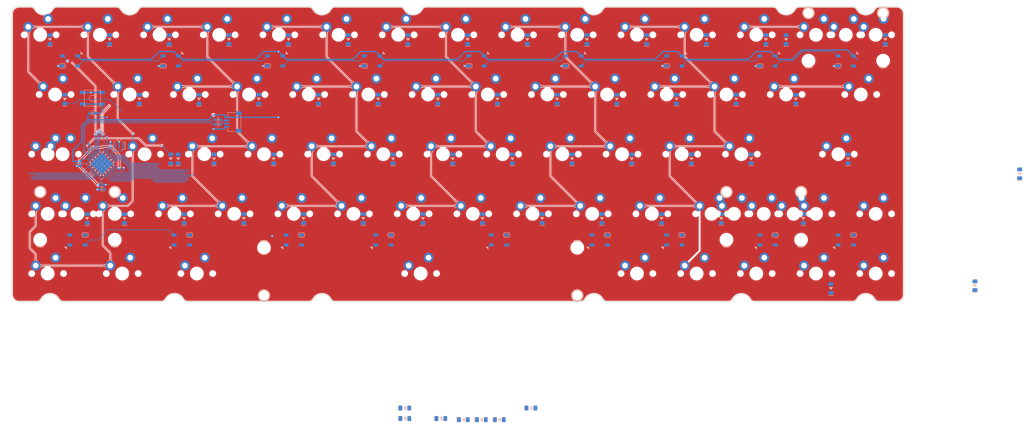
<source format=kicad_pcb>
(kicad_pcb (version 20171130) (host pcbnew "(5.1.11)-1")
  (layers (0 F.Cu signal) (31 B.Cu signal) (34 B.Paste user) (35 F.Paste user) (36 B.SilkS user) (37 F.SilkS user) (38 B.Mask user) (39 F.Mask user) (44 Edge.Cuts user))
  (net 0 "")
  (net 1 "Net-(D1-Pad2)")
  (net 2 "Net-(D1-Pad1)")
  (net 3 "Net-(D2-Pad2)")
  (net 4 "Net-(D2-Pad1)")
  (net 5 "Net-(D3-Pad2)")
  (net 6 "Net-(D3-Pad1)")
  (net 7 "Net-(D4-Pad2)")
  (net 8 "Net-(D4-Pad1)")
  (net 9 "Net-(D5-Pad2)")
  (net 10 "Net-(D5-Pad1)")
  (net 11 "Net-(D6-Pad2)")
  (net 12 "Net-(D6-Pad1)")
  (net 13 "Net-(D7-Pad2)")
  (net 14 "Net-(D7-Pad1)")
  (net 15 "Net-(D8-Pad2)")
  (net 16 "Net-(D8-Pad1)")
  (net 17 "Net-(MX1-Pad1)")
  (net 18 "Net-(D9-Pad2)")
  (net 19 "Net-(D9-Pad1)")
  (net 20 "Net-(D10-Pad2)")
  (net 21 "Net-(D10-Pad1)")
  (net 22 "Net-(D11-Pad2)")
  (net 23 "Net-(D11-Pad1)")
  (net 24 "Net-(D12-Pad2)")
  (net 25 "Net-(D12-Pad1)")
  (net 26 "Net-(D13-Pad2)")
  (net 27 "Net-(D13-Pad1)")
  (net 28 "Net-(D14-Pad2)")
  (net 29 "Net-(D14-Pad1)")
  (net 30 "Net-(D15-Pad2)")
  (net 31 "Net-(D15-Pad1)")
  (net 32 "Net-(MX10-Pad1)")
  (net 33 "Net-(MX11-Pad1)")
  (net 34 "Net-(MX13-Pad1)")
  (net 35 "Net-(MX15-Pad1)")
  (net 36 "Net-(D17-Pad2)")
  (net 37 "Net-(D17-Pad1)")
  (net 38 "Net-(D18-Pad2)")
  (net 39 "Net-(D18-Pad1)")
  (net 40 "Net-(D19-Pad2)")
  (net 41 "Net-(D19-Pad1)")
  (net 42 "Net-(D20-Pad2)")
  (net 43 "Net-(D20-Pad1)")
  (net 44 "Net-(D21-Pad2)")
  (net 45 "Net-(D21-Pad1)")
  (net 46 "Net-(D22-Pad2)")
  (net 47 "Net-(D22-Pad1)")
  (net 48 "Net-(D23-Pad2)")
  (net 49 "Net-(D23-Pad1)")
  (net 50 "Net-(D24-Pad2)")
  (net 51 "Net-(D24-Pad1)")
  (net 52 "Net-(D25-Pad2)")
  (net 53 "Net-(D25-Pad1)")
  (net 54 "Net-(D26-Pad2)")
  (net 55 "Net-(D26-Pad1)")
  (net 56 "Net-(D27-Pad2)")
  (net 57 "Net-(D27-Pad1)")
  (net 58 "Net-(D28-Pad2)")
  (net 59 "Net-(D28-Pad1)")
  (net 60 "Net-(D29-Pad2)")
  (net 61 "Net-(D29-Pad1)")
  (net 62 "Net-(D30-Pad2)")
  (net 63 "Net-(D30-Pad1)")
  (net 64 "Net-(MX19-Pad1)")
  (net 65 "Net-(MX21-Pad1)")
  (net 66 "Net-(MX23-Pad1)")
  (net 67 "Net-(D33-Pad2)")
  (net 68 "Net-(D33-Pad1)")
  (net 69 "Net-(D34-Pad2)")
  (net 70 "Net-(D34-Pad1)")
  (net 71 "Net-(D35-Pad2)")
  (net 72 "Net-(D35-Pad1)")
  (net 73 "Net-(D36-Pad2)")
  (net 74 "Net-(D36-Pad1)")
  (net 75 "Net-(D37-Pad2)")
  (net 76 "Net-(D37-Pad1)")
  (net 77 "Net-(D38-Pad2)")
  (net 78 "Net-(D38-Pad1)")
  (net 79 "Net-(D39-Pad2)")
  (net 80 "Net-(D39-Pad1)")
  (net 81 "Net-(D40-Pad2)")
  (net 82 "Net-(D40-Pad1)")
  (net 83 "Net-(D41-Pad2)")
  (net 84 "Net-(D41-Pad1)")
  (net 85 "Net-(D42-Pad2)")
  (net 86 "Net-(D42-Pad1)")
  (net 87 "Net-(D43-Pad2)")
  (net 88 "Net-(D43-Pad1)")
  (net 89 "Net-(D44-Pad2)")
  (net 90 "Net-(D44-Pad1)")
  (net 91 "Net-(D45-Pad2)")
  (net 92 "Net-(D45-Pad1)")
  (net 93 "Net-(D49-Pad2)")
  (net 94 "Net-(D49-Pad1)")
  (net 95 "Net-(D50-Pad2)")
  (net 96 "Net-(D50-Pad1)")
  (net 97 "Net-(D51-Pad2)")
  (net 98 "Net-(D51-Pad1)")
  (net 99 "Net-(D52-Pad2)")
  (net 100 "Net-(D52-Pad1)")
  (net 101 "Net-(D53-Pad2)")
  (net 102 "Net-(D53-Pad1)")
  (net 103 "Net-(D54-Pad2)")
  (net 104 "Net-(D54-Pad1)")
  (net 105 "Net-(D55-Pad2)")
  (net 106 "Net-(D55-Pad1)")
  (net 107 "Net-(D56-Pad2)")
  (net 108 "Net-(D56-Pad1)")
  (net 109 "Net-(D57-Pad2)")
  (net 110 "Net-(D57-Pad1)")
  (net 111 "Net-(D58-Pad2)")
  (net 112 "Net-(D58-Pad1)")
  (net 113 "Net-(D59-Pad2)")
  (net 114 "Net-(D59-Pad1)")
  (net 115 "Net-(D60-Pad2)")
  (net 116 "Net-(D60-Pad1)")
  (net 117 "Net-(D62-Pad2)")
  (net 118 "Net-(D62-Pad1)")
  (net 119 "Net-(D63-Pad2)")
  (net 120 "Net-(D63-Pad1)")
  (net 121 "Net-(MX65-Pad2)")
  (net 122 "Net-(MX65-Pad1)")
  (net 123 "Net-(D65-Pad2)")
  (net 124 "Net-(D65-Pad1)")
  (net 125 "Net-(D66-Pad2)")
  (net 126 "Net-(D66-Pad1)")
  (net 127 "Net-(D67-Pad2)")
  (net 128 "Net-(D67-Pad1)")
  (net 129 "Net-(D68-Pad2)")
  (net 130 "Net-(D68-Pad1)")
  (net 131 "Net-(D69-Pad2)")
  (net 132 "Net-(D69-Pad1)")
  (net 133 "Net-(D70-Pad2)")
  (net 134 "Net-(D70-Pad1)")
  (net 135 "Net-(D71-Pad2)")
  (net 136 "Net-(D71-Pad1)")
  (net 137 "Net-(D72-Pad2)")
  (net 138 "Net-(D72-Pad1)")
  (net 139 "Net-(U1-Pad1)")
  (net 140 "Net-(U1-Pad8)")
  (net 141 "Net-(U1-Pad9)")
  (net 142 "Net-(U1-Pad10)")
  (net 143 "Net-(U1-Pad11)")
  (net 144 "Net-(U1-Pad12)")
  (net 145 "Net-(U1-Pad16)")
  (net 146 "Net-(U1-Pad17)")
  (net 147 "Net-(U1-Pad18)")
  (net 148 "Net-(U1-Pad19)")
  (net 149 "Net-(U1-Pad20)")
  (net 150 "Net-(U1-Pad21)")
  (net 151 "Net-(U1-Pad22)")
  (net 152 "Net-(U1-Pad25)")
  (net 153 "Net-(U1-Pad26)")
  (net 154 "Net-(U1-Pad27)")
  (net 155 "Net-(U1-Pad28)")
  (net 156 "Net-(U1-Pad29)")
  (net 157 "Net-(U1-Pad30)")
  (net 158 "Net-(U1-Pad31)")
  (net 159 "Net-(U1-Pad32)")
  (net 160 "Net-(U1-Pad36)")
  (net 161 "Net-(U1-Pad37)")
  (net 162 "Net-(U1-Pad38)")
  (net 163 "Net-(U1-Pad39)")
  (net 164 "Net-(U1-Pad40)")
  (net 165 "Net-(U1-Pad41)")
  (net 166 "Net-(U1-Pad42)")
  (net 167 D+)
  (net 168 D-)
  (net 169 GND)
  (net 170 +5V)
  (net 171 "Net-(MX31-Pad1)")
  (net 172 "Net-(MX31-Pad2)")
  (net 173 "Net-(R1-Pad2)")
  (net 174 "Net-(C1-Pad1)")
  (net 175 /M+)
  (net 176 /M-)
  (net 177 "Net-(MX34-Pad2)")
  (net 178 "Net-(MX36-Pad2)")
  (net 179 "Net-(MX38-Pad2)")
  (net 180 "Net-(MX40-Pad2)")
  (net 181 "Net-(MX42-Pad2)")
  (net 182 "Net-(MX44-Pad2)")
  (net 183 "Net-(RGB1-Pad4)")
  (net 184 "Net-(RGB1-Pad2)")
  (net 185 "Net-(RGB2-Pad2)")
  (net 186 "Net-(RGB3-Pad2)")
  (net 187 "Net-(RGB4-Pad2)")
  (net 188 "Net-(RGB5-Pad2)")
  (net 189 "Net-(RGB6-Pad2)")
  (net 190 "Net-(RGB7-Pad2)")
  (net 191 "Net-(RGB8-Pad2)")
  (net 192 "Net-(RGB9-Pad2)")
  (net 193 "Net-(MX16-Pad2)")
  (net 194 "Net-(RGB10-Pad4)")
  (net 195 "Net-(RGB10-Pad2)")
  (net 196 "Net-(RGB11-Pad4)")
  (net 197 "Net-(RGB12-Pad4)")
  (net 198 "Net-(RGB13-Pad4)")
  (net 199 "Net-(RGB14-Pad4)")
  (net 200 "Net-(RGB15-Pad4)")
  (net 201 "Net-(RGB16-Pad4)")
  (net 202 "Net-(RGB17-Pad4)")
  (net 203 "Net-(RGB18-Pad4)")
  (net 204 "Net-(R4-Pad2)")
  (module MX_Solder_SawnsProjects:MXOnly-1U-NoLED (layer F.Cu) (at 71.4375 76.2)
    (fp_text reference MX34)
    (fp_text value 1U)
    (pad 1 smd circle (at -3.81 -2.54) (size 3.2 3.2) (layers B.Cu) (net 17 "Net-(MX1-Pad1)"))
    (pad "" np_thru_hole circle (at -5.08 0 48.0996) (size 1.75 1.75) (drill 1.75) (layers *.Cu *.Mask))
    (pad "" np_thru_hole circle (at 0 0) (size 3.9878 3.9878) (drill 3.9878) (layers *.Cu *.Mask))
    (pad 1 thru_hole circle (at -3.81 -2.54) (size 2.4 2.4) (drill 1.8) (layers *.Cu) (net 17 "Net-(MX1-Pad1)"))
    (pad 2 thru_hole circle (at 2.54 -5.08) (size 2.4 2.4) (drill 1.8) (layers *.Cu) (net 177 "Net-(MX34-Pad2)"))
    (pad "" np_thru_hole circle (at 5.08 0 48.0996) (size 1.75 1.75) (drill 1.75) (layers *.Cu *.Mask))
    (pad 2 smd circle (at 2.54 -5.08) (size 3.2 3.2) (layers B.Cu) (net 177 "Net-(MX34-Pad2)"))
  )
  (module sanproject-keyboard-part:SKQG-1155865-fix (layer B.Cu) (at 54.76875 58.340625)
    (fp_text reference SW1)
    (fp_text value SW_Push)
    (pad 1 smd rect (at 3.1 -1.85) (size 1.8 1.1) (layers B.Cu B.Paste B.Mask) (net 169 GND))
    (pad 2 smd rect (at -3.1 1.85) (size 1.8 1.1) (layers B.Cu B.Paste B.Mask) (net 204 "Net-(R4-Pad2)"))
    (pad 2 smd rect (at 3.1 1.85) (size 1.8 1.1) (layers B.Cu B.Paste B.Mask) (net 204 "Net-(R4-Pad2)"))
    (pad 1 smd rect (at -3.1 -1.85) (size 1.8 1.1) (layers B.Cu B.Paste B.Mask) (net 169 GND))
  )
  (module sanproject-keyboard-part:R_0603 (layer B.Cu) (at 54.76875 63.103125)
    (fp_text reference R4)
    (fp_text value 10k)
    (pad 2 smd rect (at 0.825 0) (size 0.8 0.95) (layers B.Cu B.Paste B.Mask) (net 204 "Net-(R4-Pad2)"))
    (pad 1 smd rect (at -0.825 0) (size 0.8 0.95) (layers B.Cu B.Paste B.Mask) (net 170 +5V))
  )
  (module sanproject-keyboard-part:LED_WS2812B_PLCC4_5.0x5.0mm_P3.2mm (layer B.Cu) (at 295.275 103.584375)
    (fp_text reference RGB18)
    (fp_text value WS2812B)
    (pad 3 smd roundrect (at 2.45 -1.6) (size 1.5 1) (layers B.Cu B.Paste B.Mask) (net 169 GND))
    (pad 4 smd rect (at 2.45 1.6) (size 1.5 1) (layers B.Cu B.Paste B.Mask) (net 203 "Net-(RGB18-Pad4)"))
    (pad 2 smd rect (at -2.45 -1.6) (size 1.5 1) (layers B.Cu B.Paste B.Mask) (net 202 "Net-(RGB17-Pad4)"))
    (pad 1 smd rect (at -2.45 1.6) (size 1.5 1) (layers B.Cu B.Paste B.Mask) (net 170 +5V))
  )
  (module sanproject-keyboard-part:LED_WS2812B_PLCC4_5.0x5.0mm_P3.2mm (layer B.Cu) (at 270.271875 103.584375)
    (fp_text reference RGB17)
    (fp_text value WS2812B)
    (pad 3 smd roundrect (at 2.45 -1.6) (size 1.5 1) (layers B.Cu B.Paste B.Mask) (net 169 GND))
    (pad 4 smd rect (at 2.45 1.6) (size 1.5 1) (layers B.Cu B.Paste B.Mask) (net 202 "Net-(RGB17-Pad4)"))
    (pad 2 smd rect (at -2.45 -1.6) (size 1.5 1) (layers B.Cu B.Paste B.Mask) (net 201 "Net-(RGB16-Pad4)"))
    (pad 1 smd rect (at -2.45 1.6) (size 1.5 1) (layers B.Cu B.Paste B.Mask) (net 170 +5V))
  )
  (module sanproject-keyboard-part:LED_WS2812B_PLCC4_5.0x5.0mm_P3.2mm (layer B.Cu) (at 240.50625 103.584375)
    (fp_text reference RGB16)
    (fp_text value WS2812B)
    (pad 3 smd roundrect (at 2.45 -1.6) (size 1.5 1) (layers B.Cu B.Paste B.Mask) (net 169 GND))
    (pad 4 smd rect (at 2.45 1.6) (size 1.5 1) (layers B.Cu B.Paste B.Mask) (net 201 "Net-(RGB16-Pad4)"))
    (pad 2 smd rect (at -2.45 -1.6) (size 1.5 1) (layers B.Cu B.Paste B.Mask) (net 200 "Net-(RGB15-Pad4)"))
    (pad 1 smd rect (at -2.45 1.6) (size 1.5 1) (layers B.Cu B.Paste B.Mask) (net 170 +5V))
  )
  (module sanproject-keyboard-part:LED_WS2812B_PLCC4_5.0x5.0mm_P3.2mm (layer B.Cu) (at 216.69375 103.584375)
    (fp_text reference RGB15)
    (fp_text value WS2812B)
    (pad 3 smd roundrect (at 2.45 -1.6) (size 1.5 1) (layers B.Cu B.Paste B.Mask) (net 169 GND))
    (pad 4 smd rect (at 2.45 1.6) (size 1.5 1) (layers B.Cu B.Paste B.Mask) (net 200 "Net-(RGB15-Pad4)"))
    (pad 2 smd rect (at -2.45 -1.6) (size 1.5 1) (layers B.Cu B.Paste B.Mask) (net 199 "Net-(RGB14-Pad4)"))
    (pad 1 smd rect (at -2.45 1.6) (size 1.5 1) (layers B.Cu B.Paste B.Mask) (net 170 +5V))
  )
  (module sanproject-keyboard-part:LED_WS2812B_PLCC4_5.0x5.0mm_P3.2mm (layer B.Cu) (at 184.546875 103.584375)
    (fp_text reference RGB14)
    (fp_text value WS2812B)
    (pad 3 smd roundrect (at 2.45 -1.6) (size 1.5 1) (layers B.Cu B.Paste B.Mask) (net 169 GND))
    (pad 4 smd rect (at 2.45 1.6) (size 1.5 1) (layers B.Cu B.Paste B.Mask) (net 199 "Net-(RGB14-Pad4)"))
    (pad 2 smd rect (at -2.45 -1.6) (size 1.5 1) (layers B.Cu B.Paste B.Mask) (net 198 "Net-(RGB13-Pad4)"))
    (pad 1 smd rect (at -2.45 1.6) (size 1.5 1) (layers B.Cu B.Paste B.Mask) (net 170 +5V))
  )
  (module sanproject-keyboard-part:LED_WS2812B_PLCC4_5.0x5.0mm_P3.2mm (layer B.Cu) (at 147.6375 103.584375)
    (fp_text reference RGB13)
    (fp_text value WS2812B)
    (pad 3 smd roundrect (at 2.45 -1.6) (size 1.5 1) (layers B.Cu B.Paste B.Mask) (net 169 GND))
    (pad 4 smd rect (at 2.45 1.6) (size 1.5 1) (layers B.Cu B.Paste B.Mask) (net 198 "Net-(RGB13-Pad4)"))
    (pad 2 smd rect (at -2.45 -1.6) (size 1.5 1) (layers B.Cu B.Paste B.Mask) (net 197 "Net-(RGB12-Pad4)"))
    (pad 1 smd rect (at -2.45 1.6) (size 1.5 1) (layers B.Cu B.Paste B.Mask) (net 170 +5V))
  )
  (module sanproject-keyboard-part:LED_WS2812B_PLCC4_5.0x5.0mm_P3.2mm (layer B.Cu) (at 119.0625 103.584375)
    (fp_text reference RGB12)
    (fp_text value WS2812B)
    (pad 3 smd roundrect (at 2.45 -1.6) (size 1.5 1) (layers B.Cu B.Paste B.Mask) (net 169 GND))
    (pad 4 smd rect (at 2.45 1.6) (size 1.5 1) (layers B.Cu B.Paste B.Mask) (net 197 "Net-(RGB12-Pad4)"))
    (pad 2 smd rect (at -2.45 -1.6) (size 1.5 1) (layers B.Cu B.Paste B.Mask) (net 196 "Net-(RGB11-Pad4)"))
    (pad 1 smd rect (at -2.45 1.6) (size 1.5 1) (layers B.Cu B.Paste B.Mask) (net 170 +5V))
  )
  (module sanproject-keyboard-part:LED_WS2812B_PLCC4_5.0x5.0mm_P3.2mm (layer B.Cu) (at 83.34375 103.584375)
    (fp_text reference RGB11)
    (fp_text value WS2812B)
    (pad 3 smd roundrect (at 2.45 -1.6) (size 1.5 1) (layers B.Cu B.Paste B.Mask) (net 169 GND))
    (pad 4 smd rect (at 2.45 1.6) (size 1.5 1) (layers B.Cu B.Paste B.Mask) (net 196 "Net-(RGB11-Pad4)"))
    (pad 2 smd rect (at -2.45 -1.6) (size 1.5 1) (layers B.Cu B.Paste B.Mask) (net 194 "Net-(RGB10-Pad4)"))
    (pad 1 smd rect (at -2.45 1.6) (size 1.5 1) (layers B.Cu B.Paste B.Mask) (net 170 +5V))
  )
  (module sanproject-keyboard-part:LED_WS2812B_PLCC4_5.0x5.0mm_P3.2mm (layer B.Cu) (at 50.00625 103.584375)
    (fp_text reference RGB10)
    (fp_text value WS2812B)
    (pad 3 smd roundrect (at 2.45 -1.6) (size 1.5 1) (layers B.Cu B.Paste B.Mask) (net 169 GND))
    (pad 4 smd rect (at 2.45 1.6) (size 1.5 1) (layers B.Cu B.Paste B.Mask) (net 194 "Net-(RGB10-Pad4)"))
    (pad 2 smd rect (at -2.45 -1.6) (size 1.5 1) (layers B.Cu B.Paste B.Mask) (net 195 "Net-(RGB10-Pad2)"))
    (pad 1 smd rect (at -2.45 1.6) (size 1.5 1) (layers B.Cu B.Paste B.Mask) (net 170 +5V))
  )
  (module MX_Solder_SawnsProjects:MXOnly-1U-NoLED (layer F.Cu) (at 266.7 114.3)
    (fp_text reference MX48)
    (fp_text value 1U)
    (pad 2 smd circle (at 2.54 -5.08) (size 3.2 3.2) (layers B.Cu) (net 133 "Net-(D70-Pad2)"))
    (pad "" np_thru_hole circle (at 5.08 0 48.0996) (size 1.75 1.75) (drill 1.75) (layers *.Cu *.Mask))
    (pad 2 thru_hole circle (at 2.54 -5.08) (size 2.4 2.4) (drill 1.8) (layers *.Cu) (net 133 "Net-(D70-Pad2)"))
    (pad 1 thru_hole circle (at -3.81 -2.54) (size 2.4 2.4) (drill 1.8) (layers *.Cu) (net 34 "Net-(MX13-Pad1)"))
    (pad "" np_thru_hole circle (at 0 0) (size 3.9878 3.9878) (drill 3.9878) (layers *.Cu *.Mask))
    (pad "" np_thru_hole circle (at -5.08 0 48.0996) (size 1.75 1.75) (drill 1.75) (layers *.Cu *.Mask))
    (pad 1 smd circle (at -3.81 -2.54) (size 3.2 3.2) (layers B.Cu) (net 34 "Net-(MX13-Pad1)"))
  )
  (module MX_Solder_SawnsProjects:MXOnly-1U-NoLED (layer F.Cu) (at 247.65 114.3)
    (fp_text reference MX32)
    (fp_text value 1U)
    (pad 2 smd circle (at 2.54 -5.08) (size 3.2 3.2) (layers B.Cu) (net 129 "Net-(D68-Pad2)"))
    (pad "" np_thru_hole circle (at 5.08 0 48.0996) (size 1.75 1.75) (drill 1.75) (layers *.Cu *.Mask))
    (pad 2 thru_hole circle (at 2.54 -5.08) (size 2.4 2.4) (drill 1.8) (layers *.Cu) (net 129 "Net-(D68-Pad2)"))
    (pad 1 thru_hole circle (at -3.81 -2.54) (size 2.4 2.4) (drill 1.8) (layers *.Cu) (net 33 "Net-(MX11-Pad1)"))
    (pad "" np_thru_hole circle (at 0 0) (size 3.9878 3.9878) (drill 3.9878) (layers *.Cu *.Mask))
    (pad "" np_thru_hole circle (at -5.08 0 48.0996) (size 1.75 1.75) (drill 1.75) (layers *.Cu *.Mask))
    (pad 1 smd circle (at -3.81 -2.54) (size 3.2 3.2) (layers B.Cu) (net 33 "Net-(MX11-Pad1)"))
  )
  (module MX_Solder_SawnsProjects:MXOnly-1U-NoLED (layer F.Cu) (at 228.6 114.3)
    (fp_text reference MX16)
    (fp_text value 1U)
    (pad 2 smd circle (at 2.54 -5.08) (size 3.2 3.2) (layers B.Cu) (net 193 "Net-(MX16-Pad2)"))
    (pad "" np_thru_hole circle (at 5.08 0 48.0996) (size 1.75 1.75) (drill 1.75) (layers *.Cu *.Mask))
    (pad 2 thru_hole circle (at 2.54 -5.08) (size 2.4 2.4) (drill 1.8) (layers *.Cu) (net 193 "Net-(MX16-Pad2)"))
    (pad 1 thru_hole circle (at -3.81 -2.54) (size 2.4 2.4) (drill 1.8) (layers *.Cu) (net 33 "Net-(MX11-Pad1)"))
    (pad "" np_thru_hole circle (at 0 0) (size 3.9878 3.9878) (drill 3.9878) (layers *.Cu *.Mask))
    (pad "" np_thru_hole circle (at -5.08 0 48.0996) (size 1.75 1.75) (drill 1.75) (layers *.Cu *.Mask))
    (pad 1 smd circle (at -3.81 -2.54) (size 3.2 3.2) (layers B.Cu) (net 33 "Net-(MX11-Pad1)"))
  )
  (module MX_Solder_SawnsProjects:MXOnly-2.75U-NoLED (layer F.Cu) (at 269.08125 95.25)
    (fp_text reference MX76)
    (fp_text value 2.75U)
    (pad "" np_thru_hole circle (at 5.08 0 48.0996) (size 1.75 1.75) (drill 1.75) (layers *.Cu *.Mask))
    (pad 1 thru_hole circle (at -3.81 -2.54) (size 2.4 2.4) (drill 1.8) (layers *.Cu) (net 34 "Net-(MX13-Pad1)"))
    (pad 2 thru_hole circle (at 2.54 -5.08) (size 2.4 2.4) (drill 1.8) (layers *.Cu) (net 117 "Net-(D62-Pad2)"))
    (pad "" np_thru_hole circle (at 0 0) (size 3.9878 3.9878) (drill 3.9878) (layers *.Cu *.Mask))
    (pad 2 smd circle (at 2.54 -5.08) (size 3.2 3.2) (layers B.Cu) (net 117 "Net-(D62-Pad2)"))
    (pad "" np_thru_hole circle (at -5.08 0 48.0996) (size 1.75 1.75) (drill 1.75) (layers *.Cu *.Mask))
    (pad 1 smd circle (at -3.81 -2.54) (size 3.2 3.2) (layers B.Cu) (net 34 "Net-(MX13-Pad1)"))
    (pad "" np_thru_hole circle (at -11.90625 -6.985) (size 3.048 3.048) (drill 3.048) (layers *.Cu *.Mask))
    (pad "" np_thru_hole circle (at 11.90625 -6.985) (size 3.048 3.048) (drill 3.048) (layers *.Cu *.Mask))
    (pad "" np_thru_hole circle (at -11.90625 8.255) (size 3.9878 3.9878) (drill 3.9878) (layers *.Cu *.Mask))
    (pad "" np_thru_hole circle (at 11.90625 8.255) (size 3.9878 3.9878) (drill 3.9878) (layers *.Cu *.Mask))
  )
  (module MX_Solder_SawnsProjects:MXOnly-1U-NoLED (layer F.Cu) (at 285.75 95.25)
    (fp_text reference MX75)
    (fp_text value 1U)
    (pad 2 smd circle (at 2.54 -5.08) (size 3.2 3.2) (layers B.Cu) (net 117 "Net-(D62-Pad2)"))
    (pad "" np_thru_hole circle (at 5.08 0 48.0996) (size 1.75 1.75) (drill 1.75) (layers *.Cu *.Mask))
    (pad 2 thru_hole circle (at 2.54 -5.08) (size 2.4 2.4) (drill 1.8) (layers *.Cu) (net 117 "Net-(D62-Pad2)"))
    (pad 1 thru_hole circle (at -3.81 -2.54) (size 2.4 2.4) (drill 1.8) (layers *.Cu) (net 34 "Net-(MX13-Pad1)"))
    (pad "" np_thru_hole circle (at 0 0) (size 3.9878 3.9878) (drill 3.9878) (layers *.Cu *.Mask))
    (pad "" np_thru_hole circle (at -5.08 0 48.0996) (size 1.75 1.75) (drill 1.75) (layers *.Cu *.Mask))
    (pad 1 smd circle (at -3.81 -2.54) (size 3.2 3.2) (layers B.Cu) (net 34 "Net-(MX13-Pad1)"))
  )
  (module MX_Solder_SawnsProjects:MXOnly-1.75U-NoLED (layer F.Cu) (at 259.55625 95.25)
    (fp_text reference MX47)
    (fp_text value 1.75U)
    (pad 2 smd circle (at 2.54 -5.08) (size 3.2 3.2) (layers B.Cu) (net 33 "Net-(MX11-Pad1)"))
    (pad "" np_thru_hole circle (at 5.08 0 48.0996) (size 1.75 1.75) (drill 1.75) (layers *.Cu *.Mask))
    (pad 2 thru_hole circle (at 2.54 -5.08) (size 2.4 2.4) (drill 1.8) (layers *.Cu) (net 33 "Net-(MX11-Pad1)"))
    (pad 1 thru_hole circle (at -3.81 -2.54) (size 2.4 2.4) (drill 1.8) (layers *.Cu) (net 115 "Net-(D60-Pad2)"))
    (pad "" np_thru_hole circle (at 0 0) (size 3.9878 3.9878) (drill 3.9878) (layers *.Cu *.Mask))
    (pad "" np_thru_hole circle (at -5.08 0 48.0996) (size 1.75 1.75) (drill 1.75) (layers *.Cu *.Mask))
    (pad 1 smd circle (at -3.81 -2.54) (size 3.2 3.2) (layers B.Cu) (net 115 "Net-(D60-Pad2)"))
  )
  (module MX_Solder_SawnsProjects:MXOnly-2U-NoLED (layer F.Cu) (at 295.275 38.1)
    (fp_text reference MX46)
    (fp_text value 1U)
    (pad 1 smd circle (at -3.81 -2.54) (size 3.2 3.2) (layers B.Cu) (net 34 "Net-(MX13-Pad1)"))
    (pad "" np_thru_hole circle (at -5.08 0 48.0996) (size 1.75 1.75) (drill 1.75) (layers *.Cu *.Mask))
    (pad 2 smd circle (at 2.54 -5.08) (size 3.2 3.2) (layers B.Cu) (net 28 "Net-(D14-Pad2)"))
    (pad "" np_thru_hole circle (at 0 0) (size 3.9878 3.9878) (drill 3.9878) (layers *.Cu *.Mask))
    (pad 2 thru_hole circle (at 2.54 -5.08) (size 2.4 2.4) (drill 1.8) (layers *.Cu) (net 28 "Net-(D14-Pad2)"))
    (pad 1 thru_hole circle (at -3.81 -2.54) (size 2.4 2.4) (drill 1.8) (layers *.Cu) (net 34 "Net-(MX13-Pad1)"))
    (pad "" np_thru_hole circle (at 5.08 0 48.0996) (size 1.75 1.75) (drill 1.75) (layers *.Cu *.Mask))
    (pad "" np_thru_hole circle (at 11.90625 8.255 180) (size 3.9878 3.9878) (drill 3.9878) (layers *.Cu *.Mask))
    (pad "" np_thru_hole circle (at -11.90625 8.255 180) (size 3.9878 3.9878) (drill 3.9878) (layers *.Cu *.Mask))
    (pad "" np_thru_hole circle (at 11.90625 -6.985 180) (size 3.048 3.048) (drill 3.048) (layers *.Cu *.Mask))
    (pad "" np_thru_hole circle (at -11.90625 -6.985 180) (size 3.048 3.048) (drill 3.048) (layers *.Cu *.Mask))
  )
  (module sanproject-keyboard-part:LED_WS2812B_PLCC4_5.0x5.0mm_P3.2mm (layer B.Cu) (at 295.275 46.434375 180)
    (fp_text reference RGB9)
    (fp_text value WS2812B)
    (pad 1 smd rect (at -2.45 1.6 180) (size 1.5 1) (layers B.Cu B.Paste B.Mask) (net 170 +5V))
    (pad 2 smd rect (at -2.45 -1.6 180) (size 1.5 1) (layers B.Cu B.Paste B.Mask) (net 192 "Net-(RGB9-Pad2)"))
    (pad 4 smd rect (at 2.45 1.6 180) (size 1.5 1) (layers B.Cu B.Paste B.Mask) (net 191 "Net-(RGB8-Pad2)"))
    (pad 3 smd roundrect (at 2.45 -1.6 180) (size 1.5 1) (layers B.Cu B.Paste B.Mask) (net 169 GND))
  )
  (module sanproject-keyboard-part:LED_WS2812B_PLCC4_5.0x5.0mm_P3.2mm (layer B.Cu) (at 270.271875 46.434375 180)
    (fp_text reference RGB8)
    (fp_text value WS2812B)
    (pad 1 smd rect (at -2.45 1.6 180) (size 1.5 1) (layers B.Cu B.Paste B.Mask) (net 170 +5V))
    (pad 2 smd rect (at -2.45 -1.6 180) (size 1.5 1) (layers B.Cu B.Paste B.Mask) (net 191 "Net-(RGB8-Pad2)"))
    (pad 4 smd rect (at 2.45 1.6 180) (size 1.5 1) (layers B.Cu B.Paste B.Mask) (net 190 "Net-(RGB7-Pad2)"))
    (pad 3 smd roundrect (at 2.45 -1.6 180) (size 1.5 1) (layers B.Cu B.Paste B.Mask) (net 169 GND))
  )
  (module sanproject-keyboard-part:LED_WS2812B_PLCC4_5.0x5.0mm_P3.2mm (layer B.Cu) (at 240.50625 46.434375 180)
    (fp_text reference RGB7)
    (fp_text value WS2812B)
    (pad 1 smd rect (at -2.45 1.6 180) (size 1.5 1) (layers B.Cu B.Paste B.Mask) (net 170 +5V))
    (pad 2 smd rect (at -2.45 -1.6 180) (size 1.5 1) (layers B.Cu B.Paste B.Mask) (net 190 "Net-(RGB7-Pad2)"))
    (pad 4 smd rect (at 2.45 1.6 180) (size 1.5 1) (layers B.Cu B.Paste B.Mask) (net 189 "Net-(RGB6-Pad2)"))
    (pad 3 smd roundrect (at 2.45 -1.6 180) (size 1.5 1) (layers B.Cu B.Paste B.Mask) (net 169 GND))
  )
  (module sanproject-keyboard-part:LED_WS2812B_PLCC4_5.0x5.0mm_P3.2mm (layer B.Cu) (at 208.359375 46.434375 180)
    (fp_text reference RGB6)
    (fp_text value WS2812B)
    (pad 1 smd rect (at -2.45 1.6 180) (size 1.5 1) (layers B.Cu B.Paste B.Mask) (net 170 +5V))
    (pad 2 smd rect (at -2.45 -1.6 180) (size 1.5 1) (layers B.Cu B.Paste B.Mask) (net 189 "Net-(RGB6-Pad2)"))
    (pad 4 smd rect (at 2.45 1.6 180) (size 1.5 1) (layers B.Cu B.Paste B.Mask) (net 188 "Net-(RGB5-Pad2)"))
    (pad 3 smd roundrect (at 2.45 -1.6 180) (size 1.5 1) (layers B.Cu B.Paste B.Mask) (net 169 GND))
  )
  (module sanproject-keyboard-part:LED_WS2812B_PLCC4_5.0x5.0mm_P3.2mm (layer B.Cu) (at 177.403125 46.434375 180)
    (fp_text reference RGB5)
    (fp_text value WS2812B)
    (pad 1 smd rect (at -2.45 1.6 180) (size 1.5 1) (layers B.Cu B.Paste B.Mask) (net 170 +5V))
    (pad 2 smd rect (at -2.45 -1.6 180) (size 1.5 1) (layers B.Cu B.Paste B.Mask) (net 188 "Net-(RGB5-Pad2)"))
    (pad 4 smd rect (at 2.45 1.6 180) (size 1.5 1) (layers B.Cu B.Paste B.Mask) (net 187 "Net-(RGB4-Pad2)"))
    (pad 3 smd roundrect (at 2.45 -1.6 180) (size 1.5 1) (layers B.Cu B.Paste B.Mask) (net 169 GND))
  )
  (module sanproject-keyboard-part:LED_WS2812B_PLCC4_5.0x5.0mm_P3.2mm (layer B.Cu) (at 144.065625 46.434375 180)
    (fp_text reference RGB4)
    (fp_text value WS2812B)
    (pad 1 smd rect (at -2.45 1.6 180) (size 1.5 1) (layers B.Cu B.Paste B.Mask) (net 170 +5V))
    (pad 2 smd rect (at -2.45 -1.6 180) (size 1.5 1) (layers B.Cu B.Paste B.Mask) (net 187 "Net-(RGB4-Pad2)"))
    (pad 4 smd rect (at 2.45 1.6 180) (size 1.5 1) (layers B.Cu B.Paste B.Mask) (net 186 "Net-(RGB3-Pad2)"))
    (pad 3 smd roundrect (at 2.45 -1.6 180) (size 1.5 1) (layers B.Cu B.Paste B.Mask) (net 169 GND))
  )
  (module sanproject-keyboard-part:LED_WS2812B_PLCC4_5.0x5.0mm_P3.2mm (layer B.Cu) (at 113.109375 46.434375 180)
    (fp_text reference RGB3)
    (fp_text value WS2812B)
    (pad 1 smd rect (at -2.45 1.6 180) (size 1.5 1) (layers B.Cu B.Paste B.Mask) (net 170 +5V))
    (pad 2 smd rect (at -2.45 -1.6 180) (size 1.5 1) (layers B.Cu B.Paste B.Mask) (net 186 "Net-(RGB3-Pad2)"))
    (pad 4 smd rect (at 2.45 1.6 180) (size 1.5 1) (layers B.Cu B.Paste B.Mask) (net 185 "Net-(RGB2-Pad2)"))
    (pad 3 smd roundrect (at 2.45 -1.6 180) (size 1.5 1) (layers B.Cu B.Paste B.Mask) (net 169 GND))
  )
  (module sanproject-keyboard-part:LED_WS2812B_PLCC4_5.0x5.0mm_P3.2mm (layer B.Cu) (at 79.771875 46.434375 180)
    (fp_text reference RGB2)
    (fp_text value WS2812B)
    (pad 1 smd rect (at -2.45 1.6 180) (size 1.5 1) (layers B.Cu B.Paste B.Mask) (net 170 +5V))
    (pad 2 smd rect (at -2.45 -1.6 180) (size 1.5 1) (layers B.Cu B.Paste B.Mask) (net 185 "Net-(RGB2-Pad2)"))
    (pad 4 smd rect (at 2.45 1.6 180) (size 1.5 1) (layers B.Cu B.Paste B.Mask) (net 184 "Net-(RGB1-Pad2)"))
    (pad 3 smd roundrect (at 2.45 -1.6 180) (size 1.5 1) (layers B.Cu B.Paste B.Mask) (net 169 GND))
  )
  (module sanproject-keyboard-part:LED_WS2812B_PLCC4_5.0x5.0mm_P3.2mm (layer B.Cu) (at 47.625 46.434375 180)
    (fp_text reference RGB1)
    (fp_text value WS2812B)
    (pad 1 smd rect (at -2.45 1.6 180) (size 1.5 1) (layers B.Cu B.Paste B.Mask) (net 170 +5V))
    (pad 2 smd rect (at -2.45 -1.6 180) (size 1.5 1) (layers B.Cu B.Paste B.Mask) (net 184 "Net-(RGB1-Pad2)"))
    (pad 4 smd rect (at 2.45 1.6 180) (size 1.5 1) (layers B.Cu B.Paste B.Mask) (net 183 "Net-(RGB1-Pad4)"))
    (pad 3 smd roundrect (at 2.45 -1.6 180) (size 1.5 1) (layers B.Cu B.Paste B.Mask) (net 169 GND))
  )
  (module Package_DFN_QFN:QFN-44-1EP_7x7mm_P0.5mm_EP5.15x5.15mm_ThermalVias (layer B.Cu) (at 57.8 79.23125 315)
    (fp_text reference U1 (at 0 4.82 135) (layer B.SilkS) (effects (justify mirror)))
    (fp_text value ATmega32U4-MU)
    (pad 1 smd roundrect (at -3.4375 2.5 315) (size 0.875 0.25) (layers B.Cu B.Paste B.Mask) (net 139 "Net-(U1-Pad1)"))
    (pad 2 smd roundrect (at -3.4375 2 315) (size 0.875 0.25) (layers B.Cu B.Paste B.Mask) (net 170 +5V))
    (pad 3 smd roundrect (at -3.4375 1.5 315) (size 0.875 0.25) (layers B.Cu B.Paste B.Mask) (net 176 /M-))
    (pad 4 smd roundrect (at -3.4375 1 315) (size 0.875 0.25) (layers B.Cu B.Paste B.Mask) (net 175 /M+))
    (pad 5 smd roundrect (at -3.4375 0.5 315) (size 0.875 0.25) (layers B.Cu B.Paste B.Mask) (net 169 GND))
    (pad 6 smd roundrect (at -3.4375 0 315) (size 0.875 0.25) (layers B.Cu B.Paste B.Mask) (net 174 "Net-(C1-Pad1)"))
    (pad 7 smd roundrect (at -3.4375 -0.5 315) (size 0.875 0.25) (layers B.Cu B.Paste B.Mask) (net 170 +5V))
    (pad 8 smd roundrect (at -3.4375 -1 315) (size 0.875 0.25) (layers B.Cu B.Paste B.Mask) (net 140 "Net-(U1-Pad8)"))
    (pad 9 smd roundrect (at -3.4375 -1.5 315) (size 0.875 0.25) (layers B.Cu B.Paste B.Mask) (net 141 "Net-(U1-Pad9)"))
    (pad 10 smd roundrect (at -3.4375 -2 315) (size 0.875 0.25) (layers B.Cu B.Paste B.Mask) (net 142 "Net-(U1-Pad10)"))
    (pad 11 smd roundrect (at -3.4375 -2.5 315) (size 0.875 0.25) (layers B.Cu B.Paste B.Mask) (net 143 "Net-(U1-Pad11)"))
    (pad 12 smd roundrect (at -2.5 -3.4375 315) (size 0.25 0.875) (layers B.Cu B.Paste B.Mask) (net 144 "Net-(U1-Pad12)"))
    (pad 13 smd roundrect (at -2 -3.4375 315) (size 0.25 0.875) (layers B.Cu B.Paste B.Mask) (net 204 "Net-(R4-Pad2)"))
    (pad 14 smd roundrect (at -1.5 -3.4375 315) (size 0.25 0.875) (layers B.Cu B.Paste B.Mask) (net 170 +5V))
    (pad 15 smd roundrect (at -1 -3.4375 315) (size 0.25 0.875) (layers B.Cu B.Paste B.Mask) (net 169 GND))
    (pad 16 smd roundrect (at -0.5 -3.4375 315) (size 0.25 0.875) (layers B.Cu B.Paste B.Mask) (net 145 "Net-(U1-Pad16)"))
    (pad 17 smd roundrect (at 0 -3.4375 315) (size 0.25 0.875) (layers B.Cu B.Paste B.Mask) (net 146 "Net-(U1-Pad17)"))
    (pad 18 smd roundrect (at 0.5 -3.4375 315) (size 0.25 0.875) (layers B.Cu B.Paste B.Mask) (net 147 "Net-(U1-Pad18)"))
    (pad 19 smd roundrect (at 1 -3.4375 315) (size 0.25 0.875) (layers B.Cu B.Paste B.Mask) (net 148 "Net-(U1-Pad19)"))
    (pad 20 smd roundrect (at 1.5 -3.4375 315) (size 0.25 0.875) (layers B.Cu B.Paste B.Mask) (net 149 "Net-(U1-Pad20)"))
    (pad 21 smd roundrect (at 2 -3.4375 315) (size 0.25 0.875) (layers B.Cu B.Paste B.Mask) (net 150 "Net-(U1-Pad21)"))
    (pad 22 smd roundrect (at 2.5 -3.4375 315) (size 0.25 0.875) (layers B.Cu B.Paste B.Mask) (net 151 "Net-(U1-Pad22)"))
    (pad 23 smd roundrect (at 3.4375 -2.5 315) (size 0.875 0.25) (layers B.Cu B.Paste B.Mask) (net 169 GND))
    (pad 24 smd roundrect (at 3.4375 -2 315) (size 0.875 0.25) (layers B.Cu B.Paste B.Mask) (net 170 +5V))
    (pad 25 smd roundrect (at 3.4375 -1.5 315) (size 0.875 0.25) (layers B.Cu B.Paste B.Mask) (net 152 "Net-(U1-Pad25)"))
    (pad 26 smd roundrect (at 3.4375 -1 315) (size 0.875 0.25) (layers B.Cu B.Paste B.Mask) (net 153 "Net-(U1-Pad26)"))
    (pad 27 smd roundrect (at 3.4375 -0.5 315) (size 0.875 0.25) (layers B.Cu B.Paste B.Mask) (net 154 "Net-(U1-Pad27)"))
    (pad 28 smd roundrect (at 3.4375 0 315) (size 0.875 0.25) (layers B.Cu B.Paste B.Mask) (net 155 "Net-(U1-Pad28)"))
    (pad 29 smd roundrect (at 3.4375 0.5 315) (size 0.875 0.25) (layers B.Cu B.Paste B.Mask) (net 156 "Net-(U1-Pad29)"))
    (pad 30 smd roundrect (at 3.4375 1 315) (size 0.875 0.25) (layers B.Cu B.Paste B.Mask) (net 157 "Net-(U1-Pad30)"))
    (pad 31 smd roundrect (at 3.4375 1.5 315) (size 0.875 0.25) (layers B.Cu B.Paste B.Mask) (net 158 "Net-(U1-Pad31)"))
    (pad 32 smd roundrect (at 3.4375 2 315) (size 0.875 0.25) (layers B.Cu B.Paste B.Mask) (net 159 "Net-(U1-Pad32)"))
    (pad 33 smd roundrect (at 3.4375 2.5 315) (size 0.875 0.25) (layers B.Cu B.Paste B.Mask) (net 173 "Net-(R1-Pad2)"))
    (pad 34 smd roundrect (at 2.5 3.4375 315) (size 0.25 0.875) (layers B.Cu B.Paste B.Mask) (net 170 +5V))
    (pad 35 smd roundrect (at 2 3.4375 315) (size 0.25 0.875) (layers B.Cu B.Paste B.Mask) (net 169 GND))
    (pad 36 smd roundrect (at 1.5 3.4375 315) (size 0.25 0.875) (layers B.Cu B.Paste B.Mask) (net 160 "Net-(U1-Pad36)"))
    (pad 37 smd roundrect (at 1 3.4375 315) (size 0.25 0.875) (layers B.Cu B.Paste B.Mask) (net 161 "Net-(U1-Pad37)"))
    (pad 38 smd roundrect (at 0.5 3.4375 315) (size 0.25 0.875) (layers B.Cu B.Paste B.Mask) (net 162 "Net-(U1-Pad38)"))
    (pad 39 smd roundrect (at 0 3.4375 315) (size 0.25 0.875) (layers B.Cu B.Paste B.Mask) (net 163 "Net-(U1-Pad39)"))
    (pad 40 smd roundrect (at -0.5 3.4375 315) (size 0.25 0.875) (layers B.Cu B.Paste B.Mask) (net 164 "Net-(U1-Pad40)"))
    (pad 41 smd roundrect (at -1 3.4375 315) (size 0.25 0.875) (layers B.Cu B.Paste B.Mask) (net 165 "Net-(U1-Pad41)"))
    (pad 42 smd roundrect (at -1.5 3.4375 315) (size 0.25 0.875) (layers B.Cu B.Paste B.Mask) (net 166 "Net-(U1-Pad42)"))
    (pad 43 smd roundrect (at -2 3.4375 315) (size 0.25 0.875) (layers B.Cu B.Paste B.Mask) (net 169 GND))
    (pad 44 smd roundrect (at -2.5 3.4375 315) (size 0.25 0.875) (layers B.Cu B.Paste B.Mask) (net 170 +5V))
    (pad 45 smd rect (at 0 0 315) (size 5.15 5.15) (layers B.Cu B.Mask) (net 169 GND))
    (pad 45 thru_hole circle (at -2.325 2.325 315) (size 0.5 0.5) (drill 0.2) (layers *.Cu) (net 169 GND))
    (pad 45 thru_hole circle (at -1.1625 2.325 315) (size 0.5 0.5) (drill 0.2) (layers *.Cu) (net 169 GND))
    (pad 45 thru_hole circle (at 0 2.325 315) (size 0.5 0.5) (drill 0.2) (layers *.Cu) (net 169 GND))
    (pad 45 thru_hole circle (at 1.1625 2.325 315) (size 0.5 0.5) (drill 0.2) (layers *.Cu) (net 169 GND))
    (pad 45 thru_hole circle (at 2.325 2.325 315) (size 0.5 0.5) (drill 0.2) (layers *.Cu) (net 169 GND))
    (pad 45 thru_hole circle (at -2.325 1.1625 315) (size 0.5 0.5) (drill 0.2) (layers *.Cu) (net 169 GND))
    (pad 45 thru_hole circle (at -1.1625 1.1625 315) (size 0.5 0.5) (drill 0.2) (layers *.Cu) (net 169 GND))
    (pad 45 thru_hole circle (at 0 1.1625 315) (size 0.5 0.5) (drill 0.2) (layers *.Cu) (net 169 GND))
    (pad 45 thru_hole circle (at 1.1625 1.1625 315) (size 0.5 0.5) (drill 0.2) (layers *.Cu) (net 169 GND))
    (pad 45 thru_hole circle (at 2.325 1.1625 315) (size 0.5 0.5) (drill 0.2) (layers *.Cu) (net 169 GND))
    (pad 45 thru_hole circle (at -2.325 0 315) (size 0.5 0.5) (drill 0.2) (layers *.Cu) (net 169 GND))
    (pad 45 thru_hole circle (at -1.1625 0 315) (size 0.5 0.5) (drill 0.2) (layers *.Cu) (net 169 GND))
    (pad 45 thru_hole circle (at 0 0 315) (size 0.5 0.5) (drill 0.2) (layers *.Cu) (net 169 GND))
    (pad 45 thru_hole circle (at 1.1625 0 315) (size 0.5 0.5) (drill 0.2) (layers *.Cu) (net 169 GND))
    (pad 45 thru_hole circle (at 2.325 0 315) (size 0.5 0.5) (drill 0.2) (layers *.Cu) (net 169 GND))
    (pad 45 thru_hole circle (at -2.325 -1.1625 315) (size 0.5 0.5) (drill 0.2) (layers *.Cu) (net 169 GND))
    (pad 45 thru_hole circle (at -1.1625 -1.1625 315) (size 0.5 0.5) (drill 0.2) (layers *.Cu) (net 169 GND))
    (pad 45 thru_hole circle (at 0 -1.1625 315) (size 0.5 0.5) (drill 0.2) (layers *.Cu) (net 169 GND))
    (pad 45 thru_hole circle (at 1.1625 -1.1625 315) (size 0.5 0.5) (drill 0.2) (layers *.Cu) (net 169 GND))
    (pad 45 thru_hole circle (at 2.325 -1.1625 315) (size 0.5 0.5) (drill 0.2) (layers *.Cu) (net 169 GND))
    (pad 45 thru_hole circle (at -2.325 -2.325 315) (size 0.5 0.5) (drill 0.2) (layers *.Cu) (net 169 GND))
    (pad 45 thru_hole circle (at -1.1625 -2.325 315) (size 0.5 0.5) (drill 0.2) (layers *.Cu) (net 169 GND))
    (pad 45 thru_hole circle (at 0 -2.325 315) (size 0.5 0.5) (drill 0.2) (layers *.Cu) (net 169 GND))
    (pad 45 thru_hole circle (at 1.1625 -2.325 315) (size 0.5 0.5) (drill 0.2) (layers *.Cu) (net 169 GND))
    (pad 45 thru_hole circle (at 2.325 -2.325 315) (size 0.5 0.5) (drill 0.2) (layers *.Cu) (net 169 GND))
    (pad 45 smd rect (at 0 0 315) (size 5.15 5.15) (layers F.Cu) (net 169 GND))
  )
  (module sanproject-keyboard-part:JST-SR-4 (layer B.Cu) (at 102.39375 65.925 270)
    (fp_text reference J1)
    (fp_text value Daughterboard)
    (pad "" smd rect (at 2.8 0.9 270) (size 1.2 1.8) (layers B.Cu B.Paste B.Mask))
    (pad "" smd rect (at -2.8 0.9 270) (size 1.2 1.8) (layers B.Cu B.Paste B.Mask))
    (pad 1 smd rect (at -1.5 4.775 270) (size 0.6 1.55) (layers B.Cu B.Paste B.Mask) (net 170 +5V))
    (pad 2 smd rect (at -0.5 4.775 270) (size 0.6 1.55) (layers B.Cu B.Paste B.Mask) (net 168 D-))
    (pad 4 smd rect (at 1.5 4.775 270) (size 0.6 1.55) (layers B.Cu B.Paste B.Mask) (net 169 GND))
    (pad 3 smd rect (at 0.5 4.775 270) (size 0.6 1.55) (layers B.Cu B.Paste B.Mask) (net 167 D+))
  )
  (module sanproject-keyboard-part:R_0603 (layer B.Cu) (at 94.89375 65.175 180)
    (fp_text reference R3)
    (fp_text value 22R)
    (pad 1 smd rect (at -0.825 0 180) (size 0.8 0.95) (layers B.Cu B.Paste B.Mask) (net 168 D-))
    (pad 2 smd rect (at 0.825 0 180) (size 0.8 0.95) (layers B.Cu B.Paste B.Mask) (net 176 /M-))
  )
  (module sanproject-keyboard-part:R_0603 (layer B.Cu) (at 94.89375 66.675)
    (fp_text reference R2)
    (fp_text value 22R)
    (pad 1 smd rect (at -0.825 0) (size 0.8 0.95) (layers B.Cu B.Paste B.Mask) (net 175 /M+))
    (pad 2 smd rect (at 0.825 0) (size 0.8 0.95) (layers B.Cu B.Paste B.Mask) (net 167 D+))
  )
  (module Crystal:Resonator_SMD_muRata_CSTxExxV-3Pin_3.0x1.1mm (layer B.Cu) (at 63.3 73.48125 180)
    (fp_text reference Y1 (at 0 2) (layer B.SilkS) (effects (justify mirror)))
    (fp_text value 16MHz)
    (pad 1 smd rect (at -1.2 0 180) (size 0.4 1.9) (layers B.Cu B.Paste B.Mask) (net 146 "Net-(U1-Pad17)"))
    (pad 2 smd rect (at 0 0 180) (size 0.4 1.9) (layers B.Cu B.Paste B.Mask) (net 169 GND))
    (pad 3 smd rect (at 1.2 0 180) (size 0.4 1.9) (layers B.Cu B.Paste B.Mask) (net 145 "Net-(U1-Pad16)"))
  )
  (module sanproject-keyboard-part:R_0603 (layer B.Cu) (at 57.8 87.48125)
    (fp_text reference R1)
    (fp_text value 10k)
    (pad 1 smd rect (at -0.825 0) (size 0.8 0.95) (layers B.Cu B.Paste B.Mask) (net 169 GND))
    (pad 2 smd rect (at 0.825 0) (size 0.8 0.95) (layers B.Cu B.Paste B.Mask) (net 173 "Net-(R1-Pad2)"))
  )
  (module sanproject-keyboard-part:C_0603 (layer B.Cu) (at 60.55 73.51158 270)
    (fp_text reference C5)
    (fp_text value 0.1uF)
    (pad 1 smd rect (at -0.75 0 270) (size 0.8 0.75) (layers B.Cu B.Paste B.Mask) (net 169 GND))
    (pad 2 smd rect (at 0.75 0 270) (size 0.8 0.75) (layers B.Cu B.Paste B.Mask) (net 170 +5V))
  )
  (module sanproject-keyboard-part:C_0603 (layer B.Cu) (at 57.8 85.98125 180)
    (fp_text reference C4)
    (fp_text value 0.1uF)
    (pad 1 smd rect (at -0.75 0 180) (size 0.8 0.75) (layers B.Cu B.Paste B.Mask) (net 169 GND))
    (pad 2 smd rect (at 0.75 0 180) (size 0.8 0.75) (layers B.Cu B.Paste B.Mask) (net 170 +5V))
  )
  (module sanproject-keyboard-part:C_0603 (layer B.Cu) (at 64.05 80.98125 180)
    (fp_text reference C3)
    (fp_text value 0.1uF)
    (pad 1 smd rect (at -0.75 0 180) (size 0.8 0.75) (layers B.Cu B.Paste B.Mask) (net 169 GND))
    (pad 2 smd rect (at 0.75 0 180) (size 0.8 0.75) (layers B.Cu B.Paste B.Mask) (net 170 +5V))
  )
  (module sanproject-keyboard-part:C_0603 (layer B.Cu) (at 51.05 79.23125 90)
    (fp_text reference C2)
    (fp_text value 10uF)
    (pad 1 smd rect (at -0.75 0 90) (size 0.8 0.75) (layers B.Cu B.Paste B.Mask) (net 169 GND))
    (pad 2 smd rect (at 0.75 0 90) (size 0.8 0.75) (layers B.Cu B.Paste B.Mask) (net 170 +5V))
  )
  (module sanproject-keyboard-part:C_0603 (layer B.Cu) (at 53.55 73.73125 270)
    (fp_text reference C1)
    (fp_text value 1uF)
    (pad 1 smd rect (at -0.75 0 270) (size 0.8 0.75) (layers B.Cu B.Paste B.Mask) (net 174 "Net-(C1-Pad1)"))
    (pad 2 smd rect (at 0.75 0 270) (size 0.8 0.75) (layers B.Cu B.Paste B.Mask) (net 169 GND))
  )
  (module MX_Solder_SawnsProjects:MXOnly-2.25U-NoLED (layer F.Cu) (at 50.00625 95.25)
    (fp_text reference MX31)
    (fp_text value 2.25U)
    (pad "" np_thru_hole circle (at 5.08 0 48.0996) (size 1.75 1.75) (drill 1.75) (layers *.Cu *.Mask))
    (pad 1 thru_hole circle (at -3.81 -2.54) (size 2.4 2.4) (drill 1.8) (layers *.Cu) (net 171 "Net-(MX31-Pad1)"))
    (pad 2 thru_hole circle (at 2.54 -5.08) (size 2.4 2.4) (drill 1.8) (layers *.Cu) (net 172 "Net-(MX31-Pad2)"))
    (pad "" np_thru_hole circle (at 0 0) (size 3.9878 3.9878) (drill 3.9878) (layers *.Cu *.Mask))
    (pad 2 smd circle (at 2.54 -5.08) (size 3.2 3.2) (layers B.Cu) (net 172 "Net-(MX31-Pad2)"))
    (pad "" np_thru_hole circle (at -5.08 0 48.0996) (size 1.75 1.75) (drill 1.75) (layers *.Cu *.Mask))
    (pad 1 smd circle (at -3.81 -2.54) (size 3.2 3.2) (layers B.Cu) (net 171 "Net-(MX31-Pad1)"))
    (pad "" np_thru_hole circle (at -11.90625 -6.985) (size 3.048 3.048) (drill 3.048) (layers *.Cu *.Mask))
    (pad "" np_thru_hole circle (at 11.90625 -6.985) (size 3.048 3.048) (drill 3.048) (layers *.Cu *.Mask))
    (pad "" np_thru_hole circle (at -11.90625 8.255) (size 3.9878 3.9878) (drill 3.9878) (layers *.Cu *.Mask))
    (pad "" np_thru_hole circle (at 11.90625 8.255) (size 3.9878 3.9878) (drill 3.9878) (layers *.Cu *.Mask))
  )
  (module MX_Solder_SawnsProjects:MXOnly-1.5U-NoLED (layer F.Cu) (at 300.0375 57.15)
    (fp_text reference MX30)
    (fp_text value 1.5U)
    (pad 2 smd circle (at 2.54 -5.08) (size 3.2 3.2) (layers B.Cu) (net 62 "Net-(D30-Pad2)"))
    (pad "" np_thru_hole circle (at 5.08 0 48.0996) (size 1.75 1.75) (drill 1.75) (layers *.Cu *.Mask))
    (pad 2 thru_hole circle (at 2.54 -5.08) (size 2.4 2.4) (drill 1.8) (layers *.Cu) (net 62 "Net-(D30-Pad2)"))
    (pad 1 thru_hole circle (at -3.81 -2.54) (size 2.4 2.4) (drill 1.8) (layers *.Cu) (net 34 "Net-(MX13-Pad1)"))
    (pad "" np_thru_hole circle (at 0 0) (size 3.9878 3.9878) (drill 3.9878) (layers *.Cu *.Mask))
    (pad "" np_thru_hole circle (at -5.08 0 48.0996) (size 1.75 1.75) (drill 1.75) (layers *.Cu *.Mask))
    (pad 1 smd circle (at -3.81 -2.54) (size 3.2 3.2) (layers B.Cu) (net 34 "Net-(MX13-Pad1)"))
  )
  (module MX_Solder_SawnsProjects:MXOnly-1U-NoLED (layer F.Cu) (at 304.8 114.3)
    (fp_text reference MX73)
    (fp_text value 1U)
    (pad 1 smd circle (at -3.81 -2.54) (size 3.2 3.2) (layers B.Cu) (net 35 "Net-(MX15-Pad1)"))
    (pad "" np_thru_hole circle (at -5.08 0 48.0996) (size 1.75 1.75) (drill 1.75) (layers *.Cu *.Mask))
    (pad "" np_thru_hole circle (at 0 0) (size 3.9878 3.9878) (drill 3.9878) (layers *.Cu *.Mask))
    (pad 1 thru_hole circle (at -3.81 -2.54) (size 2.4 2.4) (drill 1.8) (layers *.Cu) (net 35 "Net-(MX15-Pad1)"))
    (pad 2 thru_hole circle (at 2.54 -5.08) (size 2.4 2.4) (drill 1.8) (layers *.Cu) (net 137 "Net-(D72-Pad2)"))
    (pad "" np_thru_hole circle (at 5.08 0 48.0996) (size 1.75 1.75) (drill 1.75) (layers *.Cu *.Mask))
    (pad 2 smd circle (at 2.54 -5.08) (size 3.2 3.2) (layers B.Cu) (net 137 "Net-(D72-Pad2)"))
  )
  (module MX_Solder_SawnsProjects:MXOnly-1U-NoLED (layer F.Cu) (at 285.75 114.3)
    (fp_text reference MX72)
    (fp_text value 1U)
    (pad 1 smd circle (at -3.81 -2.54) (size 3.2 3.2) (layers B.Cu) (net 34 "Net-(MX13-Pad1)"))
    (pad "" np_thru_hole circle (at -5.08 0 48.0996) (size 1.75 1.75) (drill 1.75) (layers *.Cu *.Mask))
    (pad "" np_thru_hole circle (at 0 0) (size 3.9878 3.9878) (drill 3.9878) (layers *.Cu *.Mask))
    (pad 1 thru_hole circle (at -3.81 -2.54) (size 2.4 2.4) (drill 1.8) (layers *.Cu) (net 34 "Net-(MX13-Pad1)"))
    (pad 2 thru_hole circle (at 2.54 -5.08) (size 2.4 2.4) (drill 1.8) (layers *.Cu) (net 135 "Net-(D71-Pad2)"))
    (pad "" np_thru_hole circle (at 5.08 0 48.0996) (size 1.75 1.75) (drill 1.75) (layers *.Cu *.Mask))
    (pad 2 smd circle (at 2.54 -5.08) (size 3.2 3.2) (layers B.Cu) (net 135 "Net-(D71-Pad2)"))
  )
  (module sanproject-keyboard-part:DIODE_1206_SawnsProjects (layer B.Cu) (at 184.6875 160.94375)
    (fp_text reference D72)
    (fp_text value 1N4148W)
    (pad 1 smd roundrect (at -1.4 0) (size 1.2 1.6) (layers B.Cu B.Paste B.Mask) (roundrect_rratio 0.2) (net 138 "Net-(D72-Pad1)"))
    (pad 2 smd roundrect (at 1.4 0) (size 1.2 1.6) (layers B.Cu B.Paste B.Mask) (roundrect_rratio 0.2) (net 137 "Net-(D72-Pad2)"))
  )
  (module sanproject-keyboard-part:DIODE_1206_SawnsProjects (layer B.Cu) (at 290.5125 119.0625 90)
    (fp_text reference D71)
    (fp_text value 1N4148W)
    (pad 1 smd roundrect (at -1.4 0 90) (size 1.2 1.6) (layers B.Cu B.Paste B.Mask) (roundrect_rratio 0.2) (net 136 "Net-(D71-Pad1)"))
    (pad 2 smd roundrect (at 1.4 0 90) (size 1.2 1.6) (layers B.Cu B.Paste B.Mask) (roundrect_rratio 0.2) (net 135 "Net-(D71-Pad2)"))
  )
  (module sanproject-keyboard-part:DIODE_1206_SawnsProjects (layer B.Cu) (at 178.9375 160.94375)
    (fp_text reference D70)
    (fp_text value 1N4148W)
    (pad 1 smd roundrect (at -1.4 0) (size 1.2 1.6) (layers B.Cu B.Paste B.Mask) (roundrect_rratio 0.2) (net 134 "Net-(D70-Pad1)"))
    (pad 2 smd roundrect (at 1.4 0) (size 1.2 1.6) (layers B.Cu B.Paste B.Mask) (roundrect_rratio 0.2) (net 133 "Net-(D70-Pad2)"))
  )
  (module sanproject-keyboard-part:DIODE_1206_SawnsProjects (layer B.Cu) (at 173.1875 160.94375)
    (fp_text reference D68)
    (fp_text value 1N4148W)
    (pad 1 smd roundrect (at -1.4 0) (size 1.2 1.6) (layers B.Cu B.Paste B.Mask) (roundrect_rratio 0.2) (net 130 "Net-(D68-Pad1)"))
    (pad 2 smd roundrect (at 1.4 0) (size 1.2 1.6) (layers B.Cu B.Paste B.Mask) (roundrect_rratio 0.2) (net 129 "Net-(D68-Pad2)"))
  )
  (module MX_Solder_SawnsProjects:MXOnly-6.25U-ReversedStabilizers-NoLED (layer F.Cu) (at 159.54375 114.3)
    (fp_text reference MX70)
    (fp_text value 6.25U)
    (pad "" np_thru_hole circle (at 49.9999 -8.255) (size 3.9878 3.9878) (drill 3.9878) (layers *.Cu *.Mask))
    (pad "" np_thru_hole circle (at -49.9999 -8.255) (size 3.9878 3.9878) (drill 3.9878) (layers *.Cu *.Mask))
    (pad "" np_thru_hole circle (at 49.9999 6.985) (size 3.048 3.048) (drill 3.048) (layers *.Cu *.Mask))
    (pad "" np_thru_hole circle (at -49.9999 6.985) (size 3.048 3.048) (drill 3.048) (layers *.Cu *.Mask))
    (pad 1 smd circle (at -3.81 -2.54) (size 3.2 3.2) (layers B.Cu) (net 65 "Net-(MX21-Pad1)"))
    (pad "" np_thru_hole circle (at -5.08 0 48.0996) (size 1.75 1.75) (drill 1.75) (layers *.Cu *.Mask))
    (pad 2 smd circle (at 2.54 -5.08) (size 3.2 3.2) (layers B.Cu) (net 131 "Net-(D69-Pad2)"))
    (pad "" np_thru_hole circle (at 0 0) (size 3.9878 3.9878) (drill 3.9878) (layers *.Cu *.Mask))
    (pad 2 thru_hole circle (at 2.54 -5.08) (size 2.4 2.4) (drill 1.8) (layers *.Cu) (net 131 "Net-(D69-Pad2)"))
    (pad 1 thru_hole circle (at -3.81 -2.54) (size 2.4 2.4) (drill 1.8) (layers *.Cu) (net 65 "Net-(MX21-Pad1)"))
    (pad "" np_thru_hole circle (at 5.08 0 48.0996) (size 1.75 1.75) (drill 1.75) (layers *.Cu *.Mask))
  )
  (module MX_Solder_SawnsProjects:MXOnly-1.25U-NoLED (layer F.Cu) (at 88.10625 114.3)
    (fp_text reference MX68)
    (fp_text value 1.25U)
    (pad 1 smd circle (at -3.81 -2.54) (size 3.2 3.2) (layers B.Cu) (net 64 "Net-(MX19-Pad1)"))
    (pad "" np_thru_hole circle (at -5.08 0 48.0996) (size 1.75 1.75) (drill 1.75) (layers *.Cu *.Mask))
    (pad "" np_thru_hole circle (at 0 0) (size 3.9878 3.9878) (drill 3.9878) (layers *.Cu *.Mask))
    (pad 1 thru_hole circle (at -3.81 -2.54) (size 2.4 2.4) (drill 1.8) (layers *.Cu) (net 64 "Net-(MX19-Pad1)"))
    (pad 2 thru_hole circle (at 2.54 -5.08) (size 2.4 2.4) (drill 1.8) (layers *.Cu) (net 127 "Net-(D67-Pad2)"))
    (pad "" np_thru_hole circle (at 5.08 0 48.0996) (size 1.75 1.75) (drill 1.75) (layers *.Cu *.Mask))
    (pad 2 smd circle (at 2.54 -5.08) (size 3.2 3.2) (layers B.Cu) (net 127 "Net-(D67-Pad2)"))
  )
  (module MX_Solder_SawnsProjects:MXOnly-1.25U-NoLED (layer F.Cu) (at 64.29375 114.3)
    (fp_text reference MX67)
    (fp_text value 1.25U)
    (pad 1 smd circle (at -3.81 -2.54) (size 3.2 3.2) (layers B.Cu) (net 17 "Net-(MX1-Pad1)"))
    (pad "" np_thru_hole circle (at -5.08 0 48.0996) (size 1.75 1.75) (drill 1.75) (layers *.Cu *.Mask))
    (pad "" np_thru_hole circle (at 0 0) (size 3.9878 3.9878) (drill 3.9878) (layers *.Cu *.Mask))
    (pad 1 thru_hole circle (at -3.81 -2.54) (size 2.4 2.4) (drill 1.8) (layers *.Cu) (net 17 "Net-(MX1-Pad1)"))
    (pad 2 thru_hole circle (at 2.54 -5.08) (size 2.4 2.4) (drill 1.8) (layers *.Cu) (net 125 "Net-(D66-Pad2)"))
    (pad "" np_thru_hole circle (at 5.08 0 48.0996) (size 1.75 1.75) (drill 1.75) (layers *.Cu *.Mask))
    (pad 2 smd circle (at 2.54 -5.08) (size 3.2 3.2) (layers B.Cu) (net 125 "Net-(D66-Pad2)"))
  )
  (module MX_Solder_SawnsProjects:MXOnly-1.25U-NoLED (layer F.Cu) (at 40.48125 114.3)
    (fp_text reference MX66)
    (fp_text value 1.25U)
    (pad 1 smd circle (at -3.81 -2.54) (size 3.2 3.2) (layers B.Cu) (net 17 "Net-(MX1-Pad1)"))
    (pad "" np_thru_hole circle (at -5.08 0 48.0996) (size 1.75 1.75) (drill 1.75) (layers *.Cu *.Mask))
    (pad "" np_thru_hole circle (at 0 0) (size 3.9878 3.9878) (drill 3.9878) (layers *.Cu *.Mask))
    (pad 1 thru_hole circle (at -3.81 -2.54) (size 2.4 2.4) (drill 1.8) (layers *.Cu) (net 17 "Net-(MX1-Pad1)"))
    (pad 2 thru_hole circle (at 2.54 -5.08) (size 2.4 2.4) (drill 1.8) (layers *.Cu) (net 123 "Net-(D65-Pad2)"))
    (pad "" np_thru_hole circle (at 5.08 0 48.0996) (size 1.75 1.75) (drill 1.75) (layers *.Cu *.Mask))
    (pad 2 smd circle (at 2.54 -5.08) (size 3.2 3.2) (layers B.Cu) (net 123 "Net-(D65-Pad2)"))
  )
  (module sanproject-keyboard-part:DIODE_1206_SawnsProjects (layer B.Cu) (at 166.00625 160.575)
    (fp_text reference D69)
    (fp_text value 1N4148W)
    (pad 1 smd roundrect (at -1.4 0) (size 1.2 1.6) (layers B.Cu B.Paste B.Mask) (roundrect_rratio 0.2) (net 132 "Net-(D69-Pad1)"))
    (pad 2 smd roundrect (at 1.4 0) (size 1.2 1.6) (layers B.Cu B.Paste B.Mask) (roundrect_rratio 0.2) (net 131 "Net-(D69-Pad2)"))
  )
  (module sanproject-keyboard-part:DIODE_1206_SawnsProjects (layer B.Cu) (at 154.50625 157.225)
    (fp_text reference D67)
    (fp_text value 1N4148W)
    (pad 1 smd roundrect (at -1.4 0) (size 1.2 1.6) (layers B.Cu B.Paste B.Mask) (roundrect_rratio 0.2) (net 128 "Net-(D67-Pad1)"))
    (pad 2 smd roundrect (at 1.4 0) (size 1.2 1.6) (layers B.Cu B.Paste B.Mask) (roundrect_rratio 0.2) (net 127 "Net-(D67-Pad2)"))
  )
  (module sanproject-keyboard-part:DIODE_1206_SawnsProjects (layer B.Cu) (at 154.50625 160.575)
    (fp_text reference D66)
    (fp_text value 1N4148W)
    (pad 1 smd roundrect (at -1.4 0) (size 1.2 1.6) (layers B.Cu B.Paste B.Mask) (roundrect_rratio 0.2) (net 126 "Net-(D66-Pad1)"))
    (pad 2 smd roundrect (at 1.4 0) (size 1.2 1.6) (layers B.Cu B.Paste B.Mask) (roundrect_rratio 0.2) (net 125 "Net-(D66-Pad2)"))
  )
  (module sanproject-keyboard-part:DIODE_1206_SawnsProjects (layer B.Cu) (at 194.75625 157.225)
    (fp_text reference D65)
    (fp_text value 1N4148W)
    (pad 1 smd roundrect (at -1.4 0) (size 1.2 1.6) (layers B.Cu B.Paste B.Mask) (roundrect_rratio 0.2) (net 124 "Net-(D65-Pad1)"))
    (pad 2 smd roundrect (at 1.4 0) (size 1.2 1.6) (layers B.Cu B.Paste B.Mask) (roundrect_rratio 0.2) (net 123 "Net-(D65-Pad2)"))
  )
  (module MX_Solder_SawnsProjects:MXOnly-1.25U-NoLED (layer F.Cu) (at 40.48125 76.2)
    (fp_text reference MX65)
    (fp_text value 1.25U)
    (pad 1 smd circle (at -3.81 -2.54) (size 3.2 3.2) (layers B.Cu) (net 122 "Net-(MX65-Pad1)"))
    (pad "" np_thru_hole circle (at -5.08 0 48.0996) (size 1.75 1.75) (drill 1.75) (layers *.Cu *.Mask))
    (pad "" np_thru_hole circle (at 0 0) (size 3.9878 3.9878) (drill 3.9878) (layers *.Cu *.Mask))
    (pad 1 thru_hole circle (at -3.81 -2.54) (size 2.4 2.4) (drill 1.8) (layers *.Cu) (net 122 "Net-(MX65-Pad1)"))
    (pad 2 thru_hole circle (at 2.54 -5.08) (size 2.4 2.4) (drill 1.8) (layers *.Cu) (net 121 "Net-(MX65-Pad2)"))
    (pad "" np_thru_hole circle (at 5.08 0 48.0996) (size 1.75 1.75) (drill 1.75) (layers *.Cu *.Mask))
    (pad 2 smd circle (at 2.54 -5.08) (size 3.2 3.2) (layers B.Cu) (net 121 "Net-(MX65-Pad2)"))
  )
  (module MX_Solder_SawnsProjects:MXOnly-1.75U-NoLED (layer F.Cu) (at 278.60625 95.25)
    (fp_text reference MX62)
    (fp_text value 1.75U)
    (pad 1 smd circle (at -3.81 -2.54) (size 3.2 3.2) (layers B.Cu) (net 117 "Net-(D62-Pad2)"))
    (pad "" np_thru_hole circle (at -5.08 0 48.0996) (size 1.75 1.75) (drill 1.75) (layers *.Cu *.Mask))
    (pad "" np_thru_hole circle (at 0 0) (size 3.9878 3.9878) (drill 3.9878) (layers *.Cu *.Mask))
    (pad 1 thru_hole circle (at -3.81 -2.54) (size 2.4 2.4) (drill 1.8) (layers *.Cu) (net 117 "Net-(D62-Pad2)"))
    (pad 2 thru_hole circle (at 2.54 -5.08) (size 2.4 2.4) (drill 1.8) (layers *.Cu) (net 34 "Net-(MX13-Pad1)"))
    (pad "" np_thru_hole circle (at 5.08 0 48.0996) (size 1.75 1.75) (drill 1.75) (layers *.Cu *.Mask))
    (pad 2 smd circle (at 2.54 -5.08) (size 3.2 3.2) (layers B.Cu) (net 34 "Net-(MX13-Pad1)"))
  )
  (module MX_Solder_SawnsProjects:MXOnly-1U-NoLED (layer F.Cu) (at 304.8 95.25)
    (fp_text reference MX63)
    (fp_text value 1U)
    (pad 1 smd circle (at -3.81 -2.54) (size 3.2 3.2) (layers B.Cu) (net 35 "Net-(MX15-Pad1)"))
    (pad "" np_thru_hole circle (at -5.08 0 48.0996) (size 1.75 1.75) (drill 1.75) (layers *.Cu *.Mask))
    (pad "" np_thru_hole circle (at 0 0) (size 3.9878 3.9878) (drill 3.9878) (layers *.Cu *.Mask))
    (pad 1 thru_hole circle (at -3.81 -2.54) (size 2.4 2.4) (drill 1.8) (layers *.Cu) (net 35 "Net-(MX15-Pad1)"))
    (pad 2 thru_hole circle (at 2.54 -5.08) (size 2.4 2.4) (drill 1.8) (layers *.Cu) (net 119 "Net-(D63-Pad2)"))
    (pad "" np_thru_hole circle (at 5.08 0 48.0996) (size 1.75 1.75) (drill 1.75) (layers *.Cu *.Mask))
    (pad 2 smd circle (at 2.54 -5.08) (size 3.2 3.2) (layers B.Cu) (net 119 "Net-(D63-Pad2)"))
  )
  (module MX_Solder_SawnsProjects:MXOnly-1U-NoLED (layer F.Cu) (at 252.4125 95.25)
    (fp_text reference MX60)
    (fp_text value 1U)
    (pad 1 smd circle (at -3.81 -2.54) (size 3.2 3.2) (layers B.Cu) (net 33 "Net-(MX11-Pad1)"))
    (pad "" np_thru_hole circle (at -5.08 0 48.0996) (size 1.75 1.75) (drill 1.75) (layers *.Cu *.Mask))
    (pad "" np_thru_hole circle (at 0 0) (size 3.9878 3.9878) (drill 3.9878) (layers *.Cu *.Mask))
    (pad 1 thru_hole circle (at -3.81 -2.54) (size 2.4 2.4) (drill 1.8) (layers *.Cu) (net 33 "Net-(MX11-Pad1)"))
    (pad 2 thru_hole circle (at 2.54 -5.08) (size 2.4 2.4) (drill 1.8) (layers *.Cu) (net 115 "Net-(D60-Pad2)"))
    (pad "" np_thru_hole circle (at 5.08 0 48.0996) (size 1.75 1.75) (drill 1.75) (layers *.Cu *.Mask))
    (pad 2 smd circle (at 2.54 -5.08) (size 3.2 3.2) (layers B.Cu) (net 115 "Net-(D60-Pad2)"))
  )
  (module MX_Solder_SawnsProjects:MXOnly-1U-NoLED (layer F.Cu) (at 233.3625 95.25)
    (fp_text reference MX59)
    (fp_text value 1U)
    (pad 1 smd circle (at -3.81 -2.54) (size 3.2 3.2) (layers B.Cu) (net 33 "Net-(MX11-Pad1)"))
    (pad "" np_thru_hole circle (at -5.08 0 48.0996) (size 1.75 1.75) (drill 1.75) (layers *.Cu *.Mask))
    (pad "" np_thru_hole circle (at 0 0) (size 3.9878 3.9878) (drill 3.9878) (layers *.Cu *.Mask))
    (pad 1 thru_hole circle (at -3.81 -2.54) (size 2.4 2.4) (drill 1.8) (layers *.Cu) (net 33 "Net-(MX11-Pad1)"))
    (pad 2 thru_hole circle (at 2.54 -5.08) (size 2.4 2.4) (drill 1.8) (layers *.Cu) (net 113 "Net-(D59-Pad2)"))
    (pad "" np_thru_hole circle (at 5.08 0 48.0996) (size 1.75 1.75) (drill 1.75) (layers *.Cu *.Mask))
    (pad 2 smd circle (at 2.54 -5.08) (size 3.2 3.2) (layers B.Cu) (net 113 "Net-(D59-Pad2)"))
  )
  (module MX_Solder_SawnsProjects:MXOnly-1U-NoLED (layer F.Cu) (at 214.3125 95.25)
    (fp_text reference MX58)
    (fp_text value 1U)
    (pad 1 smd circle (at -3.81 -2.54) (size 3.2 3.2) (layers B.Cu) (net 32 "Net-(MX10-Pad1)"))
    (pad "" np_thru_hole circle (at -5.08 0 48.0996) (size 1.75 1.75) (drill 1.75) (layers *.Cu *.Mask))
    (pad "" np_thru_hole circle (at 0 0) (size 3.9878 3.9878) (drill 3.9878) (layers *.Cu *.Mask))
    (pad 1 thru_hole circle (at -3.81 -2.54) (size 2.4 2.4) (drill 1.8) (layers *.Cu) (net 32 "Net-(MX10-Pad1)"))
    (pad 2 thru_hole circle (at 2.54 -5.08) (size 2.4 2.4) (drill 1.8) (layers *.Cu) (net 111 "Net-(D58-Pad2)"))
    (pad "" np_thru_hole circle (at 5.08 0 48.0996) (size 1.75 1.75) (drill 1.75) (layers *.Cu *.Mask))
    (pad 2 smd circle (at 2.54 -5.08) (size 3.2 3.2) (layers B.Cu) (net 111 "Net-(D58-Pad2)"))
  )
  (module MX_Solder_SawnsProjects:MXOnly-1U-NoLED (layer F.Cu) (at 195.2625 95.25)
    (fp_text reference MX57)
    (fp_text value 1U)
    (pad 1 smd circle (at -3.81 -2.54) (size 3.2 3.2) (layers B.Cu) (net 32 "Net-(MX10-Pad1)"))
    (pad "" np_thru_hole circle (at -5.08 0 48.0996) (size 1.75 1.75) (drill 1.75) (layers *.Cu *.Mask))
    (pad "" np_thru_hole circle (at 0 0) (size 3.9878 3.9878) (drill 3.9878) (layers *.Cu *.Mask))
    (pad 1 thru_hole circle (at -3.81 -2.54) (size 2.4 2.4) (drill 1.8) (layers *.Cu) (net 32 "Net-(MX10-Pad1)"))
    (pad 2 thru_hole circle (at 2.54 -5.08) (size 2.4 2.4) (drill 1.8) (layers *.Cu) (net 109 "Net-(D57-Pad2)"))
    (pad "" np_thru_hole circle (at 5.08 0 48.0996) (size 1.75 1.75) (drill 1.75) (layers *.Cu *.Mask))
    (pad 2 smd circle (at 2.54 -5.08) (size 3.2 3.2) (layers B.Cu) (net 109 "Net-(D57-Pad2)"))
  )
  (module MX_Solder_SawnsProjects:MXOnly-1U-NoLED (layer F.Cu) (at 176.2125 95.25)
    (fp_text reference MX56)
    (fp_text value 1U)
    (pad 1 smd circle (at -3.81 -2.54) (size 3.2 3.2) (layers B.Cu) (net 66 "Net-(MX23-Pad1)"))
    (pad "" np_thru_hole circle (at -5.08 0 48.0996) (size 1.75 1.75) (drill 1.75) (layers *.Cu *.Mask))
    (pad "" np_thru_hole circle (at 0 0) (size 3.9878 3.9878) (drill 3.9878) (layers *.Cu *.Mask))
    (pad 1 thru_hole circle (at -3.81 -2.54) (size 2.4 2.4) (drill 1.8) (layers *.Cu) (net 66 "Net-(MX23-Pad1)"))
    (pad 2 thru_hole circle (at 2.54 -5.08) (size 2.4 2.4) (drill 1.8) (layers *.Cu) (net 107 "Net-(D56-Pad2)"))
    (pad "" np_thru_hole circle (at 5.08 0 48.0996) (size 1.75 1.75) (drill 1.75) (layers *.Cu *.Mask))
    (pad 2 smd circle (at 2.54 -5.08) (size 3.2 3.2) (layers B.Cu) (net 107 "Net-(D56-Pad2)"))
  )
  (module MX_Solder_SawnsProjects:MXOnly-1U-NoLED (layer F.Cu) (at 157.1625 95.25)
    (fp_text reference MX55)
    (fp_text value 1U)
    (pad 1 smd circle (at -3.81 -2.54) (size 3.2 3.2) (layers B.Cu) (net 66 "Net-(MX23-Pad1)"))
    (pad "" np_thru_hole circle (at -5.08 0 48.0996) (size 1.75 1.75) (drill 1.75) (layers *.Cu *.Mask))
    (pad "" np_thru_hole circle (at 0 0) (size 3.9878 3.9878) (drill 3.9878) (layers *.Cu *.Mask))
    (pad 1 thru_hole circle (at -3.81 -2.54) (size 2.4 2.4) (drill 1.8) (layers *.Cu) (net 66 "Net-(MX23-Pad1)"))
    (pad 2 thru_hole circle (at 2.54 -5.08) (size 2.4 2.4) (drill 1.8) (layers *.Cu) (net 105 "Net-(D55-Pad2)"))
    (pad "" np_thru_hole circle (at 5.08 0 48.0996) (size 1.75 1.75) (drill 1.75) (layers *.Cu *.Mask))
    (pad 2 smd circle (at 2.54 -5.08) (size 3.2 3.2) (layers B.Cu) (net 105 "Net-(D55-Pad2)"))
  )
  (module MX_Solder_SawnsProjects:MXOnly-1U-NoLED (layer F.Cu) (at 138.1125 95.25)
    (fp_text reference MX54)
    (fp_text value 1U)
    (pad 1 smd circle (at -3.81 -2.54) (size 3.2 3.2) (layers B.Cu) (net 65 "Net-(MX21-Pad1)"))
    (pad "" np_thru_hole circle (at -5.08 0 48.0996) (size 1.75 1.75) (drill 1.75) (layers *.Cu *.Mask))
    (pad "" np_thru_hole circle (at 0 0) (size 3.9878 3.9878) (drill 3.9878) (layers *.Cu *.Mask))
    (pad 1 thru_hole circle (at -3.81 -2.54) (size 2.4 2.4) (drill 1.8) (layers *.Cu) (net 65 "Net-(MX21-Pad1)"))
    (pad 2 thru_hole circle (at 2.54 -5.08) (size 2.4 2.4) (drill 1.8) (layers *.Cu) (net 103 "Net-(D54-Pad2)"))
    (pad "" np_thru_hole circle (at 5.08 0 48.0996) (size 1.75 1.75) (drill 1.75) (layers *.Cu *.Mask))
    (pad 2 smd circle (at 2.54 -5.08) (size 3.2 3.2) (layers B.Cu) (net 103 "Net-(D54-Pad2)"))
  )
  (module MX_Solder_SawnsProjects:MXOnly-1U-NoLED (layer F.Cu) (at 119.0625 95.25)
    (fp_text reference MX53)
    (fp_text value 1U)
    (pad 1 smd circle (at -3.81 -2.54) (size 3.2 3.2) (layers B.Cu) (net 65 "Net-(MX21-Pad1)"))
    (pad "" np_thru_hole circle (at -5.08 0 48.0996) (size 1.75 1.75) (drill 1.75) (layers *.Cu *.Mask))
    (pad "" np_thru_hole circle (at 0 0) (size 3.9878 3.9878) (drill 3.9878) (layers *.Cu *.Mask))
    (pad 1 thru_hole circle (at -3.81 -2.54) (size 2.4 2.4) (drill 1.8) (layers *.Cu) (net 65 "Net-(MX21-Pad1)"))
    (pad 2 thru_hole circle (at 2.54 -5.08) (size 2.4 2.4) (drill 1.8) (layers *.Cu) (net 101 "Net-(D53-Pad2)"))
    (pad "" np_thru_hole circle (at 5.08 0 48.0996) (size 1.75 1.75) (drill 1.75) (layers *.Cu *.Mask))
    (pad 2 smd circle (at 2.54 -5.08) (size 3.2 3.2) (layers B.Cu) (net 101 "Net-(D53-Pad2)"))
  )
  (module MX_Solder_SawnsProjects:MXOnly-1U-NoLED (layer F.Cu) (at 100.0125 95.25)
    (fp_text reference MX52)
    (fp_text value 1U)
    (pad 1 smd circle (at -3.81 -2.54) (size 3.2 3.2) (layers B.Cu) (net 64 "Net-(MX19-Pad1)"))
    (pad "" np_thru_hole circle (at -5.08 0 48.0996) (size 1.75 1.75) (drill 1.75) (layers *.Cu *.Mask))
    (pad "" np_thru_hole circle (at 0 0) (size 3.9878 3.9878) (drill 3.9878) (layers *.Cu *.Mask))
    (pad 1 thru_hole circle (at -3.81 -2.54) (size 2.4 2.4) (drill 1.8) (layers *.Cu) (net 64 "Net-(MX19-Pad1)"))
    (pad 2 thru_hole circle (at 2.54 -5.08) (size 2.4 2.4) (drill 1.8) (layers *.Cu) (net 99 "Net-(D52-Pad2)"))
    (pad "" np_thru_hole circle (at 5.08 0 48.0996) (size 1.75 1.75) (drill 1.75) (layers *.Cu *.Mask))
    (pad 2 smd circle (at 2.54 -5.08) (size 3.2 3.2) (layers B.Cu) (net 99 "Net-(D52-Pad2)"))
  )
  (module MX_Solder_SawnsProjects:MXOnly-1U-NoLED (layer F.Cu) (at 80.9625 95.25)
    (fp_text reference MX51)
    (fp_text value 1U)
    (pad 1 smd circle (at -3.81 -2.54) (size 3.2 3.2) (layers B.Cu) (net 64 "Net-(MX19-Pad1)"))
    (pad "" np_thru_hole circle (at -5.08 0 48.0996) (size 1.75 1.75) (drill 1.75) (layers *.Cu *.Mask))
    (pad "" np_thru_hole circle (at 0 0) (size 3.9878 3.9878) (drill 3.9878) (layers *.Cu *.Mask))
    (pad 1 thru_hole circle (at -3.81 -2.54) (size 2.4 2.4) (drill 1.8) (layers *.Cu) (net 64 "Net-(MX19-Pad1)"))
    (pad 2 thru_hole circle (at 2.54 -5.08) (size 2.4 2.4) (drill 1.8) (layers *.Cu) (net 97 "Net-(D51-Pad2)"))
    (pad "" np_thru_hole circle (at 5.08 0 48.0996) (size 1.75 1.75) (drill 1.75) (layers *.Cu *.Mask))
    (pad 2 smd circle (at 2.54 -5.08) (size 3.2 3.2) (layers B.Cu) (net 97 "Net-(D51-Pad2)"))
  )
  (module MX_Solder_SawnsProjects:MXOnly-1U-NoLED (layer F.Cu) (at 61.9125 95.25)
    (fp_text reference MX50)
    (fp_text value 1U)
    (pad 1 smd circle (at -3.81 -2.54) (size 3.2 3.2) (layers B.Cu) (net 17 "Net-(MX1-Pad1)"))
    (pad "" np_thru_hole circle (at -5.08 0 48.0996) (size 1.75 1.75) (drill 1.75) (layers *.Cu *.Mask))
    (pad "" np_thru_hole circle (at 0 0) (size 3.9878 3.9878) (drill 3.9878) (layers *.Cu *.Mask))
    (pad 1 thru_hole circle (at -3.81 -2.54) (size 2.4 2.4) (drill 1.8) (layers *.Cu) (net 17 "Net-(MX1-Pad1)"))
    (pad 2 thru_hole circle (at 2.54 -5.08) (size 2.4 2.4) (drill 1.8) (layers *.Cu) (net 95 "Net-(D50-Pad2)"))
    (pad "" np_thru_hole circle (at 5.08 0 48.0996) (size 1.75 1.75) (drill 1.75) (layers *.Cu *.Mask))
    (pad 2 smd circle (at 2.54 -5.08) (size 3.2 3.2) (layers B.Cu) (net 95 "Net-(D50-Pad2)"))
  )
  (module MX_Solder_SawnsProjects:MXOnly-1.25U-NoLED (layer F.Cu) (at 40.48125 95.25)
    (fp_text reference MX49)
    (fp_text value 1.25U)
    (pad 1 smd circle (at -3.81 -2.54) (size 3.2 3.2) (layers B.Cu) (net 17 "Net-(MX1-Pad1)"))
    (pad "" np_thru_hole circle (at -5.08 0 48.0996) (size 1.75 1.75) (drill 1.75) (layers *.Cu *.Mask))
    (pad "" np_thru_hole circle (at 0 0) (size 3.9878 3.9878) (drill 3.9878) (layers *.Cu *.Mask))
    (pad 1 thru_hole circle (at -3.81 -2.54) (size 2.4 2.4) (drill 1.8) (layers *.Cu) (net 17 "Net-(MX1-Pad1)"))
    (pad 2 thru_hole circle (at 2.54 -5.08) (size 2.4 2.4) (drill 1.8) (layers *.Cu) (net 93 "Net-(D49-Pad2)"))
    (pad "" np_thru_hole circle (at 5.08 0 48.0996) (size 1.75 1.75) (drill 1.75) (layers *.Cu *.Mask))
    (pad 2 smd circle (at 2.54 -5.08) (size 3.2 3.2) (layers B.Cu) (net 93 "Net-(D49-Pad2)"))
  )
  (module sanproject-keyboard-part:DIODE_1206_SawnsProjects (layer B.Cu) (at 336.474 118.18125 90)
    (fp_text reference D63)
    (fp_text value 1N4148W)
    (pad 1 smd roundrect (at -1.4 0 90) (size 1.2 1.6) (layers B.Cu B.Paste B.Mask) (roundrect_rratio 0.2) (net 120 "Net-(D63-Pad1)"))
    (pad 2 smd roundrect (at 1.4 0 90) (size 1.2 1.6) (layers B.Cu B.Paste B.Mask) (roundrect_rratio 0.2) (net 119 "Net-(D63-Pad2)"))
  )
  (module sanproject-keyboard-part:DIODE_1206_SawnsProjects (layer B.Cu) (at 281.70525 96.75 90)
    (fp_text reference D62)
    (fp_text value 1N4148W)
    (pad 1 smd roundrect (at -1.4 0 90) (size 1.2 1.6) (layers B.Cu B.Paste B.Mask) (roundrect_rratio 0.2) (net 118 "Net-(D62-Pad1)"))
    (pad 2 smd roundrect (at 1.4 0 90) (size 1.2 1.6) (layers B.Cu B.Paste B.Mask) (roundrect_rratio 0.2) (net 117 "Net-(D62-Pad2)"))
  )
  (module sanproject-keyboard-part:DIODE_1206_SawnsProjects (layer B.Cu) (at 255.5115 96.75 90)
    (fp_text reference D60)
    (fp_text value 1N4148W)
    (pad 1 smd roundrect (at -1.4 0 90) (size 1.2 1.6) (layers B.Cu B.Paste B.Mask) (roundrect_rratio 0.2) (net 116 "Net-(D60-Pad1)"))
    (pad 2 smd roundrect (at 1.4 0 90) (size 1.2 1.6) (layers B.Cu B.Paste B.Mask) (roundrect_rratio 0.2) (net 115 "Net-(D60-Pad2)"))
  )
  (module sanproject-keyboard-part:DIODE_1206_SawnsProjects (layer B.Cu) (at 236.4615 96.75 90)
    (fp_text reference D59)
    (fp_text value 1N4148W)
    (pad 1 smd roundrect (at -1.4 0 90) (size 1.2 1.6) (layers B.Cu B.Paste B.Mask) (roundrect_rratio 0.2) (net 114 "Net-(D59-Pad1)"))
    (pad 2 smd roundrect (at 1.4 0 90) (size 1.2 1.6) (layers B.Cu B.Paste B.Mask) (roundrect_rratio 0.2) (net 113 "Net-(D59-Pad2)"))
  )
  (module sanproject-keyboard-part:DIODE_1206_SawnsProjects (layer B.Cu) (at 217.4115 96.75 90)
    (fp_text reference D58)
    (fp_text value 1N4148W)
    (pad 1 smd roundrect (at -1.4 0 90) (size 1.2 1.6) (layers B.Cu B.Paste B.Mask) (roundrect_rratio 0.2) (net 112 "Net-(D58-Pad1)"))
    (pad 2 smd roundrect (at 1.4 0 90) (size 1.2 1.6) (layers B.Cu B.Paste B.Mask) (roundrect_rratio 0.2) (net 111 "Net-(D58-Pad2)"))
  )
  (module sanproject-keyboard-part:DIODE_1206_SawnsProjects (layer B.Cu) (at 198.3615 96.75 90)
    (fp_text reference D57)
    (fp_text value 1N4148W)
    (pad 1 smd roundrect (at -1.4 0 90) (size 1.2 1.6) (layers B.Cu B.Paste B.Mask) (roundrect_rratio 0.2) (net 110 "Net-(D57-Pad1)"))
    (pad 2 smd roundrect (at 1.4 0 90) (size 1.2 1.6) (layers B.Cu B.Paste B.Mask) (roundrect_rratio 0.2) (net 109 "Net-(D57-Pad2)"))
  )
  (module sanproject-keyboard-part:DIODE_1206_SawnsProjects (layer B.Cu) (at 179.3115 96.75 90)
    (fp_text reference D56)
    (fp_text value 1N4148W)
    (pad 1 smd roundrect (at -1.4 0 90) (size 1.2 1.6) (layers B.Cu B.Paste B.Mask) (roundrect_rratio 0.2) (net 108 "Net-(D56-Pad1)"))
    (pad 2 smd roundrect (at 1.4 0 90) (size 1.2 1.6) (layers B.Cu B.Paste B.Mask) (roundrect_rratio 0.2) (net 107 "Net-(D56-Pad2)"))
  )
  (module sanproject-keyboard-part:DIODE_1206_SawnsProjects (layer B.Cu) (at 160.2615 96.75 90)
    (fp_text reference D55)
    (fp_text value 1N4148W)
    (pad 1 smd roundrect (at -1.4 0 90) (size 1.2 1.6) (layers B.Cu B.Paste B.Mask) (roundrect_rratio 0.2) (net 106 "Net-(D55-Pad1)"))
    (pad 2 smd roundrect (at 1.4 0 90) (size 1.2 1.6) (layers B.Cu B.Paste B.Mask) (roundrect_rratio 0.2) (net 105 "Net-(D55-Pad2)"))
  )
  (module sanproject-keyboard-part:DIODE_1206_SawnsProjects (layer B.Cu) (at 141.2115 96.75 90)
    (fp_text reference D54)
    (fp_text value 1N4148W)
    (pad 1 smd roundrect (at -1.4 0 90) (size 1.2 1.6) (layers B.Cu B.Paste B.Mask) (roundrect_rratio 0.2) (net 104 "Net-(D54-Pad1)"))
    (pad 2 smd roundrect (at 1.4 0 90) (size 1.2 1.6) (layers B.Cu B.Paste B.Mask) (roundrect_rratio 0.2) (net 103 "Net-(D54-Pad2)"))
  )
  (module sanproject-keyboard-part:DIODE_1206_SawnsProjects (layer B.Cu) (at 122.1615 96.75 90)
    (fp_text reference D53)
    (fp_text value 1N4148W)
    (pad 1 smd roundrect (at -1.4 0 90) (size 1.2 1.6) (layers B.Cu B.Paste B.Mask) (roundrect_rratio 0.2) (net 102 "Net-(D53-Pad1)"))
    (pad 2 smd roundrect (at 1.4 0 90) (size 1.2 1.6) (layers B.Cu B.Paste B.Mask) (roundrect_rratio 0.2) (net 101 "Net-(D53-Pad2)"))
  )
  (module sanproject-keyboard-part:DIODE_1206_SawnsProjects (layer B.Cu) (at 103.1115 96.75 90)
    (fp_text reference D52)
    (fp_text value 1N4148W)
    (pad 1 smd roundrect (at -1.4 0 90) (size 1.2 1.6) (layers B.Cu B.Paste B.Mask) (roundrect_rratio 0.2) (net 100 "Net-(D52-Pad1)"))
    (pad 2 smd roundrect (at 1.4 0 90) (size 1.2 1.6) (layers B.Cu B.Paste B.Mask) (roundrect_rratio 0.2) (net 99 "Net-(D52-Pad2)"))
  )
  (module sanproject-keyboard-part:DIODE_1206_SawnsProjects (layer B.Cu) (at 84.0615 96.75 90)
    (fp_text reference D51)
    (fp_text value 1N4148W)
    (pad 1 smd roundrect (at -1.4 0 90) (size 1.2 1.6) (layers B.Cu B.Paste B.Mask) (roundrect_rratio 0.2) (net 98 "Net-(D51-Pad1)"))
    (pad 2 smd roundrect (at 1.4 0 90) (size 1.2 1.6) (layers B.Cu B.Paste B.Mask) (roundrect_rratio 0.2) (net 97 "Net-(D51-Pad2)"))
  )
  (module sanproject-keyboard-part:DIODE_1206_SawnsProjects (layer B.Cu) (at 65.0115 96.75 90)
    (fp_text reference D50)
    (fp_text value 1N4148W)
    (pad 1 smd roundrect (at -1.4 0 90) (size 1.2 1.6) (layers B.Cu B.Paste B.Mask) (roundrect_rratio 0.2) (net 96 "Net-(D50-Pad1)"))
    (pad 2 smd roundrect (at 1.4 0 90) (size 1.2 1.6) (layers B.Cu B.Paste B.Mask) (roundrect_rratio 0.2) (net 95 "Net-(D50-Pad2)"))
  )
  (module sanproject-keyboard-part:DIODE_1206_SawnsProjects (layer B.Cu) (at 53.10525 96.75 90)
    (fp_text reference D49)
    (fp_text value 1N4148W)
    (pad 1 smd roundrect (at -1.4 0 90) (size 1.2 1.6) (layers B.Cu B.Paste B.Mask) (roundrect_rratio 0.2) (net 94 "Net-(D49-Pad1)"))
    (pad 2 smd roundrect (at 1.4 0 90) (size 1.2 1.6) (layers B.Cu B.Paste B.Mask) (roundrect_rratio 0.2) (net 93 "Net-(D49-Pad2)"))
  )
  (module MX_Solder_SawnsProjects:MXOnly-1.75U-NoLED (layer F.Cu) (at 45.24375 76.2)
    (fp_text reference MX33)
    (fp_text value 1.75U)
    (pad 1 smd circle (at -3.81 -2.54) (size 3.2 3.2) (layers B.Cu) (net 17 "Net-(MX1-Pad1)"))
    (pad "" np_thru_hole circle (at -5.08 0 48.0996) (size 1.75 1.75) (drill 1.75) (layers *.Cu *.Mask))
    (pad "" np_thru_hole circle (at 0 0) (size 3.9878 3.9878) (drill 3.9878) (layers *.Cu *.Mask))
    (pad 1 thru_hole circle (at -3.81 -2.54) (size 2.4 2.4) (drill 1.8) (layers *.Cu) (net 17 "Net-(MX1-Pad1)"))
    (pad 2 thru_hole circle (at 2.54 -5.08) (size 2.4 2.4) (drill 1.8) (layers *.Cu) (net 67 "Net-(D33-Pad2)"))
    (pad "" np_thru_hole circle (at 5.08 0 48.0996) (size 1.75 1.75) (drill 1.75) (layers *.Cu *.Mask))
    (pad 2 smd circle (at 2.54 -5.08) (size 3.2 3.2) (layers B.Cu) (net 67 "Net-(D33-Pad2)"))
  )
  (module MX_Solder_SawnsProjects:MXOnly-1U-NoLED (layer F.Cu) (at 292.89375 76.2)
    (fp_text reference MX45)
    (fp_text value 1U)
    (pad 1 smd circle (at -3.81 -2.54) (size 3.2 3.2) (layers B.Cu) (net 34 "Net-(MX13-Pad1)"))
    (pad "" np_thru_hole circle (at -5.08 0 48.0996) (size 1.75 1.75) (drill 1.75) (layers *.Cu *.Mask))
    (pad "" np_thru_hole circle (at 0 0) (size 3.9878 3.9878) (drill 3.9878) (layers *.Cu *.Mask))
    (pad 1 thru_hole circle (at -3.81 -2.54) (size 2.4 2.4) (drill 1.8) (layers *.Cu) (net 34 "Net-(MX13-Pad1)"))
    (pad 2 thru_hole circle (at 2.54 -5.08) (size 2.4 2.4) (drill 1.8) (layers *.Cu) (net 91 "Net-(D45-Pad2)"))
    (pad "" np_thru_hole circle (at 5.08 0 48.0996) (size 1.75 1.75) (drill 1.75) (layers *.Cu *.Mask))
    (pad 2 smd circle (at 2.54 -5.08) (size 3.2 3.2) (layers B.Cu) (net 91 "Net-(D45-Pad2)"))
  )
  (module MX_Solder_SawnsProjects:MXOnly-1U-NoLED (layer F.Cu) (at 261.9375 76.2)
    (fp_text reference MX44)
    (fp_text value 1U)
    (pad 1 smd circle (at -3.81 -2.54) (size 3.2 3.2) (layers B.Cu) (net 33 "Net-(MX11-Pad1)"))
    (pad "" np_thru_hole circle (at -5.08 0 48.0996) (size 1.75 1.75) (drill 1.75) (layers *.Cu *.Mask))
    (pad "" np_thru_hole circle (at 0 0) (size 3.9878 3.9878) (drill 3.9878) (layers *.Cu *.Mask))
    (pad 1 thru_hole circle (at -3.81 -2.54) (size 2.4 2.4) (drill 1.8) (layers *.Cu) (net 33 "Net-(MX11-Pad1)"))
    (pad 2 thru_hole circle (at 2.54 -5.08) (size 2.4 2.4) (drill 1.8) (layers *.Cu) (net 182 "Net-(MX44-Pad2)"))
    (pad "" np_thru_hole circle (at 5.08 0 48.0996) (size 1.75 1.75) (drill 1.75) (layers *.Cu *.Mask))
    (pad 2 smd circle (at 2.54 -5.08) (size 3.2 3.2) (layers B.Cu) (net 182 "Net-(MX44-Pad2)"))
  )
  (module MX_Solder_SawnsProjects:MXOnly-1U-NoLED (layer F.Cu) (at 242.8875 76.2)
    (fp_text reference MX43)
    (fp_text value 1U)
    (pad 1 smd circle (at -3.81 -2.54) (size 3.2 3.2) (layers B.Cu) (net 33 "Net-(MX11-Pad1)"))
    (pad "" np_thru_hole circle (at -5.08 0 48.0996) (size 1.75 1.75) (drill 1.75) (layers *.Cu *.Mask))
    (pad "" np_thru_hole circle (at 0 0) (size 3.9878 3.9878) (drill 3.9878) (layers *.Cu *.Mask))
    (pad 1 thru_hole circle (at -3.81 -2.54) (size 2.4 2.4) (drill 1.8) (layers *.Cu) (net 33 "Net-(MX11-Pad1)"))
    (pad 2 thru_hole circle (at 2.54 -5.08) (size 2.4 2.4) (drill 1.8) (layers *.Cu) (net 87 "Net-(D43-Pad2)"))
    (pad "" np_thru_hole circle (at 5.08 0 48.0996) (size 1.75 1.75) (drill 1.75) (layers *.Cu *.Mask))
    (pad 2 smd circle (at 2.54 -5.08) (size 3.2 3.2) (layers B.Cu) (net 87 "Net-(D43-Pad2)"))
  )
  (module MX_Solder_SawnsProjects:MXOnly-1U-NoLED (layer F.Cu) (at 223.8375 76.2)
    (fp_text reference MX42)
    (fp_text value 1U)
    (pad 1 smd circle (at -3.81 -2.54) (size 3.2 3.2) (layers B.Cu) (net 32 "Net-(MX10-Pad1)"))
    (pad "" np_thru_hole circle (at -5.08 0 48.0996) (size 1.75 1.75) (drill 1.75) (layers *.Cu *.Mask))
    (pad "" np_thru_hole circle (at 0 0) (size 3.9878 3.9878) (drill 3.9878) (layers *.Cu *.Mask))
    (pad 1 thru_hole circle (at -3.81 -2.54) (size 2.4 2.4) (drill 1.8) (layers *.Cu) (net 32 "Net-(MX10-Pad1)"))
    (pad 2 thru_hole circle (at 2.54 -5.08) (size 2.4 2.4) (drill 1.8) (layers *.Cu) (net 181 "Net-(MX42-Pad2)"))
    (pad "" np_thru_hole circle (at 5.08 0 48.0996) (size 1.75 1.75) (drill 1.75) (layers *.Cu *.Mask))
    (pad 2 smd circle (at 2.54 -5.08) (size 3.2 3.2) (layers B.Cu) (net 181 "Net-(MX42-Pad2)"))
  )
  (module MX_Solder_SawnsProjects:MXOnly-1U-NoLED (layer F.Cu) (at 204.7875 76.2)
    (fp_text reference MX41)
    (fp_text value 1U)
    (pad 1 smd circle (at -3.81 -2.54) (size 3.2 3.2) (layers B.Cu) (net 32 "Net-(MX10-Pad1)"))
    (pad "" np_thru_hole circle (at -5.08 0 48.0996) (size 1.75 1.75) (drill 1.75) (layers *.Cu *.Mask))
    (pad "" np_thru_hole circle (at 0 0) (size 3.9878 3.9878) (drill 3.9878) (layers *.Cu *.Mask))
    (pad 1 thru_hole circle (at -3.81 -2.54) (size 2.4 2.4) (drill 1.8) (layers *.Cu) (net 32 "Net-(MX10-Pad1)"))
    (pad 2 thru_hole circle (at 2.54 -5.08) (size 2.4 2.4) (drill 1.8) (layers *.Cu) (net 83 "Net-(D41-Pad2)"))
    (pad "" np_thru_hole circle (at 5.08 0 48.0996) (size 1.75 1.75) (drill 1.75) (layers *.Cu *.Mask))
    (pad 2 smd circle (at 2.54 -5.08) (size 3.2 3.2) (layers B.Cu) (net 83 "Net-(D41-Pad2)"))
  )
  (module MX_Solder_SawnsProjects:MXOnly-1U-NoLED (layer F.Cu) (at 185.7375 76.2)
    (fp_text reference MX40)
    (fp_text value 1U)
    (pad 1 smd circle (at -3.81 -2.54) (size 3.2 3.2) (layers B.Cu) (net 66 "Net-(MX23-Pad1)"))
    (pad "" np_thru_hole circle (at -5.08 0 48.0996) (size 1.75 1.75) (drill 1.75) (layers *.Cu *.Mask))
    (pad "" np_thru_hole circle (at 0 0) (size 3.9878 3.9878) (drill 3.9878) (layers *.Cu *.Mask))
    (pad 1 thru_hole circle (at -3.81 -2.54) (size 2.4 2.4) (drill 1.8) (layers *.Cu) (net 66 "Net-(MX23-Pad1)"))
    (pad 2 thru_hole circle (at 2.54 -5.08) (size 2.4 2.4) (drill 1.8) (layers *.Cu) (net 180 "Net-(MX40-Pad2)"))
    (pad "" np_thru_hole circle (at 5.08 0 48.0996) (size 1.75 1.75) (drill 1.75) (layers *.Cu *.Mask))
    (pad 2 smd circle (at 2.54 -5.08) (size 3.2 3.2) (layers B.Cu) (net 180 "Net-(MX40-Pad2)"))
  )
  (module MX_Solder_SawnsProjects:MXOnly-1U-NoLED (layer F.Cu) (at 166.6875 76.2)
    (fp_text reference MX39)
    (fp_text value 1U)
    (pad 1 smd circle (at -3.81 -2.54) (size 3.2 3.2) (layers B.Cu) (net 66 "Net-(MX23-Pad1)"))
    (pad "" np_thru_hole circle (at -5.08 0 48.0996) (size 1.75 1.75) (drill 1.75) (layers *.Cu *.Mask))
    (pad "" np_thru_hole circle (at 0 0) (size 3.9878 3.9878) (drill 3.9878) (layers *.Cu *.Mask))
    (pad 1 thru_hole circle (at -3.81 -2.54) (size 2.4 2.4) (drill 1.8) (layers *.Cu) (net 66 "Net-(MX23-Pad1)"))
    (pad 2 thru_hole circle (at 2.54 -5.08) (size 2.4 2.4) (drill 1.8) (layers *.Cu) (net 79 "Net-(D39-Pad2)"))
    (pad "" np_thru_hole circle (at 5.08 0 48.0996) (size 1.75 1.75) (drill 1.75) (layers *.Cu *.Mask))
    (pad 2 smd circle (at 2.54 -5.08) (size 3.2 3.2) (layers B.Cu) (net 79 "Net-(D39-Pad2)"))
  )
  (module MX_Solder_SawnsProjects:MXOnly-1U-NoLED (layer F.Cu) (at 147.6375 76.2)
    (fp_text reference MX38)
    (fp_text value 1U)
    (pad 1 smd circle (at -3.81 -2.54) (size 3.2 3.2) (layers B.Cu) (net 65 "Net-(MX21-Pad1)"))
    (pad "" np_thru_hole circle (at -5.08 0 48.0996) (size 1.75 1.75) (drill 1.75) (layers *.Cu *.Mask))
    (pad "" np_thru_hole circle (at 0 0) (size 3.9878 3.9878) (drill 3.9878) (layers *.Cu *.Mask))
    (pad 1 thru_hole circle (at -3.81 -2.54) (size 2.4 2.4) (drill 1.8) (layers *.Cu) (net 65 "Net-(MX21-Pad1)"))
    (pad 2 thru_hole circle (at 2.54 -5.08) (size 2.4 2.4) (drill 1.8) (layers *.Cu) (net 179 "Net-(MX38-Pad2)"))
    (pad "" np_thru_hole circle (at 5.08 0 48.0996) (size 1.75 1.75) (drill 1.75) (layers *.Cu *.Mask))
    (pad 2 smd circle (at 2.54 -5.08) (size 3.2 3.2) (layers B.Cu) (net 179 "Net-(MX38-Pad2)"))
  )
  (module MX_Solder_SawnsProjects:MXOnly-1U-NoLED (layer F.Cu) (at 128.5875 76.2)
    (fp_text reference MX37)
    (fp_text value 1U)
    (pad 1 smd circle (at -3.81 -2.54) (size 3.2 3.2) (layers B.Cu) (net 65 "Net-(MX21-Pad1)"))
    (pad "" np_thru_hole circle (at -5.08 0 48.0996) (size 1.75 1.75) (drill 1.75) (layers *.Cu *.Mask))
    (pad "" np_thru_hole circle (at 0 0) (size 3.9878 3.9878) (drill 3.9878) (layers *.Cu *.Mask))
    (pad 1 thru_hole circle (at -3.81 -2.54) (size 2.4 2.4) (drill 1.8) (layers *.Cu) (net 65 "Net-(MX21-Pad1)"))
    (pad 2 thru_hole circle (at 2.54 -5.08) (size 2.4 2.4) (drill 1.8) (layers *.Cu) (net 75 "Net-(D37-Pad2)"))
    (pad "" np_thru_hole circle (at 5.08 0 48.0996) (size 1.75 1.75) (drill 1.75) (layers *.Cu *.Mask))
    (pad 2 smd circle (at 2.54 -5.08) (size 3.2 3.2) (layers B.Cu) (net 75 "Net-(D37-Pad2)"))
  )
  (module MX_Solder_SawnsProjects:MXOnly-1U-NoLED (layer F.Cu) (at 109.5375 76.2)
    (fp_text reference MX36)
    (fp_text value 1U)
    (pad 1 smd circle (at -3.81 -2.54) (size 3.2 3.2) (layers B.Cu) (net 64 "Net-(MX19-Pad1)"))
    (pad "" np_thru_hole circle (at -5.08 0 48.0996) (size 1.75 1.75) (drill 1.75) (layers *.Cu *.Mask))
    (pad "" np_thru_hole circle (at 0 0) (size 3.9878 3.9878) (drill 3.9878) (layers *.Cu *.Mask))
    (pad 1 thru_hole circle (at -3.81 -2.54) (size 2.4 2.4) (drill 1.8) (layers *.Cu) (net 64 "Net-(MX19-Pad1)"))
    (pad 2 thru_hole circle (at 2.54 -5.08) (size 2.4 2.4) (drill 1.8) (layers *.Cu) (net 178 "Net-(MX36-Pad2)"))
    (pad "" np_thru_hole circle (at 5.08 0 48.0996) (size 1.75 1.75) (drill 1.75) (layers *.Cu *.Mask))
    (pad 2 smd circle (at 2.54 -5.08) (size 3.2 3.2) (layers B.Cu) (net 178 "Net-(MX36-Pad2)"))
  )
  (module MX_Solder_SawnsProjects:MXOnly-1U-NoLED (layer F.Cu) (at 90.4875 76.2)
    (fp_text reference MX35)
    (fp_text value 1U)
    (pad 1 smd circle (at -3.81 -2.54) (size 3.2 3.2) (layers B.Cu) (net 64 "Net-(MX19-Pad1)"))
    (pad "" np_thru_hole circle (at -5.08 0 48.0996) (size 1.75 1.75) (drill 1.75) (layers *.Cu *.Mask))
    (pad "" np_thru_hole circle (at 0 0) (size 3.9878 3.9878) (drill 3.9878) (layers *.Cu *.Mask))
    (pad 1 thru_hole circle (at -3.81 -2.54) (size 2.4 2.4) (drill 1.8) (layers *.Cu) (net 64 "Net-(MX19-Pad1)"))
    (pad 2 thru_hole circle (at 2.54 -5.08) (size 2.4 2.4) (drill 1.8) (layers *.Cu) (net 71 "Net-(D35-Pad2)"))
    (pad "" np_thru_hole circle (at 5.08 0 48.0996) (size 1.75 1.75) (drill 1.75) (layers *.Cu *.Mask))
    (pad 2 smd circle (at 2.54 -5.08) (size 3.2 3.2) (layers B.Cu) (net 71 "Net-(D35-Pad2)"))
  )
  (module sanproject-keyboard-part:DIODE_1206_SawnsProjects (layer B.Cu) (at 295.99275 77.7 90)
    (fp_text reference D45)
    (fp_text value 1N4148W)
    (pad 1 smd roundrect (at -1.4 0 90) (size 1.2 1.6) (layers B.Cu B.Paste B.Mask) (roundrect_rratio 0.2) (net 92 "Net-(D45-Pad1)"))
    (pad 2 smd roundrect (at 1.4 0 90) (size 1.2 1.6) (layers B.Cu B.Paste B.Mask) (roundrect_rratio 0.2) (net 91 "Net-(D45-Pad2)"))
  )
  (module sanproject-keyboard-part:DIODE_1206_SawnsProjects (layer B.Cu) (at 265.0365 77.7 90)
    (fp_text reference D44)
    (fp_text value 1N4148W)
    (pad 1 smd roundrect (at -1.4 0 90) (size 1.2 1.6) (layers B.Cu B.Paste B.Mask) (roundrect_rratio 0.2) (net 90 "Net-(D44-Pad1)"))
    (pad 2 smd roundrect (at 1.4 0 90) (size 1.2 1.6) (layers B.Cu B.Paste B.Mask) (roundrect_rratio 0.2) (net 89 "Net-(D44-Pad2)"))
  )
  (module sanproject-keyboard-part:DIODE_1206_SawnsProjects (layer B.Cu) (at 245.9865 77.7 90)
    (fp_text reference D43)
    (fp_text value 1N4148W)
    (pad 1 smd roundrect (at -1.4 0 90) (size 1.2 1.6) (layers B.Cu B.Paste B.Mask) (roundrect_rratio 0.2) (net 88 "Net-(D43-Pad1)"))
    (pad 2 smd roundrect (at 1.4 0 90) (size 1.2 1.6) (layers B.Cu B.Paste B.Mask) (roundrect_rratio 0.2) (net 87 "Net-(D43-Pad2)"))
  )
  (module sanproject-keyboard-part:DIODE_1206_SawnsProjects (layer B.Cu) (at 226.9365 77.7 90)
    (fp_text reference D42)
    (fp_text value 1N4148W)
    (pad 1 smd roundrect (at -1.4 0 90) (size 1.2 1.6) (layers B.Cu B.Paste B.Mask) (roundrect_rratio 0.2) (net 86 "Net-(D42-Pad1)"))
    (pad 2 smd roundrect (at 1.4 0 90) (size 1.2 1.6) (layers B.Cu B.Paste B.Mask) (roundrect_rratio 0.2) (net 85 "Net-(D42-Pad2)"))
  )
  (module sanproject-keyboard-part:DIODE_1206_SawnsProjects (layer B.Cu) (at 207.8865 77.7 90)
    (fp_text reference D41)
    (fp_text value 1N4148W)
    (pad 1 smd roundrect (at -1.4 0 90) (size 1.2 1.6) (layers B.Cu B.Paste B.Mask) (roundrect_rratio 0.2) (net 84 "Net-(D41-Pad1)"))
    (pad 2 smd roundrect (at 1.4 0 90) (size 1.2 1.6) (layers B.Cu B.Paste B.Mask) (roundrect_rratio 0.2) (net 83 "Net-(D41-Pad2)"))
  )
  (module sanproject-keyboard-part:DIODE_1206_SawnsProjects (layer B.Cu) (at 188.8365 77.7 90)
    (fp_text reference D40)
    (fp_text value 1N4148W)
    (pad 1 smd roundrect (at -1.4 0 90) (size 1.2 1.6) (layers B.Cu B.Paste B.Mask) (roundrect_rratio 0.2) (net 82 "Net-(D40-Pad1)"))
    (pad 2 smd roundrect (at 1.4 0 90) (size 1.2 1.6) (layers B.Cu B.Paste B.Mask) (roundrect_rratio 0.2) (net 81 "Net-(D40-Pad2)"))
  )
  (module sanproject-keyboard-part:DIODE_1206_SawnsProjects (layer B.Cu) (at 169.7865 77.7 90)
    (fp_text reference D39)
    (fp_text value 1N4148W)
    (pad 1 smd roundrect (at -1.4 0 90) (size 1.2 1.6) (layers B.Cu B.Paste B.Mask) (roundrect_rratio 0.2) (net 80 "Net-(D39-Pad1)"))
    (pad 2 smd roundrect (at 1.4 0 90) (size 1.2 1.6) (layers B.Cu B.Paste B.Mask) (roundrect_rratio 0.2) (net 79 "Net-(D39-Pad2)"))
  )
  (module sanproject-keyboard-part:DIODE_1206_SawnsProjects (layer B.Cu) (at 150.7365 77.7 90)
    (fp_text reference D38)
    (fp_text value 1N4148W)
    (pad 1 smd roundrect (at -1.4 0 90) (size 1.2 1.6) (layers B.Cu B.Paste B.Mask) (roundrect_rratio 0.2) (net 78 "Net-(D38-Pad1)"))
    (pad 2 smd roundrect (at 1.4 0 90) (size 1.2 1.6) (layers B.Cu B.Paste B.Mask) (roundrect_rratio 0.2) (net 77 "Net-(D38-Pad2)"))
  )
  (module sanproject-keyboard-part:DIODE_1206_SawnsProjects (layer B.Cu) (at 131.6865 77.7 90)
    (fp_text reference D37)
    (fp_text value 1N4148W)
    (pad 1 smd roundrect (at -1.4 0 90) (size 1.2 1.6) (layers B.Cu B.Paste B.Mask) (roundrect_rratio 0.2) (net 76 "Net-(D37-Pad1)"))
    (pad 2 smd roundrect (at 1.4 0 90) (size 1.2 1.6) (layers B.Cu B.Paste B.Mask) (roundrect_rratio 0.2) (net 75 "Net-(D37-Pad2)"))
  )
  (module sanproject-keyboard-part:DIODE_1206_SawnsProjects (layer B.Cu) (at 112.6365 77.7 90)
    (fp_text reference D36)
    (fp_text value 1N4148W)
    (pad 1 smd roundrect (at -1.4 0 90) (size 1.2 1.6) (layers B.Cu B.Paste B.Mask) (roundrect_rratio 0.2) (net 74 "Net-(D36-Pad1)"))
    (pad 2 smd roundrect (at 1.4 0 90) (size 1.2 1.6) (layers B.Cu B.Paste B.Mask) (roundrect_rratio 0.2) (net 73 "Net-(D36-Pad2)"))
  )
  (module sanproject-keyboard-part:DIODE_1206_SawnsProjects (layer B.Cu) (at 93.5865 77.7 90)
    (fp_text reference D35)
    (fp_text value 1N4148W)
    (pad 1 smd roundrect (at -1.4 0 90) (size 1.2 1.6) (layers B.Cu B.Paste B.Mask) (roundrect_rratio 0.2) (net 72 "Net-(D35-Pad1)"))
    (pad 2 smd roundrect (at 1.4 0 90) (size 1.2 1.6) (layers B.Cu B.Paste B.Mask) (roundrect_rratio 0.2) (net 71 "Net-(D35-Pad2)"))
  )
  (module sanproject-keyboard-part:DIODE_1206_SawnsProjects (layer B.Cu) (at 82.153125 77.7 90)
    (fp_text reference D34)
    (fp_text value 1N4148W)
    (pad 1 smd roundrect (at -1.4 0 90) (size 1.2 1.6) (layers B.Cu B.Paste B.Mask) (roundrect_rratio 0.2) (net 70 "Net-(D34-Pad1)"))
    (pad 2 smd roundrect (at 1.4 0 90) (size 1.2 1.6) (layers B.Cu B.Paste B.Mask) (roundrect_rratio 0.2) (net 69 "Net-(D34-Pad2)"))
  )
  (module sanproject-keyboard-part:DIODE_1206_SawnsProjects (layer B.Cu) (at 79.771875 77.7 90)
    (fp_text reference D33)
    (fp_text value 1N4148W)
    (pad 1 smd roundrect (at -1.4 0 90) (size 1.2 1.6) (layers B.Cu B.Paste B.Mask) (roundrect_rratio 0.2) (net 68 "Net-(D33-Pad1)"))
    (pad 2 smd roundrect (at 1.4 0 90) (size 1.2 1.6) (layers B.Cu B.Paste B.Mask) (roundrect_rratio 0.2) (net 67 "Net-(D33-Pad2)"))
  )
  (module MX_Solder_SawnsProjects:MXOnly-1.5U-NoLED (layer F.Cu) (at 42.8625 57.15)
    (fp_text reference MX17)
    (fp_text value 1.5U)
    (pad 1 smd circle (at -3.81 -2.54) (size 3.2 3.2) (layers B.Cu) (net 17 "Net-(MX1-Pad1)"))
    (pad "" np_thru_hole circle (at -5.08 0 48.0996) (size 1.75 1.75) (drill 1.75) (layers *.Cu *.Mask))
    (pad "" np_thru_hole circle (at 0 0) (size 3.9878 3.9878) (drill 3.9878) (layers *.Cu *.Mask))
    (pad 1 thru_hole circle (at -3.81 -2.54) (size 2.4 2.4) (drill 1.8) (layers *.Cu) (net 17 "Net-(MX1-Pad1)"))
    (pad 2 thru_hole circle (at 2.54 -5.08) (size 2.4 2.4) (drill 1.8) (layers *.Cu) (net 36 "Net-(D17-Pad2)"))
    (pad "" np_thru_hole circle (at 5.08 0 48.0996) (size 1.75 1.75) (drill 1.75) (layers *.Cu *.Mask))
    (pad 2 smd circle (at 2.54 -5.08) (size 3.2 3.2) (layers B.Cu) (net 36 "Net-(D17-Pad2)"))
  )
  (module MX_Solder_SawnsProjects:MXOnly-1U-NoLED (layer F.Cu) (at 276.225 57.15)
    (fp_text reference MX29)
    (fp_text value 1U)
    (pad 1 smd circle (at -3.81 -2.54) (size 3.2 3.2) (layers B.Cu) (net 34 "Net-(MX13-Pad1)"))
    (pad "" np_thru_hole circle (at -5.08 0 48.0996) (size 1.75 1.75) (drill 1.75) (layers *.Cu *.Mask))
    (pad "" np_thru_hole circle (at 0 0) (size 3.9878 3.9878) (drill 3.9878) (layers *.Cu *.Mask))
    (pad 1 thru_hole circle (at -3.81 -2.54) (size 2.4 2.4) (drill 1.8) (layers *.Cu) (net 34 "Net-(MX13-Pad1)"))
    (pad 2 thru_hole circle (at 2.54 -5.08) (size 2.4 2.4) (drill 1.8) (layers *.Cu) (net 60 "Net-(D29-Pad2)"))
    (pad "" np_thru_hole circle (at 5.08 0 48.0996) (size 1.75 1.75) (drill 1.75) (layers *.Cu *.Mask))
    (pad 2 smd circle (at 2.54 -5.08) (size 3.2 3.2) (layers B.Cu) (net 60 "Net-(D29-Pad2)"))
  )
  (module MX_Solder_SawnsProjects:MXOnly-1U-NoLED (layer F.Cu) (at 257.175 57.15)
    (fp_text reference MX28)
    (fp_text value 1U)
    (pad 1 smd circle (at -3.81 -2.54) (size 3.2 3.2) (layers B.Cu) (net 33 "Net-(MX11-Pad1)"))
    (pad "" np_thru_hole circle (at -5.08 0 48.0996) (size 1.75 1.75) (drill 1.75) (layers *.Cu *.Mask))
    (pad "" np_thru_hole circle (at 0 0) (size 3.9878 3.9878) (drill 3.9878) (layers *.Cu *.Mask))
    (pad 1 thru_hole circle (at -3.81 -2.54) (size 2.4 2.4) (drill 1.8) (layers *.Cu) (net 33 "Net-(MX11-Pad1)"))
    (pad 2 thru_hole circle (at 2.54 -5.08) (size 2.4 2.4) (drill 1.8) (layers *.Cu) (net 58 "Net-(D28-Pad2)"))
    (pad "" np_thru_hole circle (at 5.08 0 48.0996) (size 1.75 1.75) (drill 1.75) (layers *.Cu *.Mask))
    (pad 2 smd circle (at 2.54 -5.08) (size 3.2 3.2) (layers B.Cu) (net 58 "Net-(D28-Pad2)"))
  )
  (module MX_Solder_SawnsProjects:MXOnly-1U-NoLED (layer F.Cu) (at 238.125 57.15)
    (fp_text reference MX27)
    (fp_text value 1U)
    (pad 1 smd circle (at -3.81 -2.54) (size 3.2 3.2) (layers B.Cu) (net 33 "Net-(MX11-Pad1)"))
    (pad "" np_thru_hole circle (at -5.08 0 48.0996) (size 1.75 1.75) (drill 1.75) (layers *.Cu *.Mask))
    (pad "" np_thru_hole circle (at 0 0) (size 3.9878 3.9878) (drill 3.9878) (layers *.Cu *.Mask))
    (pad 1 thru_hole circle (at -3.81 -2.54) (size 2.4 2.4) (drill 1.8) (layers *.Cu) (net 33 "Net-(MX11-Pad1)"))
    (pad 2 thru_hole circle (at 2.54 -5.08) (size 2.4 2.4) (drill 1.8) (layers *.Cu) (net 56 "Net-(D27-Pad2)"))
    (pad "" np_thru_hole circle (at 5.08 0 48.0996) (size 1.75 1.75) (drill 1.75) (layers *.Cu *.Mask))
    (pad 2 smd circle (at 2.54 -5.08) (size 3.2 3.2) (layers B.Cu) (net 56 "Net-(D27-Pad2)"))
  )
  (module MX_Solder_SawnsProjects:MXOnly-1U-NoLED (layer F.Cu) (at 219.075 57.15)
    (fp_text reference MX26)
    (fp_text value 1U)
    (pad 1 smd circle (at -3.81 -2.54) (size 3.2 3.2) (layers B.Cu) (net 32 "Net-(MX10-Pad1)"))
    (pad "" np_thru_hole circle (at -5.08 0 48.0996) (size 1.75 1.75) (drill 1.75) (layers *.Cu *.Mask))
    (pad "" np_thru_hole circle (at 0 0) (size 3.9878 3.9878) (drill 3.9878) (layers *.Cu *.Mask))
    (pad 1 thru_hole circle (at -3.81 -2.54) (size 2.4 2.4) (drill 1.8) (layers *.Cu) (net 32 "Net-(MX10-Pad1)"))
    (pad 2 thru_hole circle (at 2.54 -5.08) (size 2.4 2.4) (drill 1.8) (layers *.Cu) (net 54 "Net-(D26-Pad2)"))
    (pad "" np_thru_hole circle (at 5.08 0 48.0996) (size 1.75 1.75) (drill 1.75) (layers *.Cu *.Mask))
    (pad 2 smd circle (at 2.54 -5.08) (size 3.2 3.2) (layers B.Cu) (net 54 "Net-(D26-Pad2)"))
  )
  (module MX_Solder_SawnsProjects:MXOnly-1U-NoLED (layer F.Cu) (at 200.025 57.15)
    (fp_text reference MX25)
    (fp_text value 1U)
    (pad 1 smd circle (at -3.81 -2.54) (size 3.2 3.2) (layers B.Cu) (net 32 "Net-(MX10-Pad1)"))
    (pad "" np_thru_hole circle (at -5.08 0 48.0996) (size 1.75 1.75) (drill 1.75) (layers *.Cu *.Mask))
    (pad "" np_thru_hole circle (at 0 0) (size 3.9878 3.9878) (drill 3.9878) (layers *.Cu *.Mask))
    (pad 1 thru_hole circle (at -3.81 -2.54) (size 2.4 2.4) (drill 1.8) (layers *.Cu) (net 32 "Net-(MX10-Pad1)"))
    (pad 2 thru_hole circle (at 2.54 -5.08) (size 2.4 2.4) (drill 1.8) (layers *.Cu) (net 52 "Net-(D25-Pad2)"))
    (pad "" np_thru_hole circle (at 5.08 0 48.0996) (size 1.75 1.75) (drill 1.75) (layers *.Cu *.Mask))
    (pad 2 smd circle (at 2.54 -5.08) (size 3.2 3.2) (layers B.Cu) (net 52 "Net-(D25-Pad2)"))
  )
  (module MX_Solder_SawnsProjects:MXOnly-1U-NoLED (layer F.Cu) (at 180.975 57.15)
    (fp_text reference MX24)
    (fp_text value 1U)
    (pad 1 smd circle (at -3.81 -2.54) (size 3.2 3.2) (layers B.Cu) (net 66 "Net-(MX23-Pad1)"))
    (pad "" np_thru_hole circle (at -5.08 0 48.0996) (size 1.75 1.75) (drill 1.75) (layers *.Cu *.Mask))
    (pad "" np_thru_hole circle (at 0 0) (size 3.9878 3.9878) (drill 3.9878) (layers *.Cu *.Mask))
    (pad 1 thru_hole circle (at -3.81 -2.54) (size 2.4 2.4) (drill 1.8) (layers *.Cu) (net 66 "Net-(MX23-Pad1)"))
    (pad 2 thru_hole circle (at 2.54 -5.08) (size 2.4 2.4) (drill 1.8) (layers *.Cu) (net 50 "Net-(D24-Pad2)"))
    (pad "" np_thru_hole circle (at 5.08 0 48.0996) (size 1.75 1.75) (drill 1.75) (layers *.Cu *.Mask))
    (pad 2 smd circle (at 2.54 -5.08) (size 3.2 3.2) (layers B.Cu) (net 50 "Net-(D24-Pad2)"))
  )
  (module MX_Solder_SawnsProjects:MXOnly-1U-NoLED (layer F.Cu) (at 161.925 57.15)
    (fp_text reference MX23)
    (fp_text value 1U)
    (pad 1 smd circle (at -3.81 -2.54) (size 3.2 3.2) (layers B.Cu) (net 66 "Net-(MX23-Pad1)"))
    (pad "" np_thru_hole circle (at -5.08 0 48.0996) (size 1.75 1.75) (drill 1.75) (layers *.Cu *.Mask))
    (pad "" np_thru_hole circle (at 0 0) (size 3.9878 3.9878) (drill 3.9878) (layers *.Cu *.Mask))
    (pad 1 thru_hole circle (at -3.81 -2.54) (size 2.4 2.4) (drill 1.8) (layers *.Cu) (net 66 "Net-(MX23-Pad1)"))
    (pad 2 thru_hole circle (at 2.54 -5.08) (size 2.4 2.4) (drill 1.8) (layers *.Cu) (net 48 "Net-(D23-Pad2)"))
    (pad "" np_thru_hole circle (at 5.08 0 48.0996) (size 1.75 1.75) (drill 1.75) (layers *.Cu *.Mask))
    (pad 2 smd circle (at 2.54 -5.08) (size 3.2 3.2) (layers B.Cu) (net 48 "Net-(D23-Pad2)"))
  )
  (module MX_Solder_SawnsProjects:MXOnly-1U-NoLED (layer F.Cu) (at 142.875 57.15)
    (fp_text reference MX22)
    (fp_text value 1U)
    (pad 1 smd circle (at -3.81 -2.54) (size 3.2 3.2) (layers B.Cu) (net 65 "Net-(MX21-Pad1)"))
    (pad "" np_thru_hole circle (at -5.08 0 48.0996) (size 1.75 1.75) (drill 1.75) (layers *.Cu *.Mask))
    (pad "" np_thru_hole circle (at 0 0) (size 3.9878 3.9878) (drill 3.9878) (layers *.Cu *.Mask))
    (pad 1 thru_hole circle (at -3.81 -2.54) (size 2.4 2.4) (drill 1.8) (layers *.Cu) (net 65 "Net-(MX21-Pad1)"))
    (pad 2 thru_hole circle (at 2.54 -5.08) (size 2.4 2.4) (drill 1.8) (layers *.Cu) (net 46 "Net-(D22-Pad2)"))
    (pad "" np_thru_hole circle (at 5.08 0 48.0996) (size 1.75 1.75) (drill 1.75) (layers *.Cu *.Mask))
    (pad 2 smd circle (at 2.54 -5.08) (size 3.2 3.2) (layers B.Cu) (net 46 "Net-(D22-Pad2)"))
  )
  (module MX_Solder_SawnsProjects:MXOnly-1U-NoLED (layer F.Cu) (at 123.825 57.15)
    (fp_text reference MX21)
    (fp_text value 1U)
    (pad 1 smd circle (at -3.81 -2.54) (size 3.2 3.2) (layers B.Cu) (net 65 "Net-(MX21-Pad1)"))
    (pad "" np_thru_hole circle (at -5.08 0 48.0996) (size 1.75 1.75) (drill 1.75) (layers *.Cu *.Mask))
    (pad "" np_thru_hole circle (at 0 0) (size 3.9878 3.9878) (drill 3.9878) (layers *.Cu *.Mask))
    (pad 1 thru_hole circle (at -3.81 -2.54) (size 2.4 2.4) (drill 1.8) (layers *.Cu) (net 65 "Net-(MX21-Pad1)"))
    (pad 2 thru_hole circle (at 2.54 -5.08) (size 2.4 2.4) (drill 1.8) (layers *.Cu) (net 44 "Net-(D21-Pad2)"))
    (pad "" np_thru_hole circle (at 5.08 0 48.0996) (size 1.75 1.75) (drill 1.75) (layers *.Cu *.Mask))
    (pad 2 smd circle (at 2.54 -5.08) (size 3.2 3.2) (layers B.Cu) (net 44 "Net-(D21-Pad2)"))
  )
  (module MX_Solder_SawnsProjects:MXOnly-1U-NoLED (layer F.Cu) (at 104.775 57.15)
    (fp_text reference MX20)
    (fp_text value 1U)
    (pad 1 smd circle (at -3.81 -2.54) (size 3.2 3.2) (layers B.Cu) (net 64 "Net-(MX19-Pad1)"))
    (pad "" np_thru_hole circle (at -5.08 0 48.0996) (size 1.75 1.75) (drill 1.75) (layers *.Cu *.Mask))
    (pad "" np_thru_hole circle (at 0 0) (size 3.9878 3.9878) (drill 3.9878) (layers *.Cu *.Mask))
    (pad 1 thru_hole circle (at -3.81 -2.54) (size 2.4 2.4) (drill 1.8) (layers *.Cu) (net 64 "Net-(MX19-Pad1)"))
    (pad 2 thru_hole circle (at 2.54 -5.08) (size 2.4 2.4) (drill 1.8) (layers *.Cu) (net 42 "Net-(D20-Pad2)"))
    (pad "" np_thru_hole circle (at 5.08 0 48.0996) (size 1.75 1.75) (drill 1.75) (layers *.Cu *.Mask))
    (pad 2 smd circle (at 2.54 -5.08) (size 3.2 3.2) (layers B.Cu) (net 42 "Net-(D20-Pad2)"))
  )
  (module MX_Solder_SawnsProjects:MXOnly-1U-NoLED (layer F.Cu) (at 85.725 57.15)
    (fp_text reference MX19)
    (fp_text value 1U)
    (pad 1 smd circle (at -3.81 -2.54) (size 3.2 3.2) (layers B.Cu) (net 64 "Net-(MX19-Pad1)"))
    (pad "" np_thru_hole circle (at -5.08 0 48.0996) (size 1.75 1.75) (drill 1.75) (layers *.Cu *.Mask))
    (pad "" np_thru_hole circle (at 0 0) (size 3.9878 3.9878) (drill 3.9878) (layers *.Cu *.Mask))
    (pad 1 thru_hole circle (at -3.81 -2.54) (size 2.4 2.4) (drill 1.8) (layers *.Cu) (net 64 "Net-(MX19-Pad1)"))
    (pad 2 thru_hole circle (at 2.54 -5.08) (size 2.4 2.4) (drill 1.8) (layers *.Cu) (net 40 "Net-(D19-Pad2)"))
    (pad "" np_thru_hole circle (at 5.08 0 48.0996) (size 1.75 1.75) (drill 1.75) (layers *.Cu *.Mask))
    (pad 2 smd circle (at 2.54 -5.08) (size 3.2 3.2) (layers B.Cu) (net 40 "Net-(D19-Pad2)"))
  )
  (module MX_Solder_SawnsProjects:MXOnly-1U-NoLED (layer F.Cu) (at 66.675 57.15)
    (fp_text reference MX18)
    (fp_text value 1U)
    (pad 1 smd circle (at -3.81 -2.54) (size 3.2 3.2) (layers B.Cu) (net 17 "Net-(MX1-Pad1)"))
    (pad "" np_thru_hole circle (at -5.08 0 48.0996) (size 1.75 1.75) (drill 1.75) (layers *.Cu *.Mask))
    (pad "" np_thru_hole circle (at 0 0) (size 3.9878 3.9878) (drill 3.9878) (layers *.Cu *.Mask))
    (pad 1 thru_hole circle (at -3.81 -2.54) (size 2.4 2.4) (drill 1.8) (layers *.Cu) (net 17 "Net-(MX1-Pad1)"))
    (pad 2 thru_hole circle (at 2.54 -5.08) (size 2.4 2.4) (drill 1.8) (layers *.Cu) (net 38 "Net-(D18-Pad2)"))
    (pad "" np_thru_hole circle (at 5.08 0 48.0996) (size 1.75 1.75) (drill 1.75) (layers *.Cu *.Mask))
    (pad 2 smd circle (at 2.54 -5.08) (size 3.2 3.2) (layers B.Cu) (net 38 "Net-(D18-Pad2)"))
  )
  (module sanproject-keyboard-part:DIODE_1206_SawnsProjects (layer B.Cu) (at 350.7615 82.4625 90)
    (fp_text reference D30)
    (fp_text value 1N4148W)
    (pad 1 smd roundrect (at -1.4 0 90) (size 1.2 1.6) (layers B.Cu B.Paste B.Mask) (roundrect_rratio 0.2) (net 63 "Net-(D30-Pad1)"))
    (pad 2 smd roundrect (at 1.4 0 90) (size 1.2 1.6) (layers B.Cu B.Paste B.Mask) (roundrect_rratio 0.2) (net 62 "Net-(D30-Pad2)"))
  )
  (module sanproject-keyboard-part:DIODE_1206_SawnsProjects (layer B.Cu) (at 279.324 58.65 90)
    (fp_text reference D29)
    (fp_text value 1N4148W)
    (pad 1 smd roundrect (at -1.4 0 90) (size 1.2 1.6) (layers B.Cu B.Paste B.Mask) (roundrect_rratio 0.2) (net 61 "Net-(D29-Pad1)"))
    (pad 2 smd roundrect (at 1.4 0 90) (size 1.2 1.6) (layers B.Cu B.Paste B.Mask) (roundrect_rratio 0.2) (net 60 "Net-(D29-Pad2)"))
  )
  (module sanproject-keyboard-part:DIODE_1206_SawnsProjects (layer B.Cu) (at 260.274 58.65 90)
    (fp_text reference D28)
    (fp_text value 1N4148W)
    (pad 1 smd roundrect (at -1.4 0 90) (size 1.2 1.6) (layers B.Cu B.Paste B.Mask) (roundrect_rratio 0.2) (net 59 "Net-(D28-Pad1)"))
    (pad 2 smd roundrect (at 1.4 0 90) (size 1.2 1.6) (layers B.Cu B.Paste B.Mask) (roundrect_rratio 0.2) (net 58 "Net-(D28-Pad2)"))
  )
  (module sanproject-keyboard-part:DIODE_1206_SawnsProjects (layer B.Cu) (at 241.224 58.65 90)
    (fp_text reference D27)
    (fp_text value 1N4148W)
    (pad 1 smd roundrect (at -1.4 0 90) (size 1.2 1.6) (layers B.Cu B.Paste B.Mask) (roundrect_rratio 0.2) (net 57 "Net-(D27-Pad1)"))
    (pad 2 smd roundrect (at 1.4 0 90) (size 1.2 1.6) (layers B.Cu B.Paste B.Mask) (roundrect_rratio 0.2) (net 56 "Net-(D27-Pad2)"))
  )
  (module sanproject-keyboard-part:DIODE_1206_SawnsProjects (layer B.Cu) (at 222.174 58.65 90)
    (fp_text reference D26)
    (fp_text value 1N4148W)
    (pad 1 smd roundrect (at -1.4 0 90) (size 1.2 1.6) (layers B.Cu B.Paste B.Mask) (roundrect_rratio 0.2) (net 55 "Net-(D26-Pad1)"))
    (pad 2 smd roundrect (at 1.4 0 90) (size 1.2 1.6) (layers B.Cu B.Paste B.Mask) (roundrect_rratio 0.2) (net 54 "Net-(D26-Pad2)"))
  )
  (module sanproject-keyboard-part:DIODE_1206_SawnsProjects (layer B.Cu) (at 203.124 58.65 90)
    (fp_text reference D25)
    (fp_text value 1N4148W)
    (pad 1 smd roundrect (at -1.4 0 90) (size 1.2 1.6) (layers B.Cu B.Paste B.Mask) (roundrect_rratio 0.2) (net 53 "Net-(D25-Pad1)"))
    (pad 2 smd roundrect (at 1.4 0 90) (size 1.2 1.6) (layers B.Cu B.Paste B.Mask) (roundrect_rratio 0.2) (net 52 "Net-(D25-Pad2)"))
  )
  (module sanproject-keyboard-part:DIODE_1206_SawnsProjects (layer B.Cu) (at 184.074 58.65 90)
    (fp_text reference D24)
    (fp_text value 1N4148W)
    (pad 1 smd roundrect (at -1.4 0 90) (size 1.2 1.6) (layers B.Cu B.Paste B.Mask) (roundrect_rratio 0.2) (net 51 "Net-(D24-Pad1)"))
    (pad 2 smd roundrect (at 1.4 0 90) (size 1.2 1.6) (layers B.Cu B.Paste B.Mask) (roundrect_rratio 0.2) (net 50 "Net-(D24-Pad2)"))
  )
  (module sanproject-keyboard-part:DIODE_1206_SawnsProjects (layer B.Cu) (at 165.024 58.65 90)
    (fp_text reference D23)
    (fp_text value 1N4148W)
    (pad 1 smd roundrect (at -1.4 0 90) (size 1.2 1.6) (layers B.Cu B.Paste B.Mask) (roundrect_rratio 0.2) (net 49 "Net-(D23-Pad1)"))
    (pad 2 smd roundrect (at 1.4 0 90) (size 1.2 1.6) (layers B.Cu B.Paste B.Mask) (roundrect_rratio 0.2) (net 48 "Net-(D23-Pad2)"))
  )
  (module sanproject-keyboard-part:DIODE_1206_SawnsProjects (layer B.Cu) (at 145.974 58.65 90)
    (fp_text reference D22)
    (fp_text value 1N4148W)
    (pad 1 smd roundrect (at -1.4 0 90) (size 1.2 1.6) (layers B.Cu B.Paste B.Mask) (roundrect_rratio 0.2) (net 47 "Net-(D22-Pad1)"))
    (pad 2 smd roundrect (at 1.4 0 90) (size 1.2 1.6) (layers B.Cu B.Paste B.Mask) (roundrect_rratio 0.2) (net 46 "Net-(D22-Pad2)"))
  )
  (module sanproject-keyboard-part:DIODE_1206_SawnsProjects (layer B.Cu) (at 126.924 58.65 90)
    (fp_text reference D21)
    (fp_text value 1N4148W)
    (pad 1 smd roundrect (at -1.4 0 90) (size 1.2 1.6) (layers B.Cu B.Paste B.Mask) (roundrect_rratio 0.2) (net 45 "Net-(D21-Pad1)"))
    (pad 2 smd roundrect (at 1.4 0 90) (size 1.2 1.6) (layers B.Cu B.Paste B.Mask) (roundrect_rratio 0.2) (net 44 "Net-(D21-Pad2)"))
  )
  (module sanproject-keyboard-part:DIODE_1206_SawnsProjects (layer B.Cu) (at 107.874 58.65 90)
    (fp_text reference D20)
    (fp_text value 1N4148W)
    (pad 1 smd roundrect (at -1.4 0 90) (size 1.2 1.6) (layers B.Cu B.Paste B.Mask) (roundrect_rratio 0.2) (net 43 "Net-(D20-Pad1)"))
    (pad 2 smd roundrect (at 1.4 0 90) (size 1.2 1.6) (layers B.Cu B.Paste B.Mask) (roundrect_rratio 0.2) (net 42 "Net-(D20-Pad2)"))
  )
  (module sanproject-keyboard-part:DIODE_1206_SawnsProjects (layer B.Cu) (at 88.824 58.65 90)
    (fp_text reference D19)
    (fp_text value 1N4148W)
    (pad 1 smd roundrect (at -1.4 0 90) (size 1.2 1.6) (layers B.Cu B.Paste B.Mask) (roundrect_rratio 0.2) (net 41 "Net-(D19-Pad1)"))
    (pad 2 smd roundrect (at 1.4 0 90) (size 1.2 1.6) (layers B.Cu B.Paste B.Mask) (roundrect_rratio 0.2) (net 40 "Net-(D19-Pad2)"))
  )
  (module sanproject-keyboard-part:DIODE_1206_SawnsProjects (layer B.Cu) (at 69.774 58.65 90)
    (fp_text reference D18)
    (fp_text value 1N4148W)
    (pad 1 smd roundrect (at -1.4 0 90) (size 1.2 1.6) (layers B.Cu B.Paste B.Mask) (roundrect_rratio 0.2) (net 39 "Net-(D18-Pad1)"))
    (pad 2 smd roundrect (at 1.4 0 90) (size 1.2 1.6) (layers B.Cu B.Paste B.Mask) (roundrect_rratio 0.2) (net 38 "Net-(D18-Pad2)"))
  )
  (module sanproject-keyboard-part:DIODE_1206_SawnsProjects (layer B.Cu) (at 45.9615 58.65 90)
    (fp_text reference D17)
    (fp_text value 1N4148W)
    (pad 1 smd roundrect (at -1.4 0 90) (size 1.2 1.6) (layers B.Cu B.Paste B.Mask) (roundrect_rratio 0.2) (net 37 "Net-(D17-Pad1)"))
    (pad 2 smd roundrect (at 1.4 0 90) (size 1.2 1.6) (layers B.Cu B.Paste B.Mask) (roundrect_rratio 0.2) (net 36 "Net-(D17-Pad2)"))
  )
  (module MX_Solder_SawnsProjects:MXOnly-1U-NoLED (layer F.Cu) (at 304.8 38.1)
    (fp_text reference MX15)
    (fp_text value 1U)
    (pad 1 smd circle (at -3.81 -2.54) (size 3.2 3.2) (layers B.Cu) (net 35 "Net-(MX15-Pad1)"))
    (pad "" np_thru_hole circle (at -5.08 0 48.0996) (size 1.75 1.75) (drill 1.75) (layers *.Cu *.Mask))
    (pad "" np_thru_hole circle (at 0 0) (size 3.9878 3.9878) (drill 3.9878) (layers *.Cu *.Mask))
    (pad 1 thru_hole circle (at -3.81 -2.54) (size 2.4 2.4) (drill 1.8) (layers *.Cu) (net 35 "Net-(MX15-Pad1)"))
    (pad 2 thru_hole circle (at 2.54 -5.08) (size 2.4 2.4) (drill 1.8) (layers *.Cu) (net 30 "Net-(D15-Pad2)"))
    (pad "" np_thru_hole circle (at 5.08 0 48.0996) (size 1.75 1.75) (drill 1.75) (layers *.Cu *.Mask))
    (pad 2 smd circle (at 2.54 -5.08) (size 3.2 3.2) (layers B.Cu) (net 30 "Net-(D15-Pad2)"))
  )
  (module MX_Solder_SawnsProjects:MXOnly-1U-NoLED (layer F.Cu) (at 285.75 38.1)
    (fp_text reference MX14)
    (fp_text value 1U)
    (pad 1 smd circle (at -3.81 -2.54) (size 3.2 3.2) (layers B.Cu) (net 34 "Net-(MX13-Pad1)"))
    (pad "" np_thru_hole circle (at -5.08 0 48.0996) (size 1.75 1.75) (drill 1.75) (layers *.Cu *.Mask))
    (pad "" np_thru_hole circle (at 0 0) (size 3.9878 3.9878) (drill 3.9878) (layers *.Cu *.Mask))
    (pad 1 thru_hole circle (at -3.81 -2.54) (size 2.4 2.4) (drill 1.8) (layers *.Cu) (net 34 "Net-(MX13-Pad1)"))
    (pad 2 thru_hole circle (at 2.54 -5.08) (size 2.4 2.4) (drill 1.8) (layers *.Cu) (net 28 "Net-(D14-Pad2)"))
    (pad "" np_thru_hole circle (at 5.08 0 48.0996) (size 1.75 1.75) (drill 1.75) (layers *.Cu *.Mask))
    (pad 2 smd circle (at 2.54 -5.08) (size 3.2 3.2) (layers B.Cu) (net 28 "Net-(D14-Pad2)"))
  )
  (module MX_Solder_SawnsProjects:MXOnly-1U-NoLED (layer F.Cu) (at 266.7 38.1)
    (fp_text reference MX13)
    (fp_text value 1U)
    (pad 1 smd circle (at -3.81 -2.54) (size 3.2 3.2) (layers B.Cu) (net 34 "Net-(MX13-Pad1)"))
    (pad "" np_thru_hole circle (at -5.08 0 48.0996) (size 1.75 1.75) (drill 1.75) (layers *.Cu *.Mask))
    (pad "" np_thru_hole circle (at 0 0) (size 3.9878 3.9878) (drill 3.9878) (layers *.Cu *.Mask))
    (pad 1 thru_hole circle (at -3.81 -2.54) (size 2.4 2.4) (drill 1.8) (layers *.Cu) (net 34 "Net-(MX13-Pad1)"))
    (pad 2 thru_hole circle (at 2.54 -5.08) (size 2.4 2.4) (drill 1.8) (layers *.Cu) (net 26 "Net-(D13-Pad2)"))
    (pad "" np_thru_hole circle (at 5.08 0 48.0996) (size 1.75 1.75) (drill 1.75) (layers *.Cu *.Mask))
    (pad 2 smd circle (at 2.54 -5.08) (size 3.2 3.2) (layers B.Cu) (net 26 "Net-(D13-Pad2)"))
  )
  (module MX_Solder_SawnsProjects:MXOnly-1U-NoLED (layer F.Cu) (at 247.65 38.1)
    (fp_text reference MX12)
    (fp_text value 1U)
    (pad 1 smd circle (at -3.81 -2.54) (size 3.2 3.2) (layers B.Cu) (net 33 "Net-(MX11-Pad1)"))
    (pad "" np_thru_hole circle (at -5.08 0 48.0996) (size 1.75 1.75) (drill 1.75) (layers *.Cu *.Mask))
    (pad "" np_thru_hole circle (at 0 0) (size 3.9878 3.9878) (drill 3.9878) (layers *.Cu *.Mask))
    (pad 1 thru_hole circle (at -3.81 -2.54) (size 2.4 2.4) (drill 1.8) (layers *.Cu) (net 33 "Net-(MX11-Pad1)"))
    (pad 2 thru_hole circle (at 2.54 -5.08) (size 2.4 2.4) (drill 1.8) (layers *.Cu) (net 24 "Net-(D12-Pad2)"))
    (pad "" np_thru_hole circle (at 5.08 0 48.0996) (size 1.75 1.75) (drill 1.75) (layers *.Cu *.Mask))
    (pad 2 smd circle (at 2.54 -5.08) (size 3.2 3.2) (layers B.Cu) (net 24 "Net-(D12-Pad2)"))
  )
  (module MX_Solder_SawnsProjects:MXOnly-1U-NoLED (layer F.Cu) (at 228.6 38.1)
    (fp_text reference MX11)
    (fp_text value 1U)
    (pad 1 smd circle (at -3.81 -2.54) (size 3.2 3.2) (layers B.Cu) (net 33 "Net-(MX11-Pad1)"))
    (pad "" np_thru_hole circle (at -5.08 0 48.0996) (size 1.75 1.75) (drill 1.75) (layers *.Cu *.Mask))
    (pad "" np_thru_hole circle (at 0 0) (size 3.9878 3.9878) (drill 3.9878) (layers *.Cu *.Mask))
    (pad 1 thru_hole circle (at -3.81 -2.54) (size 2.4 2.4) (drill 1.8) (layers *.Cu) (net 33 "Net-(MX11-Pad1)"))
    (pad 2 thru_hole circle (at 2.54 -5.08) (size 2.4 2.4) (drill 1.8) (layers *.Cu) (net 22 "Net-(D11-Pad2)"))
    (pad "" np_thru_hole circle (at 5.08 0 48.0996) (size 1.75 1.75) (drill 1.75) (layers *.Cu *.Mask))
    (pad 2 smd circle (at 2.54 -5.08) (size 3.2 3.2) (layers B.Cu) (net 22 "Net-(D11-Pad2)"))
  )
  (module MX_Solder_SawnsProjects:MXOnly-1U-NoLED (layer F.Cu) (at 209.55 38.1)
    (fp_text reference MX10)
    (fp_text value 1U)
    (pad 1 smd circle (at -3.81 -2.54) (size 3.2 3.2) (layers B.Cu) (net 32 "Net-(MX10-Pad1)"))
    (pad "" np_thru_hole circle (at -5.08 0 48.0996) (size 1.75 1.75) (drill 1.75) (layers *.Cu *.Mask))
    (pad "" np_thru_hole circle (at 0 0) (size 3.9878 3.9878) (drill 3.9878) (layers *.Cu *.Mask))
    (pad 1 thru_hole circle (at -3.81 -2.54) (size 2.4 2.4) (drill 1.8) (layers *.Cu) (net 32 "Net-(MX10-Pad1)"))
    (pad 2 thru_hole circle (at 2.54 -5.08) (size 2.4 2.4) (drill 1.8) (layers *.Cu) (net 20 "Net-(D10-Pad2)"))
    (pad "" np_thru_hole circle (at 5.08 0 48.0996) (size 1.75 1.75) (drill 1.75) (layers *.Cu *.Mask))
    (pad 2 smd circle (at 2.54 -5.08) (size 3.2 3.2) (layers B.Cu) (net 20 "Net-(D10-Pad2)"))
  )
  (module MX_Solder_SawnsProjects:MXOnly-1U-NoLED (layer F.Cu) (at 190.5 38.1)
    (fp_text reference MX9)
    (fp_text value 1U)
    (pad 1 smd circle (at -3.81 -2.54) (size 3.2 3.2) (layers B.Cu) (net 32 "Net-(MX10-Pad1)"))
    (pad "" np_thru_hole circle (at -5.08 0 48.0996) (size 1.75 1.75) (drill 1.75) (layers *.Cu *.Mask))
    (pad "" np_thru_hole circle (at 0 0) (size 3.9878 3.9878) (drill 3.9878) (layers *.Cu *.Mask))
    (pad 1 thru_hole circle (at -3.81 -2.54) (size 2.4 2.4) (drill 1.8) (layers *.Cu) (net 32 "Net-(MX10-Pad1)"))
    (pad 2 thru_hole circle (at 2.54 -5.08) (size 2.4 2.4) (drill 1.8) (layers *.Cu) (net 18 "Net-(D9-Pad2)"))
    (pad "" np_thru_hole circle (at 5.08 0 48.0996) (size 1.75 1.75) (drill 1.75) (layers *.Cu *.Mask))
    (pad 2 smd circle (at 2.54 -5.08) (size 3.2 3.2) (layers B.Cu) (net 18 "Net-(D9-Pad2)"))
  )
  (module sanproject-keyboard-part:DIODE_1206_SawnsProjects (layer B.Cu) (at 307.899 39.6 90)
    (fp_text reference D15)
    (fp_text value 1N4148W)
    (pad 1 smd roundrect (at -1.4 0 90) (size 1.2 1.6) (layers B.Cu B.Paste B.Mask) (roundrect_rratio 0.2) (net 31 "Net-(D15-Pad1)"))
    (pad 2 smd roundrect (at 1.4 0 90) (size 1.2 1.6) (layers B.Cu B.Paste B.Mask) (roundrect_rratio 0.2) (net 30 "Net-(D15-Pad2)"))
  )
  (module sanproject-keyboard-part:DIODE_1206_SawnsProjects (layer B.Cu) (at 276.225 39.6 90)
    (fp_text reference D14)
    (fp_text value 1N4148W)
    (pad 1 smd roundrect (at -1.4 0 90) (size 1.2 1.6) (layers B.Cu B.Paste B.Mask) (roundrect_rratio 0.2) (net 29 "Net-(D14-Pad1)"))
    (pad 2 smd roundrect (at 1.4 0 90) (size 1.2 1.6) (layers B.Cu B.Paste B.Mask) (roundrect_rratio 0.2) (net 28 "Net-(D14-Pad2)"))
  )
  (module sanproject-keyboard-part:DIODE_1206_SawnsProjects (layer B.Cu) (at 269.799 39.6 90)
    (fp_text reference D13)
    (fp_text value 1N4148W)
    (pad 1 smd roundrect (at -1.4 0 90) (size 1.2 1.6) (layers B.Cu B.Paste B.Mask) (roundrect_rratio 0.2) (net 27 "Net-(D13-Pad1)"))
    (pad 2 smd roundrect (at 1.4 0 90) (size 1.2 1.6) (layers B.Cu B.Paste B.Mask) (roundrect_rratio 0.2) (net 26 "Net-(D13-Pad2)"))
  )
  (module sanproject-keyboard-part:DIODE_1206_SawnsProjects (layer B.Cu) (at 250.749 39.6 90)
    (fp_text reference D12)
    (fp_text value 1N4148W)
    (pad 1 smd roundrect (at -1.4 0 90) (size 1.2 1.6) (layers B.Cu B.Paste B.Mask) (roundrect_rratio 0.2) (net 25 "Net-(D12-Pad1)"))
    (pad 2 smd roundrect (at 1.4 0 90) (size 1.2 1.6) (layers B.Cu B.Paste B.Mask) (roundrect_rratio 0.2) (net 24 "Net-(D12-Pad2)"))
  )
  (module sanproject-keyboard-part:DIODE_1206_SawnsProjects (layer B.Cu) (at 231.699 39.6 90)
    (fp_text reference D11)
    (fp_text value 1N4148W)
    (pad 1 smd roundrect (at -1.4 0 90) (size 1.2 1.6) (layers B.Cu B.Paste B.Mask) (roundrect_rratio 0.2) (net 23 "Net-(D11-Pad1)"))
    (pad 2 smd roundrect (at 1.4 0 90) (size 1.2 1.6) (layers B.Cu B.Paste B.Mask) (roundrect_rratio 0.2) (net 22 "Net-(D11-Pad2)"))
  )
  (module sanproject-keyboard-part:DIODE_1206_SawnsProjects (layer B.Cu) (at 212.649 39.6 90)
    (fp_text reference D10)
    (fp_text value 1N4148W)
    (pad 1 smd roundrect (at -1.4 0 90) (size 1.2 1.6) (layers B.Cu B.Paste B.Mask) (roundrect_rratio 0.2) (net 21 "Net-(D10-Pad1)"))
    (pad 2 smd roundrect (at 1.4 0 90) (size 1.2 1.6) (layers B.Cu B.Paste B.Mask) (roundrect_rratio 0.2) (net 20 "Net-(D10-Pad2)"))
  )
  (module sanproject-keyboard-part:DIODE_1206_SawnsProjects (layer B.Cu) (at 193.599 39.6 90)
    (fp_text reference D9)
    (fp_text value 1N4148W)
    (pad 1 smd roundrect (at -1.4 0 90) (size 1.2 1.6) (layers B.Cu B.Paste B.Mask) (roundrect_rratio 0.2) (net 19 "Net-(D9-Pad1)"))
    (pad 2 smd roundrect (at 1.4 0 90) (size 1.2 1.6) (layers B.Cu B.Paste B.Mask) (roundrect_rratio 0.2) (net 18 "Net-(D9-Pad2)"))
  )
  (module MX_Solder_SawnsProjects:MXOnly-1U-NoLED (layer F.Cu) (at 171.45 38.1)
    (fp_text reference MX8)
    (fp_text value 1U)
    (pad 1 smd circle (at -3.81 -2.54) (size 3.2 3.2) (layers B.Cu) (net 66 "Net-(MX23-Pad1)"))
    (pad "" np_thru_hole circle (at -5.08 0 48.0996) (size 1.75 1.75) (drill 1.75) (layers *.Cu *.Mask))
    (pad "" np_thru_hole circle (at 0 0) (size 3.9878 3.9878) (drill 3.9878) (layers *.Cu *.Mask))
    (pad 1 thru_hole circle (at -3.81 -2.54) (size 2.4 2.4) (drill 1.8) (layers *.Cu) (net 66 "Net-(MX23-Pad1)"))
    (pad 2 thru_hole circle (at 2.54 -5.08) (size 2.4 2.4) (drill 1.8) (layers *.Cu) (net 15 "Net-(D8-Pad2)"))
    (pad "" np_thru_hole circle (at 5.08 0 48.0996) (size 1.75 1.75) (drill 1.75) (layers *.Cu *.Mask))
    (pad 2 smd circle (at 2.54 -5.08) (size 3.2 3.2) (layers B.Cu) (net 15 "Net-(D8-Pad2)"))
  )
  (module MX_Solder_SawnsProjects:MXOnly-1U-NoLED (layer F.Cu) (at 152.4 38.1)
    (fp_text reference MX7)
    (fp_text value 1U)
    (pad 1 smd circle (at -3.81 -2.54) (size 3.2 3.2) (layers B.Cu) (net 66 "Net-(MX23-Pad1)"))
    (pad "" np_thru_hole circle (at -5.08 0 48.0996) (size 1.75 1.75) (drill 1.75) (layers *.Cu *.Mask))
    (pad "" np_thru_hole circle (at 0 0) (size 3.9878 3.9878) (drill 3.9878) (layers *.Cu *.Mask))
    (pad 1 thru_hole circle (at -3.81 -2.54) (size 2.4 2.4) (drill 1.8) (layers *.Cu) (net 66 "Net-(MX23-Pad1)"))
    (pad 2 thru_hole circle (at 2.54 -5.08) (size 2.4 2.4) (drill 1.8) (layers *.Cu) (net 13 "Net-(D7-Pad2)"))
    (pad "" np_thru_hole circle (at 5.08 0 48.0996) (size 1.75 1.75) (drill 1.75) (layers *.Cu *.Mask))
    (pad 2 smd circle (at 2.54 -5.08) (size 3.2 3.2) (layers B.Cu) (net 13 "Net-(D7-Pad2)"))
  )
  (module MX_Solder_SawnsProjects:MXOnly-1U-NoLED (layer F.Cu) (at 133.35 38.1)
    (fp_text reference MX6)
    (fp_text value 1U)
    (pad 1 smd circle (at -3.81 -2.54) (size 3.2 3.2) (layers B.Cu) (net 65 "Net-(MX21-Pad1)"))
    (pad "" np_thru_hole circle (at -5.08 0 48.0996) (size 1.75 1.75) (drill 1.75) (layers *.Cu *.Mask))
    (pad "" np_thru_hole circle (at 0 0) (size 3.9878 3.9878) (drill 3.9878) (layers *.Cu *.Mask))
    (pad 1 thru_hole circle (at -3.81 -2.54) (size 2.4 2.4) (drill 1.8) (layers *.Cu) (net 65 "Net-(MX21-Pad1)"))
    (pad 2 thru_hole circle (at 2.54 -5.08) (size 2.4 2.4) (drill 1.8) (layers *.Cu) (net 11 "Net-(D6-Pad2)"))
    (pad "" np_thru_hole circle (at 5.08 0 48.0996) (size 1.75 1.75) (drill 1.75) (layers *.Cu *.Mask))
    (pad 2 smd circle (at 2.54 -5.08) (size 3.2 3.2) (layers B.Cu) (net 11 "Net-(D6-Pad2)"))
  )
  (module MX_Solder_SawnsProjects:MXOnly-1U-NoLED (layer F.Cu) (at 114.3 38.1)
    (fp_text reference MX5)
    (fp_text value 1U)
    (pad 1 smd circle (at -3.81 -2.54) (size 3.2 3.2) (layers B.Cu) (net 65 "Net-(MX21-Pad1)"))
    (pad "" np_thru_hole circle (at -5.08 0 48.0996) (size 1.75 1.75) (drill 1.75) (layers *.Cu *.Mask))
    (pad "" np_thru_hole circle (at 0 0) (size 3.9878 3.9878) (drill 3.9878) (layers *.Cu *.Mask))
    (pad 1 thru_hole circle (at -3.81 -2.54) (size 2.4 2.4) (drill 1.8) (layers *.Cu) (net 65 "Net-(MX21-Pad1)"))
    (pad 2 thru_hole circle (at 2.54 -5.08) (size 2.4 2.4) (drill 1.8) (layers *.Cu) (net 9 "Net-(D5-Pad2)"))
    (pad "" np_thru_hole circle (at 5.08 0 48.0996) (size 1.75 1.75) (drill 1.75) (layers *.Cu *.Mask))
    (pad 2 smd circle (at 2.54 -5.08) (size 3.2 3.2) (layers B.Cu) (net 9 "Net-(D5-Pad2)"))
  )
  (module MX_Solder_SawnsProjects:MXOnly-1U-NoLED (layer F.Cu) (at 95.25 38.1)
    (fp_text reference MX4)
    (fp_text value 1U)
    (pad 1 smd circle (at -3.81 -2.54) (size 3.2 3.2) (layers B.Cu) (net 64 "Net-(MX19-Pad1)"))
    (pad "" np_thru_hole circle (at -5.08 0 48.0996) (size 1.75 1.75) (drill 1.75) (layers *.Cu *.Mask))
    (pad "" np_thru_hole circle (at 0 0) (size 3.9878 3.9878) (drill 3.9878) (layers *.Cu *.Mask))
    (pad 1 thru_hole circle (at -3.81 -2.54) (size 2.4 2.4) (drill 1.8) (layers *.Cu) (net 64 "Net-(MX19-Pad1)"))
    (pad 2 thru_hole circle (at 2.54 -5.08) (size 2.4 2.4) (drill 1.8) (layers *.Cu) (net 7 "Net-(D4-Pad2)"))
    (pad "" np_thru_hole circle (at 5.08 0 48.0996) (size 1.75 1.75) (drill 1.75) (layers *.Cu *.Mask))
    (pad 2 smd circle (at 2.54 -5.08) (size 3.2 3.2) (layers B.Cu) (net 7 "Net-(D4-Pad2)"))
  )
  (module MX_Solder_SawnsProjects:MXOnly-1U-NoLED (layer F.Cu) (at 76.2 38.1)
    (fp_text reference MX3)
    (fp_text value 1U)
    (pad 1 smd circle (at -3.81 -2.54) (size 3.2 3.2) (layers B.Cu) (net 64 "Net-(MX19-Pad1)"))
    (pad "" np_thru_hole circle (at -5.08 0 48.0996) (size 1.75 1.75) (drill 1.75) (layers *.Cu *.Mask))
    (pad "" np_thru_hole circle (at 0 0) (size 3.9878 3.9878) (drill 3.9878) (layers *.Cu *.Mask))
    (pad 1 thru_hole circle (at -3.81 -2.54) (size 2.4 2.4) (drill 1.8) (layers *.Cu) (net 64 "Net-(MX19-Pad1)"))
    (pad 2 thru_hole circle (at 2.54 -5.08) (size 2.4 2.4) (drill 1.8) (layers *.Cu) (net 5 "Net-(D3-Pad2)"))
    (pad "" np_thru_hole circle (at 5.08 0 48.0996) (size 1.75 1.75) (drill 1.75) (layers *.Cu *.Mask))
    (pad 2 smd circle (at 2.54 -5.08) (size 3.2 3.2) (layers B.Cu) (net 5 "Net-(D3-Pad2)"))
  )
  (module MX_Solder_SawnsProjects:MXOnly-1U-NoLED (layer F.Cu) (at 57.15 38.1)
    (fp_text reference MX2)
    (fp_text value 1U)
    (pad 1 smd circle (at -3.81 -2.54) (size 3.2 3.2) (layers B.Cu) (net 17 "Net-(MX1-Pad1)"))
    (pad "" np_thru_hole circle (at -5.08 0 48.0996) (size 1.75 1.75) (drill 1.75) (layers *.Cu *.Mask))
    (pad "" np_thru_hole circle (at 0 0) (size 3.9878 3.9878) (drill 3.9878) (layers *.Cu *.Mask))
    (pad 1 thru_hole circle (at -3.81 -2.54) (size 2.4 2.4) (drill 1.8) (layers *.Cu) (net 17 "Net-(MX1-Pad1)"))
    (pad 2 thru_hole circle (at 2.54 -5.08) (size 2.4 2.4) (drill 1.8) (layers *.Cu) (net 3 "Net-(D2-Pad2)"))
    (pad "" np_thru_hole circle (at 5.08 0 48.0996) (size 1.75 1.75) (drill 1.75) (layers *.Cu *.Mask))
    (pad 2 smd circle (at 2.54 -5.08) (size 3.2 3.2) (layers B.Cu) (net 3 "Net-(D2-Pad2)"))
  )
  (module MX_Solder_SawnsProjects:MXOnly-1U-NoLED (layer F.Cu) (at 38.1 38.1)
    (fp_text reference MX1)
    (fp_text value 1U)
    (pad 1 smd circle (at -3.81 -2.54) (size 3.2 3.2) (layers B.Cu) (net 17 "Net-(MX1-Pad1)"))
    (pad "" np_thru_hole circle (at -5.08 0 48.0996) (size 1.75 1.75) (drill 1.75) (layers *.Cu *.Mask))
    (pad "" np_thru_hole circle (at 0 0) (size 3.9878 3.9878) (drill 3.9878) (layers *.Cu *.Mask))
    (pad 1 thru_hole circle (at -3.81 -2.54) (size 2.4 2.4) (drill 1.8) (layers *.Cu) (net 17 "Net-(MX1-Pad1)"))
    (pad 2 thru_hole circle (at 2.54 -5.08) (size 2.4 2.4) (drill 1.8) (layers *.Cu) (net 1 "Net-(D1-Pad2)"))
    (pad "" np_thru_hole circle (at 5.08 0 48.0996) (size 1.75 1.75) (drill 1.75) (layers *.Cu *.Mask))
    (pad 2 smd circle (at 2.54 -5.08) (size 3.2 3.2) (layers B.Cu) (net 1 "Net-(D1-Pad2)"))
  )
  (module sanproject-keyboard-part:DIODE_1206_SawnsProjects (layer B.Cu) (at 174.549 39.6 90)
    (fp_text reference D8)
    (fp_text value 1N4148W)
    (pad 1 smd roundrect (at -1.4 0 90) (size 1.2 1.6) (layers B.Cu B.Paste B.Mask) (roundrect_rratio 0.2) (net 16 "Net-(D8-Pad1)"))
    (pad 2 smd roundrect (at 1.4 0 90) (size 1.2 1.6) (layers B.Cu B.Paste B.Mask) (roundrect_rratio 0.2) (net 15 "Net-(D8-Pad2)"))
  )
  (module sanproject-keyboard-part:DIODE_1206_SawnsProjects (layer B.Cu) (at 155.499 39.6 90)
    (fp_text reference D7)
    (fp_text value 1N4148W)
    (pad 1 smd roundrect (at -1.4 0 90) (size 1.2 1.6) (layers B.Cu B.Paste B.Mask) (roundrect_rratio 0.2) (net 14 "Net-(D7-Pad1)"))
    (pad 2 smd roundrect (at 1.4 0 90) (size 1.2 1.6) (layers B.Cu B.Paste B.Mask) (roundrect_rratio 0.2) (net 13 "Net-(D7-Pad2)"))
  )
  (module sanproject-keyboard-part:DIODE_1206_SawnsProjects (layer B.Cu) (at 136.449 39.6 90)
    (fp_text reference D6)
    (fp_text value 1N4148W)
    (pad 1 smd roundrect (at -1.4 0 90) (size 1.2 1.6) (layers B.Cu B.Paste B.Mask) (roundrect_rratio 0.2) (net 12 "Net-(D6-Pad1)"))
    (pad 2 smd roundrect (at 1.4 0 90) (size 1.2 1.6) (layers B.Cu B.Paste B.Mask) (roundrect_rratio 0.2) (net 11 "Net-(D6-Pad2)"))
  )
  (module sanproject-keyboard-part:DIODE_1206_SawnsProjects (layer B.Cu) (at 117.399 39.6 90)
    (fp_text reference D5)
    (fp_text value 1N4148W)
    (pad 1 smd roundrect (at -1.4 0 90) (size 1.2 1.6) (layers B.Cu B.Paste B.Mask) (roundrect_rratio 0.2) (net 10 "Net-(D5-Pad1)"))
    (pad 2 smd roundrect (at 1.4 0 90) (size 1.2 1.6) (layers B.Cu B.Paste B.Mask) (roundrect_rratio 0.2) (net 9 "Net-(D5-Pad2)"))
  )
  (module sanproject-keyboard-part:DIODE_1206_SawnsProjects (layer B.Cu) (at 98.349 39.6 90)
    (fp_text reference D4)
    (fp_text value 1N4148W)
    (pad 1 smd roundrect (at -1.4 0 90) (size 1.2 1.6) (layers B.Cu B.Paste B.Mask) (roundrect_rratio 0.2) (net 8 "Net-(D4-Pad1)"))
    (pad 2 smd roundrect (at 1.4 0 90) (size 1.2 1.6) (layers B.Cu B.Paste B.Mask) (roundrect_rratio 0.2) (net 7 "Net-(D4-Pad2)"))
  )
  (module sanproject-keyboard-part:DIODE_1206_SawnsProjects (layer B.Cu) (at 79.299 39.6 90)
    (fp_text reference D3)
    (fp_text value 1N4148W)
    (pad 1 smd roundrect (at -1.4 0 90) (size 1.2 1.6) (layers B.Cu B.Paste B.Mask) (roundrect_rratio 0.2) (net 6 "Net-(D3-Pad1)"))
    (pad 2 smd roundrect (at 1.4 0 90) (size 1.2 1.6) (layers B.Cu B.Paste B.Mask) (roundrect_rratio 0.2) (net 5 "Net-(D3-Pad2)"))
  )
  (module sanproject-keyboard-part:DIODE_1206_SawnsProjects (layer B.Cu) (at 60.249 39.6 90)
    (fp_text reference D2)
    (fp_text value 1N4148W)
    (pad 1 smd roundrect (at -1.4 0 90) (size 1.2 1.6) (layers B.Cu B.Paste B.Mask) (roundrect_rratio 0.2) (net 4 "Net-(D2-Pad1)"))
    (pad 2 smd roundrect (at 1.4 0 90) (size 1.2 1.6) (layers B.Cu B.Paste B.Mask) (roundrect_rratio 0.2) (net 3 "Net-(D2-Pad2)"))
  )
  (module sanproject-keyboard-part:DIODE_1206_SawnsProjects (layer B.Cu) (at 41.199 39.6 90)
    (fp_text reference D1)
    (fp_text value 1N4148W)
    (pad 1 smd roundrect (at -1.4 0 90) (size 1.2 1.6) (layers B.Cu B.Paste B.Mask) (roundrect_rratio 0.2) (net 2 "Net-(D1-Pad1)"))
    (pad 2 smd roundrect (at 1.4 0 90) (size 1.2 1.6) (layers B.Cu B.Paste B.Mask) (roundrect_rratio 0.2) (net 1 "Net-(D1-Pad2)"))
  )
  (gr_arc (start 80.962496 123.949995) (end 83.755566 122.493544) (angle -124.9202952) (layer Edge.Cuts) (width 0.2))
  (gr_arc (start 218.972602 121.799995) (end 217.642566 122.493544) (angle -62.46013955) (layer Edge.Cuts) (width 0.2))
  (gr_arc (start 85.085601 121.799996) (end 83.755566 122.493544) (angle -62.46013955) (layer Edge.Cuts) (width 0.2))
  (gr_arc (start 261.937496 123.949994) (end 264.730566 122.493544) (angle -124.9202952) (layer Edge.Cuts) (width 0.2))
  (gr_arc (start 123.92639 121.799995) (end 123.926391 123.299995) (angle -62.46013955) (layer Edge.Cuts) (width 0.2))
  (gr_arc (start 128.049496 123.949994) (end 130.842566 122.493544) (angle -124.9202952) (layer Edge.Cuts) (width 0.2))
  (gr_arc (start 214.849496 123.949994) (end 217.642566 122.493544) (angle -124.9202952) (layer Edge.Cuts) (width 0.2))
  (gr_line (start 257.814391 123.299995) (end 218.972601 123.299996) (layer Edge.Cuts) (width 0.2))
  (gr_arc (start 257.814391 121.799995) (end 257.814391 123.299995) (angle -62.46013955) (layer Edge.Cuts) (width 0.2))
  (gr_line (start 76.839391 123.299995) (end 45.372601 123.299996) (layer Edge.Cuts) (width 0.2))
  (gr_line (start 37.126391 123.299995) (end 31.349996 123.299996) (layer Edge.Cuts) (width 0.2))
  (gr_arc (start 31.349996 31.349996) (end 31.349996 29.099996) (angle -90) (layer Edge.Cuts) (width 0.2))
  (gr_arc (start 76.839391 121.799996) (end 76.839391 123.299995) (angle -62.46013955) (layer Edge.Cuts) (width 0.2))
  (gr_arc (start 45.372601 121.799996) (end 44.042566 122.493544) (angle -62.46013955) (layer Edge.Cuts) (width 0.2))
  (gr_line (start 210.726391 123.299995) (end 132.172601 123.299996) (layer Edge.Cuts) (width 0.2))
  (gr_line (start 123.926391 123.299995) (end 85.085601 123.299996) (layer Edge.Cuts) (width 0.2))
  (gr_line (start 31.349996 29.099996) (end 35.12689 29.099996) (layer Edge.Cuts) (width 0.2))
  (gr_line (start 29.099996 121.049996) (end 29.099997 31.349996) (layer Edge.Cuts) (width 0.2))
  (gr_arc (start 31.349996 121.049996) (end 29.099996 121.049996) (angle -90) (layer Edge.Cuts) (width 0.2))
  (gr_arc (start 37.126392 121.799996) (end 37.126391 123.299995) (angle -62.46013955) (layer Edge.Cuts) (width 0.2))
  (gr_arc (start 132.172602 121.799996) (end 130.842566 122.493544) (angle -62.46013955) (layer Edge.Cuts) (width 0.2))
  (gr_arc (start 210.726391 121.799996) (end 210.726391 123.299995) (angle -62.46013955) (layer Edge.Cuts) (width 0.2))
  (gr_arc (start 41.249496 123.949995) (end 44.042566 122.493544) (angle -124.9202952) (layer Edge.Cuts) (width 0.2))
  (gr_arc (start 266.060602 121.799995) (end 264.730566 122.493544) (angle -62.46013955) (layer Edge.Cuts) (width 0.2))
  (gr_line (start 297.527391 123.299995) (end 266.060601 123.299996) (layer Edge.Cuts) (width 0.2))
  (gr_arc (start 297.527391 121.799995) (end 297.527391 123.299995) (angle -62.46013955) (layer Edge.Cuts) (width 0.2))
  (gr_arc (start 39.249996 28.449997) (end 36.456925 29.906447) (angle -124.9203036) (layer Edge.Cuts) (width 0.2))
  (gr_arc (start 62.55189 30.599996) (end 63.881924 29.906447) (angle -62.46013955) (layer Edge.Cuts) (width 0.2))
  (gr_line (start 43.373102 29.099996) (end 62.551889 29.099996) (layer Edge.Cuts) (width 0.2))
  (gr_arc (start 35.126891 30.599996) (end 36.456925 29.906447) (angle -62.46013955) (layer Edge.Cuts) (width 0.2))
  (gr_arc (start 43.373102 30.599996) (end 43.373102 29.099996) (angle -62.46013955) (layer Edge.Cuts) (width 0.2))
  (gr_arc (start 297.527066 30.599997) (end 298.8571 29.906447) (angle -62.46013955) (layer Edge.Cuts) (width 0.2))
  (gr_arc (start 214.850572 28.449997) (end 212.0575 29.906447) (angle -124.9203036) (layer Edge.Cuts) (width 0.2))
  (gr_arc (start 132.172678 30.599996) (end 132.172678 29.099996) (angle -62.46013955) (layer Edge.Cuts) (width 0.2))
  (gr_line (start 132.172678 29.099996) (end 153.039389 29.099996) (layer Edge.Cuts) (width 0.2))
  (gr_line (start 311.549996 123.299995) (end 305.773601 123.299996) (layer Edge.Cuts) (width 0.2))
  (gr_line (start 313.799996 31.349996) (end 313.799996 121.049996) (layer Edge.Cuts) (width 0.2))
  (gr_arc (start 218.973677 30.599996) (end 218.973677 29.099996) (angle -62.46013955) (layer Edge.Cuts) (width 0.2))
  (gr_arc (start 128.049572 28.449997) (end 125.2565 29.906447) (angle -124.9203036) (layer Edge.Cuts) (width 0.2))
  (gr_arc (start 280.348102 30.599997) (end 280.348102 29.099996) (angle -62.46013955) (layer Edge.Cuts) (width 0.2))
  (gr_arc (start 311.549996 121.049996) (end 311.549996 123.299995) (angle -90) (layer Edge.Cuts) (width 0.2))
  (gr_arc (start 311.549996 31.349997) (end 313.799996 31.349996) (angle -90) (layer Edge.Cuts) (width 0.2))
  (gr_line (start 305.773278 29.099996) (end 311.549996 29.099997) (layer Edge.Cuts) (width 0.2))
  (gr_arc (start 301.650172 28.449997) (end 298.8571 29.906447) (angle -124.9203036) (layer Edge.Cuts) (width 0.2))
  (gr_arc (start 272.101891 30.599996) (end 273.431924 29.906447) (angle -62.46013955) (layer Edge.Cuts) (width 0.2))
  (gr_line (start 70.798102 29.099996) (end 123.926465 29.099996) (layer Edge.Cuts) (width 0.2))
  (gr_line (start 280.348102 29.099996) (end 297.527065 29.099996) (layer Edge.Cuts) (width 0.2))
  (gr_arc (start 276.224996 28.449997) (end 273.431924 29.906447) (angle -124.9203036) (layer Edge.Cuts) (width 0.2))
  (gr_line (start 218.973677 29.099996) (end 272.101889 29.099996) (layer Edge.Cuts) (width 0.2))
  (gr_arc (start 210.727467 30.599996) (end 212.0575 29.906447) (angle -62.46013955) (layer Edge.Cuts) (width 0.2))
  (gr_arc (start 161.285601 30.599996) (end 161.285678 29.099996) (angle -62.46304254) (layer Edge.Cuts) (width 0.2))
  (gr_arc (start 70.798102 30.599996) (end 70.798102 29.099996) (angle -62.46013955) (layer Edge.Cuts) (width 0.2))
  (gr_arc (start 153.039391 30.599996) (end 154.369424 29.906447) (angle -62.46013955) (layer Edge.Cuts) (width 0.2))
  (gr_arc (start 66.674996 28.449997) (end 63.881924 29.906447) (angle -124.9203036) (layer Edge.Cuts) (width 0.2))
  (gr_line (start 161.285678 29.099996) (end 210.727465 29.099996) (layer Edge.Cuts) (width 0.2))
  (gr_arc (start 123.926467 30.599996) (end 125.2565 29.906447) (angle -62.46013955) (layer Edge.Cuts) (width 0.2))
  (gr_arc (start 305.773278 30.599996) (end 305.773278 29.099996) (angle -62.46013955) (layer Edge.Cuts) (width 0.2))
  (gr_arc (start 157.162496 28.449997) (end 154.369424 29.906447) (angle -124.9203134) (layer Edge.Cuts) (width 0.2))
  (gr_arc (start 301.650496 123.949994) (end 304.443566 122.493544) (angle -124.9202952) (layer Edge.Cuts) (width 0.2))
  (gr_arc (start 305.773602 121.799996) (end 304.443566 122.493544) (angle -62.46013955) (layer Edge.Cuts) (width 0.2))
  (segment (start 34.29 49.8475) (end 39.0525 54.61) (width 0.2) (layer F.Cu) (net 17))
  (segment (start 34.29 35.56) (end 34.29 49.8475) (width 0.2) (layer F.Cu) (net 17))
  (segment (start 36.67125 92.71) (end 36.67125 99.11) (width 0.2) (layer F.Cu) (net 17))
  (segment (start 36.67125 99.11) (end 34.8 100.98125) (width 0.2) (layer F.Cu) (net 17))
  (segment (start 34.8 100.98125) (end 34.8 106.23125) (width 0.2) (layer F.Cu) (net 17))
  (segment (start 36.67125 108.1025) (end 36.67125 111.76) (width 0.2) (layer F.Cu) (net 17))
  (segment (start 34.8 106.23125) (end 36.67125 108.1025) (width 0.2) (layer F.Cu) (net 17))
  (segment (start 67.6275 73.66) (end 67.6275 69.65375) (width 0.2) (layer B.Cu) (net 17))
  (segment (start 67.6275 73.66) (end 67.6275 91.15375) (width 0.2) (layer F.Cu) (net 17))
  (segment (start 66.07125 92.71) (end 58.1025 92.71) (width 0.2) (layer F.Cu) (net 17))
  (segment (start 67.6275 91.15375) (end 66.07125 92.71) (width 0.2) (layer F.Cu) (net 17))
  (via (at 67.6275 69.65375) (size 0.6) (drill 0.3) (layers F.Cu B.Cu) (net 17))
  (segment (start 62.865 64.89125) (end 67.6275 69.65375) (width 0.2) (layer F.Cu) (net 17))
  (segment (start 62.865 54.61) (end 62.865 64.89125) (width 0.2) (layer F.Cu) (net 17))
  (segment (start 34.29 35.56) (end 53.34 35.56) (width 0.2) (layer F.Cu) (net 17))
  (segment (start 36.67125 111.76) (end 60.48375 111.76) (width 0.2) (layer F.Cu) (net 17))
  (segment (start 60.48375 107.73375) (end 60.48375 111.76) (width 0.2) (layer F.Cu) (net 17))
  (segment (start 58.1025 105.3525) (end 60.48375 107.73375) (width 0.2) (layer F.Cu) (net 17))
  (segment (start 58.1025 92.71) (end 58.1025 105.3525) (width 0.2) (layer F.Cu) (net 17))
  (segment (start 53.34 45.085) (end 62.865 54.61) (width 0.2) (layer F.Cu) (net 17))
  (segment (start 53.34 35.56) (end 53.34 45.085) (width 0.2) (layer F.Cu) (net 17))
  (segment (start 186.69 35.56) (end 205.74 35.56) (width 0.2) (layer F.Cu) (net 32))
  (segment (start 196.215 54.61) (end 215.265 54.61) (width 0.2) (layer F.Cu) (net 32))
  (segment (start 200.9775 73.66) (end 220.0275 73.66) (width 0.2) (layer F.Cu) (net 32))
  (segment (start 191.4525 92.71) (end 210.5025 92.71) (width 0.2) (layer F.Cu) (net 32))
  (segment (start 215.265 68.8975) (end 220.0275 73.66) (width 0.2) (layer F.Cu) (net 32))
  (segment (start 215.265 54.61) (end 215.265 68.8975) (width 0.2) (layer F.Cu) (net 32))
  (segment (start 205.74 45.085) (end 215.265 54.61) (width 0.2) (layer F.Cu) (net 32))
  (segment (start 205.74 35.56) (end 205.74 45.085) (width 0.2) (layer F.Cu) (net 32))
  (segment (start 200.9775 83.185) (end 210.5025 92.71) (width 0.2) (layer F.Cu) (net 32))
  (segment (start 200.9775 73.66) (end 200.9775 83.185) (width 0.2) (layer F.Cu) (net 32))
  (segment (start 224.79 35.56) (end 243.84 35.56) (width 0.2) (layer F.Cu) (net 33))
  (segment (start 234.315 54.61) (end 253.365 54.61) (width 0.2) (layer F.Cu) (net 33))
  (segment (start 239.0775 73.66) (end 258.1275 73.66) (width 0.2) (layer F.Cu) (net 33))
  (segment (start 229.5525 92.71) (end 248.6025 92.71) (width 0.2) (layer F.Cu) (net 33))
  (segment (start 253.365 68.8975) (end 258.1275 73.66) (width 0.2) (layer F.Cu) (net 33))
  (segment (start 253.365 54.61) (end 253.365 68.8975) (width 0.2) (layer F.Cu) (net 33))
  (segment (start 243.84 45.085) (end 253.365 54.61) (width 0.2) (layer F.Cu) (net 33))
  (segment (start 243.84 35.56) (end 243.84 45.085) (width 0.2) (layer F.Cu) (net 33))
  (segment (start 239.0775 83.185) (end 248.6025 92.71) (width 0.2) (layer F.Cu) (net 33))
  (segment (start 239.0775 73.66) (end 239.0775 83.185) (width 0.2) (layer F.Cu) (net 33))
  (segment (start 262.89 35.56) (end 281.94 35.56) (width 0.2) (layer F.Cu) (net 34))
  (segment (start 272.415 54.61) (end 296.2275 54.61) (width 0.2) (layer F.Cu) (net 34))
  (segment (start 45.9615 60.05) (end 49.125 60.05) (width 0.2) (layer B.Cu) (net 37))
  (segment (start 49.125 60.05) (end 50.475 58.7) (width 0.2) (layer B.Cu) (net 37))
  (segment (start 50.475 58.7) (end 60.325 58.7) (width 0.2) (layer B.Cu) (net 37))
  (segment (start 60.325 58.7) (end 64.25 62.625) (width 0.2) (layer B.Cu) (net 37))
  (segment (start 72.39 35.56) (end 91.44 35.56) (width 0.2) (layer F.Cu) (net 64))
  (segment (start 81.915 54.61) (end 100.965 54.61) (width 0.2) (layer F.Cu) (net 64))
  (segment (start 86.6775 73.66) (end 105.7275 73.66) (width 0.2) (layer F.Cu) (net 64))
  (segment (start 77.1525 92.71) (end 96.2025 92.71) (width 0.2) (layer F.Cu) (net 64))
  (segment (start 91.44 45.085) (end 100.965 54.61) (width 0.2) (layer F.Cu) (net 64))
  (segment (start 91.44 35.56) (end 91.44 45.085) (width 0.2) (layer F.Cu) (net 64))
  (segment (start 100.965 68.8975) (end 105.7275 73.66) (width 0.2) (layer F.Cu) (net 64))
  (segment (start 100.965 54.61) (end 100.965 68.8975) (width 0.2) (layer F.Cu) (net 64))
  (segment (start 86.6775 83.185) (end 96.2025 92.71) (width 0.2) (layer F.Cu) (net 64))
  (segment (start 86.6775 73.66) (end 86.6775 83.185) (width 0.2) (layer F.Cu) (net 64))
  (segment (start 110.49 35.56) (end 129.54 35.56) (width 0.2) (layer F.Cu) (net 65))
  (segment (start 120.015 54.61) (end 139.065 54.61) (width 0.2) (layer F.Cu) (net 65))
  (segment (start 124.7775 73.66) (end 143.8275 73.66) (width 0.2) (layer F.Cu) (net 65))
  (segment (start 115.2525 92.71) (end 134.3025 92.71) (width 0.2) (layer F.Cu) (net 65))
  (segment (start 124.7775 83.185) (end 134.3025 92.71) (width 0.2) (layer F.Cu) (net 65))
  (segment (start 124.7775 73.66) (end 124.7775 83.185) (width 0.2) (layer F.Cu) (net 65))
  (segment (start 139.065 68.8975) (end 143.8275 73.66) (width 0.2) (layer F.Cu) (net 65))
  (segment (start 139.065 54.61) (end 139.065 68.8975) (width 0.2) (layer F.Cu) (net 65))
  (segment (start 129.54 45.085) (end 139.065 54.61) (width 0.2) (layer F.Cu) (net 65))
  (segment (start 129.54 35.56) (end 129.54 45.085) (width 0.2) (layer F.Cu) (net 65))
  (segment (start 148.59 35.56) (end 167.64 35.56) (width 0.2) (layer F.Cu) (net 66))
  (segment (start 158.115 54.61) (end 177.165 54.61) (width 0.2) (layer F.Cu) (net 66))
  (segment (start 162.8775 73.66) (end 181.9275 73.66) (width 0.2) (layer F.Cu) (net 66))
  (segment (start 153.3525 92.71) (end 172.4025 92.71) (width 0.2) (layer F.Cu) (net 66))
  (segment (start 177.165 68.8975) (end 181.9275 73.66) (width 0.2) (layer F.Cu) (net 66))
  (segment (start 177.165 54.61) (end 177.165 68.8975) (width 0.2) (layer F.Cu) (net 66))
  (segment (start 167.64 45.085) (end 177.165 54.61) (width 0.2) (layer F.Cu) (net 66))
  (segment (start 167.64 35.56) (end 167.64 45.085) (width 0.2) (layer F.Cu) (net 66))
  (segment (start 162.8775 83.185) (end 172.4025 92.71) (width 0.2) (layer F.Cu) (net 66))
  (segment (start 162.8775 73.66) (end 162.8775 83.185) (width 0.2) (layer F.Cu) (net 66))
  (segment (start 76.903125 73.43125) (end 76.903125 73.43125) (width 0.2) (layer F.Cu) (net 67))
  (via (at 76.903125 73.43125) (size 0.6) (drill 0.3) (layers F.Cu B.Cu) (net 67))
  (segment (start 79.771875 76.3) (end 76.903125 73.43125) (width 0.2) (layer B.Cu) (net 67))
  (segment (start 71.8 73.43125) (end 76.903125 73.43125) (width 0.2) (layer F.Cu) (net 67))
  (segment (start 69.48875 71.12) (end 71.8 73.43125) (width 0.2) (layer F.Cu) (net 67))
  (segment (start 69.48875 71.12) (end 55.41125 71.12) (width 0.2) (layer F.Cu) (net 67))
  (segment (start 55.41125 71.12) (end 53.05 73.48125) (width 0.2) (layer F.Cu) (net 67))
  (segment (start 53.672264 78.639048) (end 53.080062 79.23125) (width 0.2) (layer B.Cu) (net 139))
  (segment (start 53.080062 79.23125) (end 49.05 79.23125) (width 0.2) (layer B.Cu) (net 139))
  (segment (start 49.05 79.23125) (end 48.55 79.73125) (width 0.2) (layer B.Cu) (net 139))
  (via (at 55.75 69.83125) (size 0.6) (drill 0.3) (layers F.Cu B.Cu) (net 140))
  (segment (start 55.75 69.83125) (end 55.75 54.45625) (width 0.2) (layer F.Cu) (net 140))
  (segment (start 55.75 54.45625) (end 48.275 46.98125) (width 0.2) (layer F.Cu) (net 140))
  (segment (start 55.650001 75.667038) (end 56.076427 76.093464) (width 0.2) (layer B.Cu) (net 140))
  (segment (start 55.650001 70.934154) (end 55.650001 75.667038) (width 0.2) (layer B.Cu) (net 140))
  (segment (start 55.75 70.834155) (end 55.650001 70.934154) (width 0.2) (layer B.Cu) (net 140))
  (segment (start 55.75 69.83125) (end 55.75 70.834155) (width 0.2) (layer B.Cu) (net 140))
  (via (at 56.35 69.23125) (size 0.6) (drill 0.3) (layers F.Cu B.Cu) (net 141))
  (segment (start 56.050011 75.35994) (end 56.429981 75.73991) (width 0.2) (layer B.Cu) (net 141))
  (segment (start 56.050011 71.099843) (end 56.050011 75.35994) (width 0.2) (layer B.Cu) (net 141))
  (segment (start 56.35 70.799854) (end 56.050011 71.099843) (width 0.2) (layer B.Cu) (net 141))
  (segment (start 56.35 69.23125) (end 56.35 70.799854) (width 0.2) (layer B.Cu) (net 141))
  (via (at 56.95 68.63125) (size 0.6) (drill 0.3) (layers F.Cu B.Cu) (net 142))
  (segment (start 56.450021 75.052844) (end 56.783534 75.386357) (width 0.2) (layer B.Cu) (net 142))
  (segment (start 56.450021 71.265531) (end 56.450021 75.052844) (width 0.2) (layer B.Cu) (net 142))
  (segment (start 56.95 70.765552) (end 56.450021 71.265531) (width 0.2) (layer B.Cu) (net 142))
  (segment (start 56.95 68.63125) (end 56.95 70.765552) (width 0.2) (layer B.Cu) (net 142))
  (via (at 57.55 69.23125) (size 0.6) (drill 0.3) (layers F.Cu B.Cu) (net 143))
  (segment (start 57.55 63.115552) (end 60.15931 60.506242) (width 0.2) (layer F.Cu) (net 143))
  (segment (start 57.55 69.23125) (end 57.55 63.115552) (width 0.2) (layer F.Cu) (net 143))
  (segment (start 56.850031 74.745747) (end 57.137087 75.032803) (width 0.2) (layer B.Cu) (net 143))
  (segment (start 56.850031 71.431219) (end 56.850031 74.745747) (width 0.2) (layer B.Cu) (net 143))
  (segment (start 57.55 70.73125) (end 56.850031 71.431219) (width 0.2) (layer B.Cu) (net 143))
  (segment (start 57.55 69.23125) (end 57.55 70.73125) (width 0.2) (layer B.Cu) (net 143))
  (via (at 58.15 69.83125) (size 0.6) (drill 0.3) (layers F.Cu B.Cu) (net 144))
  (segment (start 58.15 69.83125) (end 58.15 63.08125) (width 0.2) (layer F.Cu) (net 144))
  (segment (start 58.15 63.08125) (end 60.325 60.90625) (width 0.2) (layer F.Cu) (net 144))
  (segment (start 58.15 70.780424) (end 58.462913 71.093337) (width 0.2) (layer B.Cu) (net 144))
  (segment (start 58.15 69.83125) (end 58.15 70.780424) (width 0.2) (layer B.Cu) (net 144))
  (segment (start 58.462913 75.032803) (end 58.462913 71.093337) (width 0.2) (layer B.Cu) (net 144))
  (via (at 59.425 70.52) (size 0.6) (drill 0.3) (layers F.Cu B.Cu) (net 204))
  (segment (start 59.425 74.777823) (end 59.425 70.52) (width 0.2) (layer B.Cu) (net 204))
  (segment (start 58.816466 75.386357) (end 59.425 74.777823) (width 0.2) (layer B.Cu) (net 204))
  (segment (start 62.1 74.224143) (end 59.877126 76.447017) (width 0.2) (layer B.Cu) (net 145))
  (segment (start 62.1 73.48125) (end 62.1 74.224143) (width 0.2) (layer B.Cu) (net 145))
  (segment (start 64.5 74.70625) (end 64.5 73.48125) (width 0.2) (layer B.Cu) (net 146))
  (segment (start 63.975 75.23125) (end 64.5 74.70625) (width 0.2) (layer B.Cu) (net 146))
  (segment (start 61.8 75.23125) (end 63.975 75.23125) (width 0.2) (layer B.Cu) (net 146))
  (segment (start 60.23068 76.80057) (end 61.8 75.23125) (width 0.2) (layer B.Cu) (net 146))
  (segment (start 60.584233 77.154124) (end 61.321613 76.416744) (width 0.2) (layer B.Cu) (net 147))
  (segment (start 61.321613 76.416744) (end 64.510494 76.416744) (width 0.2) (layer B.Cu) (net 147))
  (segment (start 64.510494 76.416744) (end 67.2 79.10625) (width 0.2) (layer B.Cu) (net 147))
  (segment (start 67.2 79.10625) (end 76.6 79.10625) (width 0.2) (layer B.Cu) (net 147))
  (segment (start 67.034311 79.50626) (end 76.17501 79.50626) (width 0.2) (layer B.Cu) (net 148))
  (segment (start 64.344806 76.816754) (end 67.034311 79.50626) (width 0.2) (layer B.Cu) (net 148))
  (segment (start 61.628709 76.816754) (end 64.344806 76.816754) (width 0.2) (layer B.Cu) (net 148))
  (segment (start 60.937786 77.507677) (end 61.628709 76.816754) (width 0.2) (layer B.Cu) (net 148))
  (segment (start 76.4 81.15625) (end 85.75 81.15625) (width 0.2) (layer B.Cu) (net 149))
  (segment (start 75.15002 79.90627) (end 76.4 81.15625) (width 0.2) (layer B.Cu) (net 149))
  (segment (start 66.868622 79.90627) (end 75.15002 79.90627) (width 0.2) (layer B.Cu) (net 149))
  (segment (start 64.179116 77.216764) (end 66.868622 79.90627) (width 0.2) (layer B.Cu) (net 149))
  (segment (start 61.935807 77.216764) (end 64.179116 77.216764) (width 0.2) (layer B.Cu) (net 149))
  (segment (start 61.29134 77.861231) (end 61.935807 77.216764) (width 0.2) (layer B.Cu) (net 149))
  (segment (start 74.984332 80.30628) (end 76.234311 81.55626) (width 0.2) (layer B.Cu) (net 150))
  (segment (start 64.013428 77.616774) (end 66.702933 80.30628) (width 0.2) (layer B.Cu) (net 150))
  (segment (start 62.242903 77.616774) (end 64.013428 77.616774) (width 0.2) (layer B.Cu) (net 150))
  (segment (start 76.234311 81.55626) (end 85.52501 81.55626) (width 0.2) (layer B.Cu) (net 150))
  (segment (start 66.702933 80.30628) (end 74.984332 80.30628) (width 0.2) (layer B.Cu) (net 150))
  (segment (start 61.644893 78.214784) (end 62.242903 77.616774) (width 0.2) (layer B.Cu) (net 150))
  (segment (start 74.818644 80.70629) (end 76.068622 81.95627) (width 0.2) (layer B.Cu) (net 151))
  (segment (start 66.537244 80.70629) (end 74.818644 80.70629) (width 0.2) (layer B.Cu) (net 151))
  (segment (start 76.068622 81.95627) (end 85.27502 81.95627) (width 0.2) (layer B.Cu) (net 151))
  (segment (start 61.998447 78.568337) (end 62.55 78.016784) (width 0.2) (layer B.Cu) (net 151))
  (segment (start 63.847738 78.016784) (end 66.537244 80.70629) (width 0.2) (layer B.Cu) (net 151))
  (segment (start 62.55 78.016784) (end 63.847738 78.016784) (width 0.2) (layer B.Cu) (net 151))
  (segment (start 61.29134 80.601269) (end 62.671321 81.98125) (width 0.2) (layer B.Cu) (net 152))
  (segment (start 65.8 81.98125) (end 66.67495 81.1063) (width 0.2) (layer B.Cu) (net 152))
  (segment (start 62.671321 81.98125) (end 65.8 81.98125) (width 0.2) (layer B.Cu) (net 152))
  (segment (start 74.652955 81.1063) (end 75.902933 82.35628) (width 0.2) (layer B.Cu) (net 152))
  (segment (start 66.67495 81.1063) (end 74.652955 81.1063) (width 0.2) (layer B.Cu) (net 152))
  (segment (start 75.902933 82.35628) (end 84.42503 82.35628) (width 0.2) (layer B.Cu) (net 152))
  (segment (start 65.965689 82.38126) (end 66.840639 81.50631) (width 0.2) (layer B.Cu) (net 153))
  (segment (start 62.364223 82.38126) (end 65.965689 82.38126) (width 0.2) (layer B.Cu) (net 153))
  (segment (start 60.937786 80.954823) (end 62.364223 82.38126) (width 0.2) (layer B.Cu) (net 153))
  (segment (start 74.487266 81.50631) (end 75.737244 82.75629) (width 0.2) (layer B.Cu) (net 153))
  (segment (start 66.840639 81.50631) (end 74.487266 81.50631) (width 0.2) (layer B.Cu) (net 153))
  (segment (start 75.737244 82.75629) (end 87.32504 82.75629) (width 0.2) (layer B.Cu) (net 153))
  (segment (start 66.131378 82.78127) (end 67.006328 81.90632) (width 0.2) (layer B.Cu) (net 154))
  (segment (start 62.057127 82.78127) (end 66.131378 82.78127) (width 0.2) (layer B.Cu) (net 154))
  (segment (start 60.584233 81.308376) (end 62.057127 82.78127) (width 0.2) (layer B.Cu) (net 154))
  (segment (start 74.321577 81.90632) (end 75.571555 83.1563) (width 0.2) (layer B.Cu) (net 154))
  (segment (start 67.006328 81.90632) (end 74.321577 81.90632) (width 0.2) (layer B.Cu) (net 154))
  (segment (start 75.571555 83.1563) (end 86.22505 83.1563) (width 0.2) (layer B.Cu) (net 154))
  (segment (start 61.75003 83.18128) (end 66.297067 83.18128) (width 0.2) (layer B.Cu) (net 155))
  (segment (start 66.297067 83.18128) (end 67.172017 82.30633) (width 0.2) (layer B.Cu) (net 155))
  (segment (start 60.23068 81.66193) (end 61.75003 83.18128) (width 0.2) (layer B.Cu) (net 155))
  (segment (start 74.155888 82.30633) (end 75.405866 83.55631) (width 0.2) (layer B.Cu) (net 155))
  (segment (start 67.172017 82.30633) (end 74.155888 82.30633) (width 0.2) (layer B.Cu) (net 155))
  (segment (start 75.405866 83.55631) (end 85.62506 83.55631) (width 0.2) (layer B.Cu) (net 155))
  (segment (start 66.462756 83.58129) (end 67.337706 82.70634) (width 0.2) (layer B.Cu) (net 156))
  (segment (start 61.442933 83.58129) (end 66.462756 83.58129) (width 0.2) (layer B.Cu) (net 156))
  (segment (start 59.877126 82.015483) (end 61.442933 83.58129) (width 0.2) (layer B.Cu) (net 156))
  (segment (start 73.990199 82.70634) (end 75.240177 83.95632) (width 0.2) (layer B.Cu) (net 156))
  (segment (start 67.337706 82.70634) (end 73.990199 82.70634) (width 0.2) (layer B.Cu) (net 156))
  (segment (start 75.240177 83.95632) (end 85.27507 83.95632) (width 0.2) (layer B.Cu) (net 156))
  (segment (start 66.628445 83.9813) (end 67.503395 83.10635) (width 0.2) (layer B.Cu) (net 157))
  (segment (start 61.135837 83.9813) (end 66.628445 83.9813) (width 0.2) (layer B.Cu) (net 157))
  (segment (start 59.523573 82.369036) (end 61.135837 83.9813) (width 0.2) (layer B.Cu) (net 157))
  (segment (start 73.82451 83.10635) (end 75.074488 84.35633) (width 0.2) (layer B.Cu) (net 157))
  (segment (start 67.503395 83.10635) (end 73.82451 83.10635) (width 0.2) (layer B.Cu) (net 157))
  (segment (start 75.074488 84.35633) (end 85.42508 84.35633) (width 0.2) (layer B.Cu) (net 157))
  (segment (start 66.794134 84.38131) (end 67.669084 83.50636) (width 0.2) (layer B.Cu) (net 158))
  (segment (start 60.828739 84.38131) (end 66.794134 84.38131) (width 0.2) (layer B.Cu) (net 158))
  (segment (start 59.170019 82.72259) (end 60.828739 84.38131) (width 0.2) (layer B.Cu) (net 158))
  (segment (start 73.658821 83.50636) (end 74.908799 84.75634) (width 0.2) (layer B.Cu) (net 158))
  (segment (start 67.669084 83.50636) (end 73.658821 83.50636) (width 0.2) (layer B.Cu) (net 158))
  (segment (start 74.908799 84.75634) (end 85.07509 84.75634) (width 0.2) (layer B.Cu) (net 158))
  (segment (start 58.816466 83.076143) (end 60.521643 84.78132) (width 0.2) (layer B.Cu) (net 159))
  (segment (start 60.521643 84.78132) (end 66.959823 84.78132) (width 0.2) (layer B.Cu) (net 159))
  (segment (start 74.74311 85.15635) (end 84.4751 85.15635) (width 0.2) (layer B.Cu) (net 159))
  (segment (start 73.493132 83.90637) (end 74.74311 85.15635) (width 0.2) (layer B.Cu) (net 159))
  (segment (start 67.834773 83.90637) (end 73.493132 83.90637) (width 0.2) (layer B.Cu) (net 159))
  (segment (start 66.959823 84.78132) (end 67.834773 83.90637) (width 0.2) (layer B.Cu) (net 159))
  (segment (start 56.429981 82.72259) (end 54.921271 84.2313) (width 0.2) (layer B.Cu) (net 160))
  (segment (start 54.921271 84.2313) (end 35.29995 84.2313) (width 0.2) (layer B.Cu) (net 160))
  (segment (start 56.076427 82.369036) (end 54.614173 83.83129) (width 0.2) (layer B.Cu) (net 161))
  (segment (start 54.614173 83.83129) (end 35.19996 83.83129) (width 0.2) (layer B.Cu) (net 161))
  (segment (start 55.722874 82.015483) (end 54.307077 83.43128) (width 0.2) (layer B.Cu) (net 162))
  (segment (start 54.307077 83.43128) (end 35.34997 83.43128) (width 0.2) (layer B.Cu) (net 162))
  (segment (start 55.36932 81.66193) (end 53.99998 83.03127) (width 0.2) (layer B.Cu) (net 163))
  (segment (start 53.99998 83.03127) (end 36.24998 83.03127) (width 0.2) (layer B.Cu) (net 163))
  (segment (start 55.015767 81.308376) (end 53.692883 82.63126) (width 0.2) (layer B.Cu) (net 164))
  (segment (start 53.692883 82.63126) (end 34.89999 82.63126) (width 0.2) (layer B.Cu) (net 164))
  (segment (start 54.662214 80.954823) (end 53.385787 82.23125) (width 0.2) (layer B.Cu) (net 165))
  (segment (start 53.385787 82.23125) (end 34.55 82.23125) (width 0.2) (layer B.Cu) (net 165))
  (segment (start 95.79375 66.675) (end 95.71875 66.675) (width 0.2) (layer B.Cu) (net 167))
  (segment (start 96.31875 66.15) (end 95.79375 66.675) (width 0.2) (layer B.Cu) (net 167))
  (segment (start 96.86875 66.15) (end 96.31875 66.15) (width 0.2) (layer B.Cu) (net 167))
  (segment (start 97.14375 66.425) (end 96.86875 66.15) (width 0.2) (layer B.Cu) (net 167))
  (segment (start 97.61875 66.425) (end 97.14375 66.425) (width 0.2) (layer B.Cu) (net 167))
  (segment (start 95.79375 65.175) (end 95.71875 65.175) (width 0.2) (layer B.Cu) (net 168))
  (segment (start 96.86875 65.7) (end 96.31875 65.7) (width 0.2) (layer B.Cu) (net 168))
  (segment (start 97.61875 65.425) (end 97.14375 65.425) (width 0.2) (layer B.Cu) (net 168))
  (segment (start 97.14375 65.425) (end 96.86875 65.7) (width 0.2) (layer B.Cu) (net 168))
  (segment (start 96.31875 65.7) (end 95.79375 65.175) (width 0.2) (layer B.Cu) (net 168))
  (via (at 291.375 48.034375) (size 0.8) (drill 0.4) (layers F.Cu B.Cu) (net 169))
  (segment (start 292.825 48.034375) (end 291.375 48.034375) (width 0.4) (layer B.Cu) (net 169))
  (via (at 266.371875 48.034375) (size 0.8) (drill 0.4) (layers F.Cu B.Cu) (net 169))
  (segment (start 267.821875 48.034375) (end 266.371875 48.034375) (width 0.4) (layer B.Cu) (net 169))
  (via (at 236.60625 48.034375) (size 0.8) (drill 0.4) (layers F.Cu B.Cu) (net 169))
  (segment (start 238.05625 48.034375) (end 236.60625 48.034375) (width 0.4) (layer B.Cu) (net 169))
  (via (at 204.459375 48.034375) (size 0.8) (drill 0.4) (layers F.Cu B.Cu) (net 169))
  (segment (start 205.909375 48.034375) (end 204.459375 48.034375) (width 0.4) (layer B.Cu) (net 169))
  (via (at 173.503125 48.034375) (size 0.8) (drill 0.4) (layers F.Cu B.Cu) (net 169))
  (segment (start 174.953125 48.034375) (end 173.503125 48.034375) (width 0.4) (layer B.Cu) (net 169))
  (via (at 140.165625 48.034375) (size 0.8) (drill 0.4) (layers F.Cu B.Cu) (net 169))
  (segment (start 141.615625 48.034375) (end 140.165625 48.034375) (width 0.4) (layer B.Cu) (net 169))
  (via (at 109.209375 48.034375) (size 0.8) (drill 0.4) (layers F.Cu B.Cu) (net 169))
  (segment (start 110.659375 48.034375) (end 109.209375 48.034375) (width 0.4) (layer B.Cu) (net 169))
  (via (at 75.871875 48.034375) (size 0.8) (drill 0.4) (layers F.Cu B.Cu) (net 169))
  (segment (start 77.321875 48.034375) (end 75.871875 48.034375) (width 0.4) (layer B.Cu) (net 169))
  (segment (start 96.86875 68.175) (end 93.39375 68.175) (width 0.4) (layer B.Cu) (net 169))
  (segment (start 97.61875 67.425) (end 96.86875 68.175) (width 0.4) (layer B.Cu) (net 169))
  (segment (start 53.55 75.688357) (end 53.55 74.48125) (width 0.25) (layer B.Cu) (net 169))
  (segment (start 55.086478 77.224835) (end 53.55 75.688357) (width 0.25) (layer B.Cu) (net 169))
  (via (at 49.75 79.98125) (size 0.8) (drill 0.4) (layers F.Cu B.Cu) (net 169))
  (segment (start 51.05 79.98125) (end 49.75 79.98125) (width 0.4) (layer B.Cu) (net 169))
  (segment (start 54.971573 79.23125) (end 57.8 79.23125) (width 0.2) (layer B.Cu) (net 169))
  (segment (start 53.955107 80.247716) (end 54.971573 79.23125) (width 0.2) (layer B.Cu) (net 169))
  (segment (start 57.092893 79.23125) (end 57.8 79.23125) (width 0.2) (layer B.Cu) (net 169))
  (segment (start 55.015767 77.154124) (end 57.092893 79.23125) (width 0.2) (layer B.Cu) (net 169))
  (segment (start 61.335534 79.23125) (end 57.8 79.23125) (width 0.2) (layer B.Cu) (net 169))
  (segment (start 61.998447 79.894163) (end 61.335534 79.23125) (width 0.2) (layer B.Cu) (net 169))
  (segment (start 57.8 77.817037) (end 57.8 79.23125) (width 0.2) (layer B.Cu) (net 169))
  (segment (start 59.523573 76.093464) (end 57.8 77.817037) (width 0.2) (layer B.Cu) (net 169))
  (via (at 59.05 85.98125) (size 0.8) (drill 0.4) (layers F.Cu B.Cu) (net 169))
  (segment (start 58.55 85.98125) (end 59.05 85.98125) (width 0.4) (layer B.Cu) (net 169))
  (via (at 56.3 87.48125) (size 0.8) (drill 0.4) (layers F.Cu B.Cu) (net 169))
  (segment (start 56.975 87.48125) (end 56.3 87.48125) (width 0.4) (layer B.Cu) (net 169))
  (segment (start 93.39375 68.175) (end 93.39375 68.175) (width 0.4) (layer B.Cu) (net 169))
  (via (at 93.39375 68.175) (size 0.8) (drill 0.4) (layers F.Cu B.Cu) (net 169))
  (via (at 63.3 72.23125) (size 0.8) (drill 0.4) (layers F.Cu B.Cu) (net 169))
  (segment (start 63.3 73.48125) (end 63.3 72.23125) (width 0.3) (layer B.Cu) (net 169))
  (via (at 60.55 72.23125) (size 0.8) (drill 0.4) (layers F.Cu B.Cu) (net 169))
  (segment (start 60.55 72.76158) (end 60.55 72.23125) (width 0.3) (layer B.Cu) (net 169))
  (segment (start 57.8 82.059677) (end 57.8 79.23125) (width 0.2) (layer B.Cu) (net 169))
  (segment (start 56.783534 83.076143) (end 57.8 82.059677) (width 0.2) (layer B.Cu) (net 169))
  (via (at 64.8 80.48125) (size 0.8) (drill 0.4) (layers F.Cu B.Cu) (net 169))
  (segment (start 64.8 80.98125) (end 64.8 80.48125) (width 0.4) (layer B.Cu) (net 169))
  (segment (start 45.175 48.034375) (end 43.725 48.034375) (width 0.4) (layer B.Cu) (net 169))
  (segment (start 43.725 48.034375) (end 43.725 48.034375) (width 0.4) (layer B.Cu) (net 169))
  (via (at 43.725 48.034375) (size 0.8) (drill 0.4) (layers F.Cu B.Cu) (net 169))
  (segment (start 51.66875 56.490625) (end 54.2375 56.490625) (width 0.4) (layer B.Cu) (net 169))
  (segment (start 54.2375 56.490625) (end 57.86875 56.490625) (width 0.4) (layer B.Cu) (net 169))
  (via (at 54.2375 56.490625) (size 0.8) (drill 0.4) (layers F.Cu B.Cu) (net 169))
  (segment (start 272.721875 44.834375) (end 271.321875 43.434375) (width 0.4) (layer B.Cu) (net 170))
  (segment (start 266.625 43.434375) (end 264.125 45.934375) (width 0.4) (layer B.Cu) (net 170))
  (segment (start 271.321875 43.434375) (end 266.625 43.434375) (width 0.4) (layer B.Cu) (net 170))
  (segment (start 242.95625 44.834375) (end 241.55625 43.434375) (width 0.4) (layer B.Cu) (net 170))
  (segment (start 236.859375 43.434375) (end 234.359375 45.934375) (width 0.4) (layer B.Cu) (net 170))
  (segment (start 241.55625 43.434375) (end 236.859375 43.434375) (width 0.4) (layer B.Cu) (net 170))
  (segment (start 210.809375 44.834375) (end 209.409375 43.434375) (width 0.4) (layer B.Cu) (net 170))
  (segment (start 204.7125 43.434375) (end 202.2125 45.934375) (width 0.4) (layer B.Cu) (net 170))
  (segment (start 209.409375 43.434375) (end 204.7125 43.434375) (width 0.4) (layer B.Cu) (net 170))
  (segment (start 179.853125 44.834375) (end 178.453125 43.434375) (width 0.4) (layer B.Cu) (net 170))
  (segment (start 173.75625 43.434375) (end 171.25625 45.934375) (width 0.4) (layer B.Cu) (net 170))
  (segment (start 178.453125 43.434375) (end 173.75625 43.434375) (width 0.4) (layer B.Cu) (net 170))
  (segment (start 146.515625 44.834375) (end 145.115625 43.434375) (width 0.4) (layer B.Cu) (net 170))
  (segment (start 140.41875 43.434375) (end 137.91875 45.934375) (width 0.4) (layer B.Cu) (net 170))
  (segment (start 145.115625 43.434375) (end 140.41875 43.434375) (width 0.4) (layer B.Cu) (net 170))
  (segment (start 114.159375 43.434375) (end 114.159375 43.434375) (width 0.4) (layer B.Cu) (net 170))
  (segment (start 298.825 45.934375) (end 297.725 44.834375) (width 0.4) (layer B.Cu) (net 170))
  (segment (start 273.821875 45.934375) (end 272.721875 44.834375) (width 0.4) (layer B.Cu) (net 170))
  (segment (start 244.05625 45.934375) (end 242.95625 44.834375) (width 0.4) (layer B.Cu) (net 170))
  (segment (start 211.909375 45.934375) (end 210.809375 44.834375) (width 0.4) (layer B.Cu) (net 170))
  (segment (start 180.953125 45.934375) (end 179.853125 44.834375) (width 0.4) (layer B.Cu) (net 170))
  (segment (start 147.615625 45.934375) (end 146.515625 44.834375) (width 0.4) (layer B.Cu) (net 170))
  (segment (start 116.659375 45.934375) (end 115.559375 44.834375) (width 0.4) (layer B.Cu) (net 170))
  (segment (start 53.471573 77.73125) (end 51.8 77.73125) (width 0.25) (layer B.Cu) (net 170))
  (segment (start 51.8 77.73125) (end 51.05 78.48125) (width 0.25) (layer B.Cu) (net 170))
  (segment (start 54.025818 78.285495) (end 53.471573 77.73125) (width 0.25) (layer B.Cu) (net 170))
  (via (at 56.55 85.98125) (size 0.8) (drill 0.4) (layers F.Cu B.Cu) (net 170))
  (segment (start 57.05 85.98125) (end 56.55 85.98125) (width 0.4) (layer B.Cu) (net 170))
  (via (at 50.55 78.48125) (size 0.8) (drill 0.4) (layers F.Cu B.Cu) (net 170))
  (segment (start 50.55 79.98125) (end 50.55 78.48125) (width 0.4) (layer F.Cu) (net 170))
  (segment (start 50.55 78.48125) (end 51.05 78.48125) (width 0.4) (layer B.Cu) (net 170))
  (via (at 52.05 81.48125) (size 0.6) (drill 0.3) (layers F.Cu B.Cu) (net 170))
  (segment (start 53.672264 79.858986) (end 52.05 81.48125) (width 0.2) (layer B.Cu) (net 170))
  (segment (start 53.672264 79.823452) (end 53.672264 79.858986) (width 0.2) (layer B.Cu) (net 170))
  (segment (start 52.05 81.48125) (end 50.55 79.98125) (width 0.4) (layer F.Cu) (net 170))
  (segment (start 56.55 85.98125) (end 52.05 81.48125) (width 0.4) (layer F.Cu) (net 170))
  (segment (start 96.86875 63.675) (end 93.39375 63.675) (width 0.4) (layer B.Cu) (net 170))
  (segment (start 97.61875 64.425) (end 96.86875 63.675) (width 0.4) (layer B.Cu) (net 170))
  (via (at 55.05 73.98125) (size 0.6) (drill 0.3) (layers F.Cu B.Cu) (net 170))
  (segment (start 55.05 75.774143) (end 55.05 73.98125) (width 0.25) (layer B.Cu) (net 170))
  (segment (start 55.793585 76.517728) (end 55.05 75.774143) (width 0.25) (layer B.Cu) (net 170))
  (segment (start 50.55 78.48125) (end 55.05 73.98125) (width 0.4) (layer F.Cu) (net 170))
  (segment (start 57.207798 83.358986) (end 57.207798 86.073452) (width 0.2) (layer B.Cu) (net 170))
  (segment (start 59.170019 75.73991) (end 60.55 74.359929) (width 0.25) (layer B.Cu) (net 170))
  (segment (start 48.55 78.48125) (end 50.55 78.48125) (width 0.4) (layer B.Cu) (net 170))
  (segment (start 51.39374 67.14969) (end 51.39374 72.13751) (width 0.4) (layer B.Cu) (net 170))
  (segment (start 53.34344 65.19999) (end 51.39374 67.14969) (width 0.4) (layer B.Cu) (net 170))
  (segment (start 51.39374 72.13751) (end 48.55 74.98125) (width 0.4) (layer B.Cu) (net 170))
  (segment (start 91.86876 65.19999) (end 53.34344 65.19999) (width 0.4) (layer B.Cu) (net 170))
  (segment (start 48.55 74.98125) (end 48.55 78.48125) (width 0.4) (layer B.Cu) (net 170))
  (segment (start 93.39375 63.675) (end 91.86876 65.19999) (width 0.4) (layer B.Cu) (net 170))
  (via (at 63.3 80.48125) (size 0.8) (drill 0.4) (layers F.Cu B.Cu) (net 170))
  (segment (start 63.3 80.48125) (end 63.3 80.98125) (width 0.4) (layer B.Cu) (net 170))
  (segment (start 62.378427 80.98125) (end 61.644893 80.247716) (width 0.2) (layer B.Cu) (net 170))
  (segment (start 63.3 80.98125) (end 62.378427 80.98125) (width 0.2) (layer B.Cu) (net 170))
  (via (at 60.55 73.761582) (size 0.8) (drill 0.4) (layers F.Cu B.Cu) (net 170))
  (segment (start 63.3 80.48125) (end 63.3 76.511582) (width 0.4) (layer F.Cu) (net 170))
  (segment (start 60.55 74.26158) (end 60.55 73.761582) (width 0.25) (layer B.Cu) (net 170))
  (segment (start 55.05 73.98125) (end 57.8 73.98125) (width 0.4) (layer F.Cu) (net 170))
  (segment (start 63.3 76.511582) (end 60.55 73.761582) (width 0.4) (layer F.Cu) (net 170))
  (segment (start 57.8 73.98125) (end 58.019668 73.761582) (width 0.4) (layer F.Cu) (net 170))
  (segment (start 58.019668 73.761582) (end 60.55 73.761582) (width 0.4) (layer F.Cu) (net 170))
  (segment (start 82.221875 44.834375) (end 80.821875 43.434375) (width 0.4) (layer B.Cu) (net 170))
  (segment (start 80.821875 43.434375) (end 76.125 43.434375) (width 0.4) (layer B.Cu) (net 170))
  (segment (start 76.125 43.434375) (end 73.625 45.934375) (width 0.4) (layer B.Cu) (net 170))
  (segment (start 51.175 45.934375) (end 50.075 44.834375) (width 0.4) (layer B.Cu) (net 170))
  (segment (start 73.625 45.934375) (end 51.175 45.934375) (width 0.4) (layer B.Cu) (net 170))
  (segment (start 295.82499 42.934365) (end 297.725 44.834375) (width 0.4) (layer B.Cu) (net 170))
  (segment (start 281.16789 42.934365) (end 295.82499 42.934365) (width 0.4) (layer B.Cu) (net 170))
  (segment (start 278.16788 45.934375) (end 281.16789 42.934365) (width 0.4) (layer B.Cu) (net 170))
  (segment (start 273.821875 45.934375) (end 278.16788 45.934375) (width 0.4) (layer B.Cu) (net 170))
  (segment (start 244.05625 45.934375) (end 264.125 45.934375) (width 0.4) (layer B.Cu) (net 170))
  (segment (start 211.909375 45.934375) (end 234.359375 45.934375) (width 0.4) (layer B.Cu) (net 170))
  (segment (start 180.953125 45.934375) (end 202.2125 45.934375) (width 0.4) (layer B.Cu) (net 170))
  (segment (start 171.25625 45.934375) (end 147.615625 45.934375) (width 0.4) (layer B.Cu) (net 170))
  (segment (start 116.659375 45.934375) (end 137.91875 45.934375) (width 0.4) (layer B.Cu) (net 170))
  (segment (start 106.9625 45.934375) (end 83.321875 45.934375) (width 0.4) (layer B.Cu) (net 170))
  (segment (start 83.321875 45.934375) (end 82.221875 44.834375) (width 0.4) (layer B.Cu) (net 170))
  (segment (start 109.4625 43.434375) (end 106.9625 45.934375) (width 0.4) (layer B.Cu) (net 170))
  (segment (start 114.159375 43.434375) (end 109.4625 43.434375) (width 0.4) (layer B.Cu) (net 170))
  (via (at 114.159375 43.434375) (size 0.8) (drill 0.4) (layers F.Cu B.Cu) (net 170))
  (segment (start 114.159375 43.434375) (end 115.559375 44.834375) (width 0.4) (layer B.Cu) (net 170))
  (via (at 112.15 102.275) (size 0.8) (drill 0.4) (layers F.Cu B.Cu) (net 170))
  (segment (start 53.34344 63.703435) (end 53.94375 63.103125) (width 0.4) (layer B.Cu) (net 170))
  (segment (start 53.34344 65.19999) (end 53.34344 63.703435) (width 0.4) (layer B.Cu) (net 170))
  (segment (start 97.61875 64.425) (end 114.159375 64.425) (width 0.4) (layer B.Cu) (net 170))
  (segment (start 114.159375 64.425) (end 114.159375 64.425) (width 0.4) (layer B.Cu) (net 170))
  (via (at 114.159375 64.425) (size 0.8) (drill 0.4) (layers F.Cu B.Cu) (net 170))
  (segment (start 114.159375 43.434375) (end 114.159375 64.425) (width 0.4) (layer F.Cu) (net 170))
  (segment (start 112.15 86.55) (end 112.15 102.275) (width 0.4) (layer F.Cu) (net 170))
  (segment (start 119.125 79.575) (end 112.15 86.55) (width 0.4) (layer F.Cu) (net 170))
  (segment (start 119.125 69.390625) (end 119.125 79.575) (width 0.4) (layer F.Cu) (net 170))
  (segment (start 114.159375 64.425) (end 119.125 69.390625) (width 0.4) (layer F.Cu) (net 170))
  (segment (start 58.462913 83.429697) (end 57.8 84.09261) (width 0.2) (layer B.Cu) (net 173))
  (segment (start 57.8 86.65625) (end 58.625 87.48125) (width 0.2) (layer B.Cu) (net 173))
  (segment (start 57.8 84.09261) (end 57.8 86.65625) (width 0.2) (layer B.Cu) (net 173))
  (segment (start 54.449999 73.881249) (end 53.55 72.98125) (width 0.2) (layer B.Cu) (net 174))
  (segment (start 54.449999 75.881249) (end 54.449999 73.881249) (width 0.2) (layer B.Cu) (net 174))
  (segment (start 55.440031 76.871281) (end 54.449999 75.881249) (width 0.2) (layer B.Cu) (net 174))
  (segment (start 54.69757 77.578388) (end 54.732924 77.578388) (width 0.2) (layer B.Cu) (net 175))
  (segment (start 52.293761 75.174579) (end 54.69757 77.578388) (width 0.2) (layer B.Cu) (net 175))
  (segment (start 53.73695 66.15) (end 52.293761 67.593189) (width 0.2) (layer B.Cu) (net 175))
  (segment (start 52.293761 67.593189) (end 52.293761 75.174579) (width 0.2) (layer B.Cu) (net 175))
  (segment (start 93.356249 66.675) (end 92.831249 66.15) (width 0.2) (layer B.Cu) (net 175))
  (segment (start 92.831249 66.15) (end 53.73695 66.15) (width 0.2) (layer B.Cu) (net 175))
  (segment (start 94.06875 66.675) (end 93.356249 66.675) (width 0.2) (layer B.Cu) (net 175))
  (segment (start 54.379371 77.896587) (end 54.379371 77.931941) (width 0.2) (layer B.Cu) (net 176))
  (segment (start 92.831249 65.7) (end 53.55055 65.7) (width 0.2) (layer B.Cu) (net 176))
  (segment (start 53.55055 65.7) (end 51.89375 67.3568) (width 0.2) (layer B.Cu) (net 176))
  (segment (start 94.06875 65.175) (end 93.356249 65.175) (width 0.2) (layer B.Cu) (net 176))
  (segment (start 93.356249 65.175) (end 92.831249 65.7) (width 0.2) (layer B.Cu) (net 176))
  (segment (start 51.89375 67.3568) (end 51.89375 75.410966) (width 0.2) (layer B.Cu) (net 176))
  (segment (start 51.89375 75.410966) (end 54.379371 77.896587) (width 0.2) (layer B.Cu) (net 176))
  (segment (start 45.175 44.834375) (end 46.775 46.434375) (width 0.2) (layer B.Cu) (net 183))
  (segment (start 46.775 46.434375) (end 46.775 46.434375) (width 0.2) (layer B.Cu) (net 183))
  (via (at 46.775 46.434375) (size 0.6) (drill 0.3) (layers F.Cu B.Cu) (net 183))
  (segment (start 50.075 48.034375) (end 51.675 46.434375) (width 0.2) (layer B.Cu) (net 184))
  (segment (start 75.721875 46.434375) (end 77.321875 44.834375) (width 0.2) (layer B.Cu) (net 184))
  (segment (start 51.675 46.434375) (end 75.721875 46.434375) (width 0.2) (layer B.Cu) (net 184))
  (segment (start 82.221875 48.034375) (end 83.821875 46.434375) (width 0.2) (layer B.Cu) (net 185))
  (segment (start 109.059375 46.434375) (end 110.659375 44.834375) (width 0.2) (layer B.Cu) (net 185))
  (segment (start 83.821875 46.434375) (end 109.059375 46.434375) (width 0.2) (layer B.Cu) (net 185))
  (segment (start 141.615625 44.834375) (end 140.015615 46.434385) (width 0.2) (layer B.Cu) (net 186))
  (segment (start 117.159365 46.434385) (end 115.559375 48.034375) (width 0.2) (layer B.Cu) (net 186))
  (segment (start 140.015615 46.434385) (end 117.159365 46.434385) (width 0.2) (layer B.Cu) (net 186))
  (segment (start 146.515625 48.034375) (end 148.115615 46.434385) (width 0.2) (layer B.Cu) (net 187))
  (segment (start 173.353115 46.434385) (end 174.953125 44.834375) (width 0.2) (layer B.Cu) (net 187))
  (segment (start 148.115615 46.434385) (end 173.353115 46.434385) (width 0.2) (layer B.Cu) (net 187))
  (segment (start 179.853125 48.034375) (end 181.453115 46.434385) (width 0.2) (layer B.Cu) (net 188))
  (segment (start 204.309365 46.434385) (end 205.909375 44.834375) (width 0.2) (layer B.Cu) (net 188))
  (segment (start 181.453115 46.434385) (end 204.309365 46.434385) (width 0.2) (layer B.Cu) (net 188))
  (segment (start 210.809375 48.034375) (end 212.409365 46.434385) (width 0.2) (layer B.Cu) (net 189))
  (segment (start 236.45624 46.434385) (end 238.05625 44.834375) (width 0.2) (layer B.Cu) (net 189))
  (segment (start 212.409365 46.434385) (end 236.45624 46.434385) (width 0.2) (layer B.Cu) (net 189))
  (segment (start 242.95625 48.034375) (end 244.55624 46.434385) (width 0.2) (layer B.Cu) (net 190))
  (segment (start 266.221865 46.434385) (end 267.821875 44.834375) (width 0.2) (layer B.Cu) (net 190))
  (segment (start 244.55624 46.434385) (end 266.221865 46.434385) (width 0.2) (layer B.Cu) (net 190))
  (segment (start 272.721875 48.034375) (end 274.321875 46.434375) (width 0.2) (layer B.Cu) (net 191))
  (segment (start 274.321875 46.434375) (end 278.375 46.434375) (width 0.2) (layer B.Cu) (net 191))
  (segment (start 278.375 46.434375) (end 281.375 43.434375) (width 0.2) (layer B.Cu) (net 191))
  (segment (start 291.425 43.434375) (end 292.825 44.834375) (width 0.2) (layer B.Cu) (net 191))
  (segment (start 281.375 43.434375) (end 291.425 43.434375) (width 0.2) (layer B.Cu) (net 191))
  (segment (start 79.24375 100.334375) (end 80.89375 101.984375) (width 0.2) (layer B.Cu) (net 194))
  (segment (start 56.50625 103.584375) (end 59.75625 100.334375) (width 0.2) (layer B.Cu) (net 194))
  (segment (start 59.75625 100.334375) (end 79.24375 100.334375) (width 0.2) (layer B.Cu) (net 194))
  (segment (start 54.05625 103.584375) (end 56.50625 103.584375) (width 0.2) (layer B.Cu) (net 194))
  (segment (start 52.45625 105.184375) (end 54.05625 103.584375) (width 0.2) (layer B.Cu) (net 194))
  (segment (start 51.66875 60.190625) (end 57.86875 60.190625) (width 0.4) (layer B.Cu) (net 204))
  (segment (start 57.86875 60.190625) (end 57.86875 62.384375) (width 0.4) (layer B.Cu) (net 204))
  (segment (start 57.15 63.103125) (end 55.59375 63.103125) (width 0.4) (layer B.Cu) (net 204))
  (segment (start 57.86875 62.384375) (end 57.15 63.103125) (width 0.4) (layer B.Cu) (net 204))
  (via (at 59.425 64.39999) (size 0.6) (drill 0.3) (layers F.Cu B.Cu) (net 204))
  (segment (start 59.425 70.52) (end 59.425 64.39999) (width 0.2) (layer F.Cu) (net 204))
  (segment (start 56.890615 64.39999) (end 55.59375 63.103125) (width 0.2) (layer B.Cu) (net 204))
  (segment (start 59.425 64.39999) (end 56.890615 64.39999) (width 0.2) (layer B.Cu) (net 204))
  (zone (net 169) (net_name GND) (layer F.Cu) (connect_pads thru_hole_only (clearance 0.2)) (min_thickness 0.25) (fill yes (arc_segments 32) (thermal_gap 0.508) (thermal_bridge_width 0.508))
    (polygon (pts (xy 337.526353 124.73125) (xy 25.276353 124.73125) (xy 25.276353 26.98125) (xy 337.526353 26.98125)))
  )
  (zone (net 169) (net_name GND) (layer B.Cu) (priority 16962) (connect_pads yes (clearance 0.2)) (min_thickness 0.0254) (fill yes (arc_segments 32) (thermal_gap 0.508) (thermal_bridge_width 0.508))
    (polygon (pts (xy 292.165 47.834375) (xy 292.076659 47.832889) (xy 292.000825 47.828382) (xy 291.935041 47.820776) (xy 291.876846 47.809996) (xy 291.823782 47.795964) (xy 291.773389 47.778606) (xy 291.723209 47.757844) (xy 291.670783 47.733603) (xy 291.613651 47.705805) (xy 291.549355 47.674375) (xy 291.175 48.034375) (xy 291.549355 48.394375) (xy 291.613651 48.362944) (xy 291.670783 48.335146) (xy 291.723209 48.310905) (xy 291.773389 48.290143) (xy 291.823782 48.272785) (xy 291.876846 48.258753) (xy 291.935041 48.247973) (xy 292.000825 48.240367) (xy 292.076659 48.23586) (xy 292.165 48.234375)))
  )
  (zone (net 169) (net_name GND) (layer B.Cu) (priority 16962) (connect_pads yes (clearance 0.2)) (min_thickness 0.0254) (fill yes (arc_segments 32) (thermal_gap 0.508) (thermal_bridge_width 0.508))
    (polygon (pts (xy 267.161875 47.834375) (xy 267.073534 47.832889) (xy 266.9977 47.828382) (xy 266.931916 47.820776) (xy 266.873721 47.809996) (xy 266.820657 47.795964) (xy 266.770264 47.778606) (xy 266.720084 47.757844) (xy 266.667658 47.733603) (xy 266.610526 47.705805) (xy 266.54623 47.674375) (xy 266.171875 48.034375) (xy 266.54623 48.394375) (xy 266.610526 48.362944) (xy 266.667658 48.335146) (xy 266.720084 48.310905) (xy 266.770264 48.290143) (xy 266.820657 48.272785) (xy 266.873721 48.258753) (xy 266.931916 48.247973) (xy 266.9977 48.240367) (xy 267.073534 48.23586) (xy 267.161875 48.234375)))
  )
  (zone (net 169) (net_name GND) (layer B.Cu) (priority 16962) (connect_pads yes (clearance 0.2)) (min_thickness 0.0254) (fill yes (arc_segments 32) (thermal_gap 0.508) (thermal_bridge_width 0.508))
    (polygon (pts (xy 237.39625 47.834375) (xy 237.307909 47.832889) (xy 237.232075 47.828382) (xy 237.166291 47.820776) (xy 237.108096 47.809996) (xy 237.055032 47.795964) (xy 237.004639 47.778606) (xy 236.954459 47.757844) (xy 236.902033 47.733603) (xy 236.844901 47.705805) (xy 236.780605 47.674375) (xy 236.40625 48.034375) (xy 236.780605 48.394375) (xy 236.844901 48.362944) (xy 236.902033 48.335146) (xy 236.954459 48.310905) (xy 237.004639 48.290143) (xy 237.055032 48.272785) (xy 237.108096 48.258753) (xy 237.166291 48.247973) (xy 237.232075 48.240367) (xy 237.307909 48.23586) (xy 237.39625 48.234375)))
  )
  (zone (net 169) (net_name GND) (layer B.Cu) (priority 16962) (connect_pads yes (clearance 0.2)) (min_thickness 0.0254) (fill yes (arc_segments 32) (thermal_gap 0.508) (thermal_bridge_width 0.508))
    (polygon (pts (xy 205.249375 47.834375) (xy 205.161034 47.832889) (xy 205.0852 47.828382) (xy 205.019416 47.820776) (xy 204.961221 47.809996) (xy 204.908157 47.795964) (xy 204.857764 47.778606) (xy 204.807584 47.757844) (xy 204.755158 47.733603) (xy 204.698026 47.705805) (xy 204.63373 47.674375) (xy 204.259375 48.034375) (xy 204.63373 48.394375) (xy 204.698026 48.362944) (xy 204.755158 48.335146) (xy 204.807584 48.310905) (xy 204.857764 48.290143) (xy 204.908157 48.272785) (xy 204.961221 48.258753) (xy 205.019416 48.247973) (xy 205.0852 48.240367) (xy 205.161034 48.23586) (xy 205.249375 48.234375)))
  )
  (zone (net 169) (net_name GND) (layer B.Cu) (priority 16962) (connect_pads yes (clearance 0.2)) (min_thickness 0.0254) (fill yes (arc_segments 32) (thermal_gap 0.508) (thermal_bridge_width 0.508))
    (polygon (pts (xy 174.293125 47.834375) (xy 174.204784 47.832889) (xy 174.12895 47.828382) (xy 174.063166 47.820776) (xy 174.004971 47.809996) (xy 173.951907 47.795964) (xy 173.901514 47.778606) (xy 173.851334 47.757844) (xy 173.798908 47.733603) (xy 173.741776 47.705805) (xy 173.67748 47.674375) (xy 173.303125 48.034375) (xy 173.67748 48.394375) (xy 173.741776 48.362944) (xy 173.798908 48.335146) (xy 173.851334 48.310905) (xy 173.901514 48.290143) (xy 173.951907 48.272785) (xy 174.004971 48.258753) (xy 174.063166 48.247973) (xy 174.12895 48.240367) (xy 174.204784 48.23586) (xy 174.293125 48.234375)))
  )
  (zone (net 169) (net_name GND) (layer B.Cu) (priority 16962) (connect_pads yes (clearance 0.2)) (min_thickness 0.0254) (fill yes (arc_segments 32) (thermal_gap 0.508) (thermal_bridge_width 0.508))
    (polygon (pts (xy 140.955625 47.834375) (xy 140.867284 47.832889) (xy 140.79145 47.828382) (xy 140.725666 47.820776) (xy 140.667471 47.809996) (xy 140.614407 47.795964) (xy 140.564014 47.778606) (xy 140.513834 47.757844) (xy 140.461408 47.733603) (xy 140.404276 47.705805) (xy 140.33998 47.674375) (xy 139.965625 48.034375) (xy 140.33998 48.394375) (xy 140.404276 48.362944) (xy 140.461408 48.335146) (xy 140.513834 48.310905) (xy 140.564014 48.290143) (xy 140.614407 48.272785) (xy 140.667471 48.258753) (xy 140.725666 48.247973) (xy 140.79145 48.240367) (xy 140.867284 48.23586) (xy 140.955625 48.234375)))
  )
  (zone (net 169) (net_name GND) (layer B.Cu) (priority 16962) (connect_pads yes (clearance 0.2)) (min_thickness 0.0254) (fill yes (arc_segments 32) (thermal_gap 0.508) (thermal_bridge_width 0.508))
    (polygon (pts (xy 109.999375 47.834375) (xy 109.911034 47.832889) (xy 109.8352 47.828382) (xy 109.769416 47.820776) (xy 109.711221 47.809996) (xy 109.658157 47.795964) (xy 109.607764 47.778606) (xy 109.557584 47.757844) (xy 109.505158 47.733603) (xy 109.448026 47.705805) (xy 109.38373 47.674375) (xy 109.009375 48.034375) (xy 109.38373 48.394375) (xy 109.448026 48.362944) (xy 109.505158 48.335146) (xy 109.557584 48.310905) (xy 109.607764 48.290143) (xy 109.658157 48.272785) (xy 109.711221 48.258753) (xy 109.769416 48.247973) (xy 109.8352 48.240367) (xy 109.911034 48.23586) (xy 109.999375 48.234375)))
  )
  (zone (net 169) (net_name GND) (layer B.Cu) (priority 16962) (connect_pads yes (clearance 0.2)) (min_thickness 0.0254) (fill yes (arc_segments 32) (thermal_gap 0.508) (thermal_bridge_width 0.508))
    (polygon (pts (xy 76.661875 47.834375) (xy 76.573534 47.832889) (xy 76.4977 47.828382) (xy 76.431916 47.820776) (xy 76.373721 47.809996) (xy 76.320657 47.795964) (xy 76.270264 47.778606) (xy 76.220084 47.757844) (xy 76.167658 47.733603) (xy 76.110526 47.705805) (xy 76.04623 47.674375) (xy 75.671875 48.034375) (xy 76.04623 48.394375) (xy 76.110526 48.362944) (xy 76.167658 48.335146) (xy 76.220084 48.310905) (xy 76.270264 48.290143) (xy 76.320657 48.272785) (xy 76.373721 48.258753) (xy 76.431916 48.247973) (xy 76.4977 48.240367) (xy 76.573534 48.23586) (xy 76.661875 48.234375)))
  )
  (zone (net 17) (net_name "Net-(MX1-Pad1)") (layer F.Cu) (priority 16962) (connect_pads yes (clearance 0.2)) (min_thickness 0.0254) (fill yes (arc_segments 32) (thermal_gap 0.508) (thermal_bridge_width 0.508))
    (polygon (pts (xy 37.291805 52.990726) (xy 37.482192 53.204286) (xy 37.613699 53.401174) (xy 37.697766 53.586619) (xy 37.745835 53.765853) (xy 37.769345 53.944109) (xy 37.779738 54.126617) (xy 37.788456 54.31861) (xy 37.806938 54.525318) (xy 37.846625 54.751974) (xy 37.91896 55.00381) (xy 39.476764 55.034264) (xy 39.44631 53.47646) (xy 39.194474 53.404125) (xy 38.967818 53.364438) (xy 38.76111 53.345956) (xy 38.569117 53.337238) (xy 38.386609 53.326845) (xy 38.208353 53.303335) (xy 38.029119 53.255266) (xy 37.843674 53.171199) (xy 37.646786 53.039692) (xy 37.433226 52.849305)))
  )
  (zone (net 17) (net_name "Net-(MX1-Pad1)") (layer F.Cu) (priority 16962) (connect_pads yes (clearance 0.2)) (min_thickness 0.0254) (fill yes (arc_segments 32) (thermal_gap 0.508) (thermal_bridge_width 0.508))
    (polygon (pts (xy 34.39 37.95) (xy 34.406385 37.664364) (xy 34.452616 37.432154) (xy 34.524301 37.24158) (xy 34.61705 37.080853) (xy 34.726471 36.938182) (xy 34.848175 36.80178) (xy 34.977771 36.659857) (xy 35.110867 36.500623) (xy 35.243073 36.312289) (xy 35.37 36.083067) (xy 34.29 34.96) (xy 33.21 36.083067) (xy 33.336926 36.312289) (xy 33.469132 36.500623) (xy 33.602228 36.659857) (xy 33.731824 36.80178) (xy 33.853528 36.938182) (xy 33.962949 37.080853) (xy 34.055698 37.24158) (xy 34.127383 37.432154) (xy 34.173614 37.664364) (xy 34.19 37.95)))
  )
  (zone (net 17) (net_name "Net-(MX1-Pad1)") (layer F.Cu) (priority 16962) (connect_pads yes (clearance 0.2)) (min_thickness 0.0254) (fill yes (arc_segments 32) (thermal_gap 0.508) (thermal_bridge_width 0.508))
    (polygon (pts (xy 36.77125 95.1) (xy 36.787635 94.814364) (xy 36.833866 94.582154) (xy 36.905551 94.39158) (xy 36.9983 94.230853) (xy 37.107721 94.088182) (xy 37.229425 93.95178) (xy 37.359021 93.809857) (xy 37.492117 93.650623) (xy 37.624323 93.462289) (xy 37.75125 93.233067) (xy 36.67125 92.11) (xy 35.59125 93.233067) (xy 35.718176 93.462289) (xy 35.850382 93.650623) (xy 35.983478 93.809857) (xy 36.113074 93.95178) (xy 36.234778 94.088182) (xy 36.344199 94.230853) (xy 36.436948 94.39158) (xy 36.508633 94.582154) (xy 36.554864 94.814364) (xy 36.57125 95.1)))
  )
  (zone (net 17) (net_name "Net-(MX1-Pad1)") (layer F.Cu) (priority 16962) (connect_pads yes (clearance 0.2)) (min_thickness 0.0254) (fill yes (arc_segments 32) (thermal_gap 0.508) (thermal_bridge_width 0.508))
    (polygon (pts (xy 36.57125 109.37) (xy 36.554864 109.655635) (xy 36.508633 109.887845) (xy 36.436948 110.078419) (xy 36.344199 110.239146) (xy 36.234778 110.381817) (xy 36.113074 110.518219) (xy 35.983478 110.660142) (xy 35.850382 110.819376) (xy 35.718176 111.00771) (xy 35.59125 111.236933) (xy 36.67125 112.36) (xy 37.75125 111.236933) (xy 37.624323 111.00771) (xy 37.492117 110.819376) (xy 37.359021 110.660142) (xy 37.229425 110.518219) (xy 37.107721 110.381817) (xy 36.9983 110.239146) (xy 36.905551 110.078419) (xy 36.833866 109.887845) (xy 36.787635 109.655635) (xy 36.77125 109.37)))
  )
  (zone (net 17) (net_name "Net-(MX1-Pad1)") (layer B.Cu) (priority 16962) (connect_pads yes (clearance 0.2)) (min_thickness 0.0254) (fill yes (arc_segments 32) (thermal_gap 0.508) (thermal_bridge_width 0.508))
    (polygon (pts (xy 67.7275 70.24375) (xy 67.72981 70.176451) (xy 67.736471 70.11995) (xy 67.747074 70.071979) (xy 67.761213 70.03027) (xy 67.778481 69.992556) (xy 67.79847 69.956567) (xy 67.820774 69.920036) (xy 67.844985 69.880696) (xy 67.870696 69.836279) (xy 67.8975 69.784516) (xy 67.6275 69.50375) (xy 67.3575 69.784516) (xy 67.384303 69.836279) (xy 67.410014 69.880696) (xy 67.434225 69.920036) (xy 67.456529 69.956567) (xy 67.476518 69.992556) (xy 67.493786 70.03027) (xy 67.507925 70.071979) (xy 67.518528 70.11995) (xy 67.525189 70.176451) (xy 67.5275 70.24375)))
  )
  (zone (net 17) (net_name "Net-(MX1-Pad1)") (layer B.Cu) (priority 16962) (connect_pads yes (clearance 0.2)) (min_thickness 0.0254) (fill yes (arc_segments 32) (thermal_gap 0.508) (thermal_bridge_width 0.508))
    (polygon (pts (xy 67.5275 71.27) (xy 67.511114 71.555635) (xy 67.464883 71.787845) (xy 67.393198 71.978419) (xy 67.300449 72.139146) (xy 67.191028 72.281817) (xy 67.069324 72.418219) (xy 66.939728 72.560142) (xy 66.806632 72.719376) (xy 66.674426 72.90771) (xy 66.5475 73.136933) (xy 67.6275 74.26) (xy 68.7075 73.136933) (xy 68.580573 72.90771) (xy 68.448367 72.719376) (xy 68.315271 72.560142) (xy 68.185675 72.418219) (xy 68.063971 72.281817) (xy 67.95455 72.139146) (xy 67.861801 71.978419) (xy 67.790116 71.787845) (xy 67.743885 71.555635) (xy 67.7275 71.27)))
  )
  (zone (net 17) (net_name "Net-(MX1-Pad1)") (layer F.Cu) (priority 16962) (connect_pads yes (clearance 0.2)) (min_thickness 0.0254) (fill yes (arc_segments 32) (thermal_gap 0.508) (thermal_bridge_width 0.508))
    (polygon (pts (xy 67.7275 76.05) (xy 67.743885 75.764364) (xy 67.790116 75.532154) (xy 67.861801 75.34158) (xy 67.95455 75.180853) (xy 68.063971 75.038182) (xy 68.185675 74.90178) (xy 68.315271 74.759857) (xy 68.448367 74.600623) (xy 68.580573 74.412289) (xy 68.7075 74.183067) (xy 67.6275 73.06) (xy 66.5475 74.183067) (xy 66.674426 74.412289) (xy 66.806632 74.600623) (xy 66.939728 74.759857) (xy 67.069324 74.90178) (xy 67.191028 75.038182) (xy 67.300449 75.180853) (xy 67.393198 75.34158) (xy 67.464883 75.532154) (xy 67.511114 75.764364) (xy 67.5275 76.05)))
  )
  (zone (net 17) (net_name "Net-(MX1-Pad1)") (layer F.Cu) (priority 16962) (connect_pads yes (clearance 0.2)) (min_thickness 0.0254) (fill yes (arc_segments 32) (thermal_gap 0.508) (thermal_bridge_width 0.508))
    (polygon (pts (xy 60.4925 92.61) (xy 60.206864 92.593614) (xy 59.974654 92.547383) (xy 59.78408 92.475698) (xy 59.623353 92.382949) (xy 59.480682 92.273528) (xy 59.34428 92.151824) (xy 59.202357 92.022228) (xy 59.043123 91.889132) (xy 58.854789 91.756926) (xy 58.625567 91.63) (xy 57.5025 92.71) (xy 58.625567 93.79) (xy 58.854789 93.663073) (xy 59.043123 93.530867) (xy 59.202357 93.397771) (xy 59.34428 93.268175) (xy 59.480682 93.146471) (xy 59.623353 93.03705) (xy 59.78408 92.944301) (xy 59.974654 92.872616) (xy 60.206864 92.826385) (xy 60.4925 92.81)))
  )
  (zone (net 17) (net_name "Net-(MX1-Pad1)") (layer F.Cu) (priority 16962) (connect_pads yes (clearance 0.2)) (min_thickness 0.0254) (fill yes (arc_segments 32) (thermal_gap 0.508) (thermal_bridge_width 0.508))
    (polygon (pts (xy 67.139598 69.307269) (xy 67.185551 69.356489) (xy 67.220793 69.401151) (xy 67.247215 69.442569) (xy 67.26671 69.482059) (xy 67.281168 69.520937) (xy 67.292481 69.56052) (xy 67.302541 69.602121) (xy 67.313239 69.647058) (xy 67.326466 69.696646) (xy 67.344115 69.752202) (xy 67.733566 69.759816) (xy 67.725952 69.370365) (xy 67.670396 69.352716) (xy 67.620808 69.339489) (xy 67.575871 69.328791) (xy 67.53427 69.318731) (xy 67.494687 69.307418) (xy 67.455809 69.29296) (xy 67.416319 69.273465) (xy 67.374901 69.247043) (xy 67.330239 69.211801) (xy 67.281019 69.165848)))
  )
  (zone (net 17) (net_name "Net-(MX1-Pad1)") (layer F.Cu) (priority 16962) (connect_pads yes (clearance 0.2)) (min_thickness 0.0254) (fill yes (arc_segments 32) (thermal_gap 0.508) (thermal_bridge_width 0.508))
    (polygon (pts (xy 62.965 57) (xy 62.981385 56.714364) (xy 63.027616 56.482154) (xy 63.099301 56.29158) (xy 63.19205 56.130853) (xy 63.301471 55.988182) (xy 63.423175 55.85178) (xy 63.552771 55.709857) (xy 63.685867 55.550623) (xy 63.818073 55.362289) (xy 63.945 55.133067) (xy 62.865 54.01) (xy 61.785 55.133067) (xy 61.911926 55.362289) (xy 62.044132 55.550623) (xy 62.177228 55.709857) (xy 62.306824 55.85178) (xy 62.428528 55.988182) (xy 62.537949 56.130853) (xy 62.630698 56.29158) (xy 62.702383 56.482154) (xy 62.748614 56.714364) (xy 62.765 57)))
  )
  (zone (net 17) (net_name "Net-(MX1-Pad1)") (layer F.Cu) (priority 16962) (connect_pads yes (clearance 0.2)) (min_thickness 0.0254) (fill yes (arc_segments 32) (thermal_gap 0.508) (thermal_bridge_width 0.508))
    (polygon (pts (xy 50.95 35.66) (xy 51.235635 35.676385) (xy 51.467845 35.722616) (xy 51.658419 35.794301) (xy 51.819146 35.88705) (xy 51.961817 35.996471) (xy 52.098219 36.118175) (xy 52.240142 36.247771) (xy 52.399376 36.380867) (xy 52.58771 36.513073) (xy 52.816933 36.64) (xy 53.94 35.56) (xy 52.816933 34.48) (xy 52.58771 34.606926) (xy 52.399376 34.739132) (xy 52.240142 34.872228) (xy 52.098219 35.001824) (xy 51.961817 35.123528) (xy 51.819146 35.232949) (xy 51.658419 35.325698) (xy 51.467845 35.397383) (xy 51.235635 35.443614) (xy 50.95 35.46)))
  )
  (zone (net 17) (net_name "Net-(MX1-Pad1)") (layer F.Cu) (priority 16962) (connect_pads yes (clearance 0.2)) (min_thickness 0.0254) (fill yes (arc_segments 32) (thermal_gap 0.508) (thermal_bridge_width 0.508))
    (polygon (pts (xy 36.68 35.46) (xy 36.394364 35.443614) (xy 36.162154 35.397383) (xy 35.97158 35.325698) (xy 35.810853 35.232949) (xy 35.668182 35.123528) (xy 35.53178 35.001824) (xy 35.389857 34.872228) (xy 35.230623 34.739132) (xy 35.042289 34.606926) (xy 34.813067 34.48) (xy 33.69 35.56) (xy 34.813067 36.64) (xy 35.042289 36.513073) (xy 35.230623 36.380867) (xy 35.389857 36.247771) (xy 35.53178 36.118175) (xy 35.668182 35.996471) (xy 35.810853 35.88705) (xy 35.97158 35.794301) (xy 36.162154 35.722616) (xy 36.394364 35.676385) (xy 36.68 35.66)))
  )
  (zone (net 17) (net_name "Net-(MX1-Pad1)") (layer F.Cu) (priority 16962) (connect_pads yes (clearance 0.2)) (min_thickness 0.0254) (fill yes (arc_segments 32) (thermal_gap 0.508) (thermal_bridge_width 0.508))
    (polygon (pts (xy 58.09375 111.86) (xy 58.379385 111.876385) (xy 58.611595 111.922616) (xy 58.802169 111.994301) (xy 58.962896 112.08705) (xy 59.105567 112.196471) (xy 59.241969 112.318175) (xy 59.383892 112.447771) (xy 59.543126 112.580867) (xy 59.73146 112.713073) (xy 59.960683 112.84) (xy 61.08375 111.76) (xy 59.960683 110.68) (xy 59.73146 110.806926) (xy 59.543126 110.939132) (xy 59.383892 111.072228) (xy 59.241969 111.201824) (xy 59.105567 111.323528) (xy 58.962896 111.432949) (xy 58.802169 111.525698) (xy 58.611595 111.597383) (xy 58.379385 111.643614) (xy 58.09375 111.66)))
  )
  (zone (net 17) (net_name "Net-(MX1-Pad1)") (layer F.Cu) (priority 16962) (connect_pads yes (clearance 0.2)) (min_thickness 0.0254) (fill yes (arc_segments 32) (thermal_gap 0.508) (thermal_bridge_width 0.508))
    (polygon (pts (xy 39.06125 111.66) (xy 38.775614 111.643614) (xy 38.543404 111.597383) (xy 38.35283 111.525698) (xy 38.192103 111.432949) (xy 38.049432 111.323528) (xy 37.91303 111.201824) (xy 37.771107 111.072228) (xy 37.611873 110.939132) (xy 37.423539 110.806926) (xy 37.194317 110.68) (xy 36.07125 111.76) (xy 37.194317 112.84) (xy 37.423539 112.713073) (xy 37.611873 112.580867) (xy 37.771107 112.447771) (xy 37.91303 112.318175) (xy 38.049432 112.196471) (xy 38.192103 112.08705) (xy 38.35283 111.994301) (xy 38.543404 111.922616) (xy 38.775614 111.876385) (xy 39.06125 111.86)))
  )
  (zone (net 17) (net_name "Net-(MX1-Pad1)") (layer F.Cu) (priority 16962) (connect_pads yes (clearance 0.2)) (min_thickness 0.0254) (fill yes (arc_segments 32) (thermal_gap 0.508) (thermal_bridge_width 0.508))
    (polygon (pts (xy 60.38375 109.37) (xy 60.367364 109.655635) (xy 60.321133 109.887845) (xy 60.249448 110.078419) (xy 60.156699 110.239146) (xy 60.047278 110.381817) (xy 59.925574 110.518219) (xy 59.795978 110.660142) (xy 59.662882 110.819376) (xy 59.530676 111.00771) (xy 59.40375 111.236933) (xy 60.48375 112.36) (xy 61.56375 111.236933) (xy 61.436823 111.00771) (xy 61.304617 110.819376) (xy 61.171521 110.660142) (xy 61.041925 110.518219) (xy 60.920221 110.381817) (xy 60.8108 110.239146) (xy 60.718051 110.078419) (xy 60.646366 109.887845) (xy 60.600135 109.655635) (xy 60.58375 109.37)))
  )
  (zone (net 17) (net_name "Net-(MX1-Pad1)") (layer F.Cu) (priority 16962) (connect_pads yes (clearance 0.2)) (min_thickness 0.0254) (fill yes (arc_segments 32) (thermal_gap 0.508) (thermal_bridge_width 0.508))
    (polygon (pts (xy 58.2025 95.1) (xy 58.218885 94.814364) (xy 58.265116 94.582154) (xy 58.336801 94.39158) (xy 58.42955 94.230853) (xy 58.538971 94.088182) (xy 58.660675 93.95178) (xy 58.790271 93.809857) (xy 58.923367 93.650623) (xy 59.055573 93.462289) (xy 59.1825 93.233067) (xy 58.1025 92.11) (xy 57.0225 93.233067) (xy 57.149426 93.462289) (xy 57.281632 93.650623) (xy 57.414728 93.809857) (xy 57.544324 93.95178) (xy 57.666028 94.088182) (xy 57.775449 94.230853) (xy 57.868198 94.39158) (xy 57.939883 94.582154) (xy 57.986114 94.814364) (xy 58.0025 95.1)))
  )
  (zone (net 17) (net_name "Net-(MX1-Pad1)") (layer F.Cu) (priority 16962) (connect_pads yes (clearance 0.2)) (min_thickness 0.0254) (fill yes (arc_segments 32) (thermal_gap 0.508) (thermal_bridge_width 0.508))
    (polygon (pts (xy 61.104305 52.990726) (xy 61.294692 53.204286) (xy 61.426199 53.401174) (xy 61.510266 53.586619) (xy 61.558335 53.765853) (xy 61.581845 53.944109) (xy 61.592238 54.126617) (xy 61.600956 54.31861) (xy 61.619438 54.525318) (xy 61.659125 54.751974) (xy 61.73146 55.00381) (xy 63.289264 55.034264) (xy 63.25881 53.47646) (xy 63.006974 53.404125) (xy 62.780318 53.364438) (xy 62.57361 53.345956) (xy 62.381617 53.337238) (xy 62.199109 53.326845) (xy 62.020853 53.303335) (xy 61.841619 53.255266) (xy 61.656174 53.171199) (xy 61.459286 53.039692) (xy 61.245726 52.849305)))
  )
  (zone (net 17) (net_name "Net-(MX1-Pad1)") (layer F.Cu) (priority 16962) (connect_pads yes (clearance 0.2)) (min_thickness 0.0254) (fill yes (arc_segments 32) (thermal_gap 0.508) (thermal_bridge_width 0.508))
    (polygon (pts (xy 53.44 37.95) (xy 53.456385 37.664364) (xy 53.502616 37.432154) (xy 53.574301 37.24158) (xy 53.66705 37.080853) (xy 53.776471 36.938182) (xy 53.898175 36.80178) (xy 54.027771 36.659857) (xy 54.160867 36.500623) (xy 54.293073 36.312289) (xy 54.42 36.083067) (xy 53.34 34.96) (xy 52.26 36.083067) (xy 52.386926 36.312289) (xy 52.519132 36.500623) (xy 52.652228 36.659857) (xy 52.781824 36.80178) (xy 52.903528 36.938182) (xy 53.012949 37.080853) (xy 53.105698 37.24158) (xy 53.177383 37.432154) (xy 53.223614 37.664364) (xy 53.24 37.95)))
  )
  (zone (net 32) (net_name "Net-(MX10-Pad1)") (layer F.Cu) (priority 16962) (connect_pads yes (clearance 0.2)) (min_thickness 0.0254) (fill yes (arc_segments 32) (thermal_gap 0.508) (thermal_bridge_width 0.508))
    (polygon (pts (xy 203.35 35.66) (xy 203.635635 35.676385) (xy 203.867845 35.722616) (xy 204.058419 35.794301) (xy 204.219146 35.88705) (xy 204.361817 35.996471) (xy 204.498219 36.118175) (xy 204.640142 36.247771) (xy 204.799376 36.380867) (xy 204.98771 36.513073) (xy 205.216933 36.64) (xy 206.34 35.56) (xy 205.216933 34.48) (xy 204.98771 34.606926) (xy 204.799376 34.739132) (xy 204.640142 34.872228) (xy 204.498219 35.001824) (xy 204.361817 35.123528) (xy 204.219146 35.232949) (xy 204.058419 35.325698) (xy 203.867845 35.397383) (xy 203.635635 35.443614) (xy 203.35 35.46)))
  )
  (zone (net 32) (net_name "Net-(MX10-Pad1)") (layer F.Cu) (priority 16962) (connect_pads yes (clearance 0.2)) (min_thickness 0.0254) (fill yes (arc_segments 32) (thermal_gap 0.508) (thermal_bridge_width 0.508))
    (polygon (pts (xy 189.08 35.46) (xy 188.794364 35.443614) (xy 188.562154 35.397383) (xy 188.37158 35.325698) (xy 188.210853 35.232949) (xy 188.068182 35.123528) (xy 187.93178 35.001824) (xy 187.789857 34.872228) (xy 187.630623 34.739132) (xy 187.442289 34.606926) (xy 187.213067 34.48) (xy 186.09 35.56) (xy 187.213067 36.64) (xy 187.442289 36.513073) (xy 187.630623 36.380867) (xy 187.789857 36.247771) (xy 187.93178 36.118175) (xy 188.068182 35.996471) (xy 188.210853 35.88705) (xy 188.37158 35.794301) (xy 188.562154 35.722616) (xy 188.794364 35.676385) (xy 189.08 35.66)))
  )
  (zone (net 32) (net_name "Net-(MX10-Pad1)") (layer F.Cu) (priority 16962) (connect_pads yes (clearance 0.2)) (min_thickness 0.0254) (fill yes (arc_segments 32) (thermal_gap 0.508) (thermal_bridge_width 0.508))
    (polygon (pts (xy 212.875 54.71) (xy 213.160635 54.726385) (xy 213.392845 54.772616) (xy 213.583419 54.844301) (xy 213.744146 54.93705) (xy 213.886817 55.046471) (xy 214.023219 55.168175) (xy 214.165142 55.297771) (xy 214.324376 55.430867) (xy 214.51271 55.563073) (xy 214.741933 55.69) (xy 215.865 54.61) (xy 214.741933 53.53) (xy 214.51271 53.656926) (xy 214.324376 53.789132) (xy 214.165142 53.922228) (xy 214.023219 54.051824) (xy 213.886817 54.173528) (xy 213.744146 54.282949) (xy 213.583419 54.375698) (xy 213.392845 54.447383) (xy 213.160635 54.493614) (xy 212.875 54.51)))
  )
  (zone (net 32) (net_name "Net-(MX10-Pad1)") (layer F.Cu) (priority 16962) (connect_pads yes (clearance 0.2)) (min_thickness 0.0254) (fill yes (arc_segments 32) (thermal_gap 0.508) (thermal_bridge_width 0.508))
    (polygon (pts (xy 198.605 54.51) (xy 198.319364 54.493614) (xy 198.087154 54.447383) (xy 197.89658 54.375698) (xy 197.735853 54.282949) (xy 197.593182 54.173528) (xy 197.45678 54.051824) (xy 197.314857 53.922228) (xy 197.155623 53.789132) (xy 196.967289 53.656926) (xy 196.738067 53.53) (xy 195.615 54.61) (xy 196.738067 55.69) (xy 196.967289 55.563073) (xy 197.155623 55.430867) (xy 197.314857 55.297771) (xy 197.45678 55.168175) (xy 197.593182 55.046471) (xy 197.735853 54.93705) (xy 197.89658 54.844301) (xy 198.087154 54.772616) (xy 198.319364 54.726385) (xy 198.605 54.71)))
  )
  (zone (net 32) (net_name "Net-(MX10-Pad1)") (layer F.Cu) (priority 16962) (connect_pads yes (clearance 0.2)) (min_thickness 0.0254) (fill yes (arc_segments 32) (thermal_gap 0.508) (thermal_bridge_width 0.508))
    (polygon (pts (xy 217.6375 73.76) (xy 217.923135 73.776385) (xy 218.155345 73.822616) (xy 218.345919 73.894301) (xy 218.506646 73.98705) (xy 218.649317 74.096471) (xy 218.785719 74.218175) (xy 218.927642 74.347771) (xy 219.086876 74.480867) (xy 219.27521 74.613073) (xy 219.504433 74.74) (xy 220.6275 73.66) (xy 219.504433 72.58) (xy 219.27521 72.706926) (xy 219.086876 72.839132) (xy 218.927642 72.972228) (xy 218.785719 73.101824) (xy 218.649317 73.223528) (xy 218.506646 73.332949) (xy 218.345919 73.425698) (xy 218.155345 73.497383) (xy 217.923135 73.543614) (xy 217.6375 73.56)))
  )
  (zone (net 32) (net_name "Net-(MX10-Pad1)") (layer F.Cu) (priority 16962) (connect_pads yes (clearance 0.2)) (min_thickness 0.0254) (fill yes (arc_segments 32) (thermal_gap 0.508) (thermal_bridge_width 0.508))
    (polygon (pts (xy 203.3675 73.56) (xy 203.081864 73.543614) (xy 202.849654 73.497383) (xy 202.65908 73.425698) (xy 202.498353 73.332949) (xy 202.355682 73.223528) (xy 202.21928 73.101824) (xy 202.077357 72.972228) (xy 201.918123 72.839132) (xy 201.729789 72.706926) (xy 201.500567 72.58) (xy 200.3775 73.66) (xy 201.500567 74.74) (xy 201.729789 74.613073) (xy 201.918123 74.480867) (xy 202.077357 74.347771) (xy 202.21928 74.218175) (xy 202.355682 74.096471) (xy 202.498353 73.98705) (xy 202.65908 73.894301) (xy 202.849654 73.822616) (xy 203.081864 73.776385) (xy 203.3675 73.76)))
  )
  (zone (net 32) (net_name "Net-(MX10-Pad1)") (layer F.Cu) (priority 16962) (connect_pads yes (clearance 0.2)) (min_thickness 0.0254) (fill yes (arc_segments 32) (thermal_gap 0.508) (thermal_bridge_width 0.508))
    (polygon (pts (xy 208.1125 92.81) (xy 208.398135 92.826385) (xy 208.630345 92.872616) (xy 208.820919 92.944301) (xy 208.981646 93.03705) (xy 209.124317 93.146471) (xy 209.260719 93.268175) (xy 209.402642 93.397771) (xy 209.561876 93.530867) (xy 209.75021 93.663073) (xy 209.979433 93.79) (xy 211.1025 92.71) (xy 209.979433 91.63) (xy 209.75021 91.756926) (xy 209.561876 91.889132) (xy 209.402642 92.022228) (xy 209.260719 92.151824) (xy 209.124317 92.273528) (xy 208.981646 92.382949) (xy 208.820919 92.475698) (xy 208.630345 92.547383) (xy 208.398135 92.593614) (xy 208.1125 92.61)))
  )
  (zone (net 32) (net_name "Net-(MX10-Pad1)") (layer F.Cu) (priority 16962) (connect_pads yes (clearance 0.2)) (min_thickness 0.0254) (fill yes (arc_segments 32) (thermal_gap 0.508) (thermal_bridge_width 0.508))
    (polygon (pts (xy 193.8425 92.61) (xy 193.556864 92.593614) (xy 193.324654 92.547383) (xy 193.13408 92.475698) (xy 192.973353 92.382949) (xy 192.830682 92.273528) (xy 192.69428 92.151824) (xy 192.552357 92.022228) (xy 192.393123 91.889132) (xy 192.204789 91.756926) (xy 191.975567 91.63) (xy 190.8525 92.71) (xy 191.975567 93.79) (xy 192.204789 93.663073) (xy 192.393123 93.530867) (xy 192.552357 93.397771) (xy 192.69428 93.268175) (xy 192.830682 93.146471) (xy 192.973353 93.03705) (xy 193.13408 92.944301) (xy 193.324654 92.872616) (xy 193.556864 92.826385) (xy 193.8425 92.81)))
  )
  (zone (net 32) (net_name "Net-(MX10-Pad1)") (layer F.Cu) (priority 16962) (connect_pads yes (clearance 0.2)) (min_thickness 0.0254) (fill yes (arc_segments 32) (thermal_gap 0.508) (thermal_bridge_width 0.508))
    (polygon (pts (xy 218.266805 72.040726) (xy 218.457192 72.254286) (xy 218.588699 72.451174) (xy 218.672766 72.636619) (xy 218.720835 72.815853) (xy 218.744345 72.994109) (xy 218.754738 73.176617) (xy 218.763456 73.36861) (xy 218.781938 73.575318) (xy 218.821625 73.801974) (xy 218.89396 74.05381) (xy 220.451764 74.084264) (xy 220.42131 72.52646) (xy 220.169474 72.454125) (xy 219.942818 72.414438) (xy 219.73611 72.395956) (xy 219.544117 72.387238) (xy 219.361609 72.376845) (xy 219.183353 72.353335) (xy 219.004119 72.305266) (xy 218.818674 72.221199) (xy 218.621786 72.089692) (xy 218.408226 71.899305)))
  )
  (zone (net 32) (net_name "Net-(MX10-Pad1)") (layer F.Cu) (priority 16962) (connect_pads yes (clearance 0.2)) (min_thickness 0.0254) (fill yes (arc_segments 32) (thermal_gap 0.508) (thermal_bridge_width 0.508))
    (polygon (pts (xy 215.365 57) (xy 215.381385 56.714364) (xy 215.427616 56.482154) (xy 215.499301 56.29158) (xy 215.59205 56.130853) (xy 215.701471 55.988182) (xy 215.823175 55.85178) (xy 215.952771 55.709857) (xy 216.085867 55.550623) (xy 216.218073 55.362289) (xy 216.345 55.133067) (xy 215.265 54.01) (xy 214.185 55.133067) (xy 214.311926 55.362289) (xy 214.444132 55.550623) (xy 214.577228 55.709857) (xy 214.706824 55.85178) (xy 214.828528 55.988182) (xy 214.937949 56.130853) (xy 215.030698 56.29158) (xy 215.102383 56.482154) (xy 215.148614 56.714364) (xy 215.165 57)))
  )
  (zone (net 32) (net_name "Net-(MX10-Pad1)") (layer F.Cu) (priority 16962) (connect_pads yes (clearance 0.2)) (min_thickness 0.0254) (fill yes (arc_segments 32) (thermal_gap 0.508) (thermal_bridge_width 0.508))
    (polygon (pts (xy 213.504305 52.990726) (xy 213.694692 53.204286) (xy 213.826199 53.401174) (xy 213.910266 53.586619) (xy 213.958335 53.765853) (xy 213.981845 53.944109) (xy 213.992238 54.126617) (xy 214.000956 54.31861) (xy 214.019438 54.525318) (xy 214.059125 54.751974) (xy 214.13146 55.00381) (xy 215.689264 55.034264) (xy 215.65881 53.47646) (xy 215.406974 53.404125) (xy 215.180318 53.364438) (xy 214.97361 53.345956) (xy 214.781617 53.337238) (xy 214.599109 53.326845) (xy 214.420853 53.303335) (xy 214.241619 53.255266) (xy 214.056174 53.171199) (xy 213.859286 53.039692) (xy 213.645726 52.849305)))
  )
  (zone (net 32) (net_name "Net-(MX10-Pad1)") (layer F.Cu) (priority 16962) (connect_pads yes (clearance 0.2)) (min_thickness 0.0254) (fill yes (arc_segments 32) (thermal_gap 0.508) (thermal_bridge_width 0.508))
    (polygon (pts (xy 205.84 37.95) (xy 205.856385 37.664364) (xy 205.902616 37.432154) (xy 205.974301 37.24158) (xy 206.06705 37.080853) (xy 206.176471 36.938182) (xy 206.298175 36.80178) (xy 206.427771 36.659857) (xy 206.560867 36.500623) (xy 206.693073 36.312289) (xy 206.82 36.083067) (xy 205.74 34.96) (xy 204.66 36.083067) (xy 204.786926 36.312289) (xy 204.919132 36.500623) (xy 205.052228 36.659857) (xy 205.181824 36.80178) (xy 205.303528 36.938182) (xy 205.412949 37.080853) (xy 205.505698 37.24158) (xy 205.577383 37.432154) (xy 205.623614 37.664364) (xy 205.64 37.95)))
  )
  (zone (net 33) (net_name "Net-(MX11-Pad1)") (layer F.Cu) (priority 16962) (connect_pads yes (clearance 0.2)) (min_thickness 0.0254) (fill yes (arc_segments 32) (thermal_gap 0.508) (thermal_bridge_width 0.508))
    (polygon (pts (xy 241.45 35.66) (xy 241.735635 35.676385) (xy 241.967845 35.722616) (xy 242.158419 35.794301) (xy 242.319146 35.88705) (xy 242.461817 35.996471) (xy 242.598219 36.118175) (xy 242.740142 36.247771) (xy 242.899376 36.380867) (xy 243.08771 36.513073) (xy 243.316933 36.64) (xy 244.44 35.56) (xy 243.316933 34.48) (xy 243.08771 34.606926) (xy 242.899376 34.739132) (xy 242.740142 34.872228) (xy 242.598219 35.001824) (xy 242.461817 35.123528) (xy 242.319146 35.232949) (xy 242.158419 35.325698) (xy 241.967845 35.397383) (xy 241.735635 35.443614) (xy 241.45 35.46)))
  )
  (zone (net 33) (net_name "Net-(MX11-Pad1)") (layer F.Cu) (priority 16962) (connect_pads yes (clearance 0.2)) (min_thickness 0.0254) (fill yes (arc_segments 32) (thermal_gap 0.508) (thermal_bridge_width 0.508))
    (polygon (pts (xy 227.18 35.46) (xy 226.894364 35.443614) (xy 226.662154 35.397383) (xy 226.47158 35.325698) (xy 226.310853 35.232949) (xy 226.168182 35.123528) (xy 226.03178 35.001824) (xy 225.889857 34.872228) (xy 225.730623 34.739132) (xy 225.542289 34.606926) (xy 225.313067 34.48) (xy 224.19 35.56) (xy 225.313067 36.64) (xy 225.542289 36.513073) (xy 225.730623 36.380867) (xy 225.889857 36.247771) (xy 226.03178 36.118175) (xy 226.168182 35.996471) (xy 226.310853 35.88705) (xy 226.47158 35.794301) (xy 226.662154 35.722616) (xy 226.894364 35.676385) (xy 227.18 35.66)))
  )
  (zone (net 33) (net_name "Net-(MX11-Pad1)") (layer F.Cu) (priority 16962) (connect_pads yes (clearance 0.2)) (min_thickness 0.0254) (fill yes (arc_segments 32) (thermal_gap 0.508) (thermal_bridge_width 0.508))
    (polygon (pts (xy 250.975 54.71) (xy 251.260635 54.726385) (xy 251.492845 54.772616) (xy 251.683419 54.844301) (xy 251.844146 54.93705) (xy 251.986817 55.046471) (xy 252.123219 55.168175) (xy 252.265142 55.297771) (xy 252.424376 55.430867) (xy 252.61271 55.563073) (xy 252.841933 55.69) (xy 253.965 54.61) (xy 252.841933 53.53) (xy 252.61271 53.656926) (xy 252.424376 53.789132) (xy 252.265142 53.922228) (xy 252.123219 54.051824) (xy 251.986817 54.173528) (xy 251.844146 54.282949) (xy 251.683419 54.375698) (xy 251.492845 54.447383) (xy 251.260635 54.493614) (xy 250.975 54.51)))
  )
  (zone (net 33) (net_name "Net-(MX11-Pad1)") (layer F.Cu) (priority 16962) (connect_pads yes (clearance 0.2)) (min_thickness 0.0254) (fill yes (arc_segments 32) (thermal_gap 0.508) (thermal_bridge_width 0.508))
    (polygon (pts (xy 236.705 54.51) (xy 236.419364 54.493614) (xy 236.187154 54.447383) (xy 235.99658 54.375698) (xy 235.835853 54.282949) (xy 235.693182 54.173528) (xy 235.55678 54.051824) (xy 235.414857 53.922228) (xy 235.255623 53.789132) (xy 235.067289 53.656926) (xy 234.838067 53.53) (xy 233.715 54.61) (xy 234.838067 55.69) (xy 235.067289 55.563073) (xy 235.255623 55.430867) (xy 235.414857 55.297771) (xy 235.55678 55.168175) (xy 235.693182 55.046471) (xy 235.835853 54.93705) (xy 235.99658 54.844301) (xy 236.187154 54.772616) (xy 236.419364 54.726385) (xy 236.705 54.71)))
  )
  (zone (net 33) (net_name "Net-(MX11-Pad1)") (layer F.Cu) (priority 16962) (connect_pads yes (clearance 0.2)) (min_thickness 0.0254) (fill yes (arc_segments 32) (thermal_gap 0.508) (thermal_bridge_width 0.508))
    (polygon (pts (xy 255.7375 73.76) (xy 256.023135 73.776385) (xy 256.255345 73.822616) (xy 256.445919 73.894301) (xy 256.606646 73.98705) (xy 256.749317 74.096471) (xy 256.885719 74.218175) (xy 257.027642 74.347771) (xy 257.186876 74.480867) (xy 257.37521 74.613073) (xy 257.604433 74.74) (xy 258.7275 73.66) (xy 257.604433 72.58) (xy 257.37521 72.706926) (xy 257.186876 72.839132) (xy 257.027642 72.972228) (xy 256.885719 73.101824) (xy 256.749317 73.223528) (xy 256.606646 73.332949) (xy 256.445919 73.425698) (xy 256.255345 73.497383) (xy 256.023135 73.543614) (xy 255.7375 73.56)))
  )
  (zone (net 33) (net_name "Net-(MX11-Pad1)") (layer F.Cu) (priority 16962) (connect_pads yes (clearance 0.2)) (min_thickness 0.0254) (fill yes (arc_segments 32) (thermal_gap 0.508) (thermal_bridge_width 0.508))
    (polygon (pts (xy 241.4675 73.56) (xy 241.181864 73.543614) (xy 240.949654 73.497383) (xy 240.75908 73.425698) (xy 240.598353 73.332949) (xy 240.455682 73.223528) (xy 240.31928 73.101824) (xy 240.177357 72.972228) (xy 240.018123 72.839132) (xy 239.829789 72.706926) (xy 239.600567 72.58) (xy 238.4775 73.66) (xy 239.600567 74.74) (xy 239.829789 74.613073) (xy 240.018123 74.480867) (xy 240.177357 74.347771) (xy 240.31928 74.218175) (xy 240.455682 74.096471) (xy 240.598353 73.98705) (xy 240.75908 73.894301) (xy 240.949654 73.822616) (xy 241.181864 73.776385) (xy 241.4675 73.76)))
  )
  (zone (net 33) (net_name "Net-(MX11-Pad1)") (layer F.Cu) (priority 16962) (connect_pads yes (clearance 0.2)) (min_thickness 0.0254) (fill yes (arc_segments 32) (thermal_gap 0.508) (thermal_bridge_width 0.508))
    (polygon (pts (xy 246.2125 92.81) (xy 246.498135 92.826385) (xy 246.730345 92.872616) (xy 246.920919 92.944301) (xy 247.081646 93.03705) (xy 247.224317 93.146471) (xy 247.360719 93.268175) (xy 247.502642 93.397771) (xy 247.661876 93.530867) (xy 247.85021 93.663073) (xy 248.079433 93.79) (xy 249.2025 92.71) (xy 248.079433 91.63) (xy 247.85021 91.756926) (xy 247.661876 91.889132) (xy 247.502642 92.022228) (xy 247.360719 92.151824) (xy 247.224317 92.273528) (xy 247.081646 92.382949) (xy 246.920919 92.475698) (xy 246.730345 92.547383) (xy 246.498135 92.593614) (xy 246.2125 92.61)))
  )
  (zone (net 33) (net_name "Net-(MX11-Pad1)") (layer F.Cu) (priority 16962) (connect_pads yes (clearance 0.2)) (min_thickness 0.0254) (fill yes (arc_segments 32) (thermal_gap 0.508) (thermal_bridge_width 0.508))
    (polygon (pts (xy 231.9425 92.61) (xy 231.656864 92.593614) (xy 231.424654 92.547383) (xy 231.23408 92.475698) (xy 231.073353 92.382949) (xy 230.930682 92.273528) (xy 230.79428 92.151824) (xy 230.652357 92.022228) (xy 230.493123 91.889132) (xy 230.304789 91.756926) (xy 230.075567 91.63) (xy 228.9525 92.71) (xy 230.075567 93.79) (xy 230.304789 93.663073) (xy 230.493123 93.530867) (xy 230.652357 93.397771) (xy 230.79428 93.268175) (xy 230.930682 93.146471) (xy 231.073353 93.03705) (xy 231.23408 92.944301) (xy 231.424654 92.872616) (xy 231.656864 92.826385) (xy 231.9425 92.81)))
  )
  (zone (net 33) (net_name "Net-(MX11-Pad1)") (layer F.Cu) (priority 16962) (connect_pads yes (clearance 0.2)) (min_thickness 0.0254) (fill yes (arc_segments 32) (thermal_gap 0.508) (thermal_bridge_width 0.508))
    (polygon (pts (xy 256.366805 72.040726) (xy 256.557192 72.254286) (xy 256.688699 72.451174) (xy 256.772766 72.636619) (xy 256.820835 72.815853) (xy 256.844345 72.994109) (xy 256.854738 73.176617) (xy 256.863456 73.36861) (xy 256.881938 73.575318) (xy 256.921625 73.801974) (xy 256.99396 74.05381) (xy 258.551764 74.084264) (xy 258.52131 72.52646) (xy 258.269474 72.454125) (xy 258.042818 72.414438) (xy 257.83611 72.395956) (xy 257.644117 72.387238) (xy 257.461609 72.376845) (xy 257.283353 72.353335) (xy 257.104119 72.305266) (xy 256.918674 72.221199) (xy 256.721786 72.089692) (xy 256.508226 71.899305)))
  )
  (zone (net 33) (net_name "Net-(MX11-Pad1)") (layer F.Cu) (priority 16962) (connect_pads yes (clearance 0.2)) (min_thickness 0.0254) (fill yes (arc_segments 32) (thermal_gap 0.508) (thermal_bridge_width 0.508))
    (polygon (pts (xy 253.465 57) (xy 253.481385 56.714364) (xy 253.527616 56.482154) (xy 253.599301 56.29158) (xy 253.69205 56.130853) (xy 253.801471 55.988182) (xy 253.923175 55.85178) (xy 254.052771 55.709857) (xy 254.185867 55.550623) (xy 254.318073 55.362289) (xy 254.445 55.133067) (xy 253.365 54.01) (xy 252.285 55.133067) (xy 252.411926 55.362289) (xy 252.544132 55.550623) (xy 252.677228 55.709857) (xy 252.806824 55.85178) (xy 252.928528 55.988182) (xy 253.037949 56.130853) (xy 253.130698 56.29158) (xy 253.202383 56.482154) (xy 253.248614 56.714364) (xy 253.265 57)))
  )
  (zone (net 33) (net_name "Net-(MX11-Pad1)") (layer F.Cu) (priority 16962) (connect_pads yes (clearance 0.2)) (min_thickness 0.0254) (fill yes (arc_segments 32) (thermal_gap 0.508) (thermal_bridge_width 0.508))
    (polygon (pts (xy 251.604305 52.990726) (xy 251.794692 53.204286) (xy 251.926199 53.401174) (xy 252.010266 53.586619) (xy 252.058335 53.765853) (xy 252.081845 53.944109) (xy 252.092238 54.126617) (xy 252.100956 54.31861) (xy 252.119438 54.525318) (xy 252.159125 54.751974) (xy 252.23146 55.00381) (xy 253.789264 55.034264) (xy 253.75881 53.47646) (xy 253.506974 53.404125) (xy 253.280318 53.364438) (xy 253.07361 53.345956) (xy 252.881617 53.337238) (xy 252.699109 53.326845) (xy 252.520853 53.303335) (xy 252.341619 53.255266) (xy 252.156174 53.171199) (xy 251.959286 53.039692) (xy 251.745726 52.849305)))
  )
  (zone (net 33) (net_name "Net-(MX11-Pad1)") (layer F.Cu) (priority 16962) (connect_pads yes (clearance 0.2)) (min_thickness 0.0254) (fill yes (arc_segments 32) (thermal_gap 0.508) (thermal_bridge_width 0.508))
    (polygon (pts (xy 243.94 37.95) (xy 243.956385 37.664364) (xy 244.002616 37.432154) (xy 244.074301 37.24158) (xy 244.16705 37.080853) (xy 244.276471 36.938182) (xy 244.398175 36.80178) (xy 244.527771 36.659857) (xy 244.660867 36.500623) (xy 244.793073 36.312289) (xy 244.92 36.083067) (xy 243.84 34.96) (xy 242.76 36.083067) (xy 242.886926 36.312289) (xy 243.019132 36.500623) (xy 243.152228 36.659857) (xy 243.281824 36.80178) (xy 243.403528 36.938182) (xy 243.512949 37.080853) (xy 243.605698 37.24158) (xy 243.677383 37.432154) (xy 243.723614 37.664364) (xy 243.74 37.95)))
  )
  (zone (net 34) (net_name "Net-(MX13-Pad1)") (layer F.Cu) (priority 16962) (connect_pads yes (clearance 0.2)) (min_thickness 0.0254) (fill yes (arc_segments 32) (thermal_gap 0.508) (thermal_bridge_width 0.508))
    (polygon (pts (xy 279.55 35.66) (xy 279.835635 35.676385) (xy 280.067845 35.722616) (xy 280.258419 35.794301) (xy 280.419146 35.88705) (xy 280.561817 35.996471) (xy 280.698219 36.118175) (xy 280.840142 36.247771) (xy 280.999376 36.380867) (xy 281.18771 36.513073) (xy 281.416933 36.64) (xy 282.54 35.56) (xy 281.416933 34.48) (xy 281.18771 34.606926) (xy 280.999376 34.739132) (xy 280.840142 34.872228) (xy 280.698219 35.001824) (xy 280.561817 35.123528) (xy 280.419146 35.232949) (xy 280.258419 35.325698) (xy 280.067845 35.397383) (xy 279.835635 35.443614) (xy 279.55 35.46)))
  )
  (zone (net 34) (net_name "Net-(MX13-Pad1)") (layer F.Cu) (priority 16962) (connect_pads yes (clearance 0.2)) (min_thickness 0.0254) (fill yes (arc_segments 32) (thermal_gap 0.508) (thermal_bridge_width 0.508))
    (polygon (pts (xy 265.28 35.46) (xy 264.994364 35.443614) (xy 264.762154 35.397383) (xy 264.57158 35.325698) (xy 264.410853 35.232949) (xy 264.268182 35.123528) (xy 264.13178 35.001824) (xy 263.989857 34.872228) (xy 263.830623 34.739132) (xy 263.642289 34.606926) (xy 263.413067 34.48) (xy 262.29 35.56) (xy 263.413067 36.64) (xy 263.642289 36.513073) (xy 263.830623 36.380867) (xy 263.989857 36.247771) (xy 264.13178 36.118175) (xy 264.268182 35.996471) (xy 264.410853 35.88705) (xy 264.57158 35.794301) (xy 264.762154 35.722616) (xy 264.994364 35.676385) (xy 265.28 35.66)))
  )
  (zone (net 34) (net_name "Net-(MX13-Pad1)") (layer F.Cu) (priority 16962) (connect_pads yes (clearance 0.2)) (min_thickness 0.0254) (fill yes (arc_segments 32) (thermal_gap 0.508) (thermal_bridge_width 0.508))
    (polygon (pts (xy 293.8375 54.71) (xy 294.123135 54.726385) (xy 294.355345 54.772616) (xy 294.545919 54.844301) (xy 294.706646 54.93705) (xy 294.849317 55.046471) (xy 294.985719 55.168175) (xy 295.127642 55.297771) (xy 295.286876 55.430867) (xy 295.47521 55.563073) (xy 295.704433 55.69) (xy 296.8275 54.61) (xy 295.704433 53.53) (xy 295.47521 53.656926) (xy 295.286876 53.789132) (xy 295.127642 53.922228) (xy 294.985719 54.051824) (xy 294.849317 54.173528) (xy 294.706646 54.282949) (xy 294.545919 54.375698) (xy 294.355345 54.447383) (xy 294.123135 54.493614) (xy 293.8375 54.51)))
  )
  (zone (net 34) (net_name "Net-(MX13-Pad1)") (layer F.Cu) (priority 16962) (connect_pads yes (clearance 0.2)) (min_thickness 0.0254) (fill yes (arc_segments 32) (thermal_gap 0.508) (thermal_bridge_width 0.508))
    (polygon (pts (xy 274.805 54.51) (xy 274.519364 54.493614) (xy 274.287154 54.447383) (xy 274.09658 54.375698) (xy 273.935853 54.282949) (xy 273.793182 54.173528) (xy 273.65678 54.051824) (xy 273.514857 53.922228) (xy 273.355623 53.789132) (xy 273.167289 53.656926) (xy 272.938067 53.53) (xy 271.815 54.61) (xy 272.938067 55.69) (xy 273.167289 55.563073) (xy 273.355623 55.430867) (xy 273.514857 55.297771) (xy 273.65678 55.168175) (xy 273.793182 55.046471) (xy 273.935853 54.93705) (xy 274.09658 54.844301) (xy 274.287154 54.772616) (xy 274.519364 54.726385) (xy 274.805 54.71)))
  )
  (zone (net 64) (net_name "Net-(MX19-Pad1)") (layer F.Cu) (priority 16962) (connect_pads yes (clearance 0.2)) (min_thickness 0.0254) (fill yes (arc_segments 32) (thermal_gap 0.508) (thermal_bridge_width 0.508))
    (polygon (pts (xy 89.05 35.66) (xy 89.335635 35.676385) (xy 89.567845 35.722616) (xy 89.758419 35.794301) (xy 89.919146 35.88705) (xy 90.061817 35.996471) (xy 90.198219 36.118175) (xy 90.340142 36.247771) (xy 90.499376 36.380867) (xy 90.68771 36.513073) (xy 90.916933 36.64) (xy 92.04 35.56) (xy 90.916933 34.48) (xy 90.68771 34.606926) (xy 90.499376 34.739132) (xy 90.340142 34.872228) (xy 90.198219 35.001824) (xy 90.061817 35.123528) (xy 89.919146 35.232949) (xy 89.758419 35.325698) (xy 89.567845 35.397383) (xy 89.335635 35.443614) (xy 89.05 35.46)))
  )
  (zone (net 64) (net_name "Net-(MX19-Pad1)") (layer F.Cu) (priority 16962) (connect_pads yes (clearance 0.2)) (min_thickness 0.0254) (fill yes (arc_segments 32) (thermal_gap 0.508) (thermal_bridge_width 0.508))
    (polygon (pts (xy 74.78 35.46) (xy 74.494364 35.443614) (xy 74.262154 35.397383) (xy 74.07158 35.325698) (xy 73.910853 35.232949) (xy 73.768182 35.123528) (xy 73.63178 35.001824) (xy 73.489857 34.872228) (xy 73.330623 34.739132) (xy 73.142289 34.606926) (xy 72.913067 34.48) (xy 71.79 35.56) (xy 72.913067 36.64) (xy 73.142289 36.513073) (xy 73.330623 36.380867) (xy 73.489857 36.247771) (xy 73.63178 36.118175) (xy 73.768182 35.996471) (xy 73.910853 35.88705) (xy 74.07158 35.794301) (xy 74.262154 35.722616) (xy 74.494364 35.676385) (xy 74.78 35.66)))
  )
  (zone (net 64) (net_name "Net-(MX19-Pad1)") (layer F.Cu) (priority 16962) (connect_pads yes (clearance 0.2)) (min_thickness 0.0254) (fill yes (arc_segments 32) (thermal_gap 0.508) (thermal_bridge_width 0.508))
    (polygon (pts (xy 98.575 54.71) (xy 98.860635 54.726385) (xy 99.092845 54.772616) (xy 99.283419 54.844301) (xy 99.444146 54.93705) (xy 99.586817 55.046471) (xy 99.723219 55.168175) (xy 99.865142 55.297771) (xy 100.024376 55.430867) (xy 100.21271 55.563073) (xy 100.441933 55.69) (xy 101.565 54.61) (xy 100.441933 53.53) (xy 100.21271 53.656926) (xy 100.024376 53.789132) (xy 99.865142 53.922228) (xy 99.723219 54.051824) (xy 99.586817 54.173528) (xy 99.444146 54.282949) (xy 99.283419 54.375698) (xy 99.092845 54.447383) (xy 98.860635 54.493614) (xy 98.575 54.51)))
  )
  (zone (net 64) (net_name "Net-(MX19-Pad1)") (layer F.Cu) (priority 16962) (connect_pads yes (clearance 0.2)) (min_thickness 0.0254) (fill yes (arc_segments 32) (thermal_gap 0.508) (thermal_bridge_width 0.508))
    (polygon (pts (xy 84.305 54.51) (xy 84.019364 54.493614) (xy 83.787154 54.447383) (xy 83.59658 54.375698) (xy 83.435853 54.282949) (xy 83.293182 54.173528) (xy 83.15678 54.051824) (xy 83.014857 53.922228) (xy 82.855623 53.789132) (xy 82.667289 53.656926) (xy 82.438067 53.53) (xy 81.315 54.61) (xy 82.438067 55.69) (xy 82.667289 55.563073) (xy 82.855623 55.430867) (xy 83.014857 55.297771) (xy 83.15678 55.168175) (xy 83.293182 55.046471) (xy 83.435853 54.93705) (xy 83.59658 54.844301) (xy 83.787154 54.772616) (xy 84.019364 54.726385) (xy 84.305 54.71)))
  )
  (zone (net 64) (net_name "Net-(MX19-Pad1)") (layer F.Cu) (priority 16962) (connect_pads yes (clearance 0.2)) (min_thickness 0.0254) (fill yes (arc_segments 32) (thermal_gap 0.508) (thermal_bridge_width 0.508))
    (polygon (pts (xy 103.3375 73.76) (xy 103.623135 73.776385) (xy 103.855345 73.822616) (xy 104.045919 73.894301) (xy 104.206646 73.98705) (xy 104.349317 74.096471) (xy 104.485719 74.218175) (xy 104.627642 74.347771) (xy 104.786876 74.480867) (xy 104.97521 74.613073) (xy 105.204433 74.74) (xy 106.3275 73.66) (xy 105.204433 72.58) (xy 104.97521 72.706926) (xy 104.786876 72.839132) (xy 104.627642 72.972228) (xy 104.485719 73.101824) (xy 104.349317 73.223528) (xy 104.206646 73.332949) (xy 104.045919 73.425698) (xy 103.855345 73.497383) (xy 103.623135 73.543614) (xy 103.3375 73.56)))
  )
  (zone (net 64) (net_name "Net-(MX19-Pad1)") (layer F.Cu) (priority 16962) (connect_pads yes (clearance 0.2)) (min_thickness 0.0254) (fill yes (arc_segments 32) (thermal_gap 0.508) (thermal_bridge_width 0.508))
    (polygon (pts (xy 89.0675 73.56) (xy 88.781864 73.543614) (xy 88.549654 73.497383) (xy 88.35908 73.425698) (xy 88.198353 73.332949) (xy 88.055682 73.223528) (xy 87.91928 73.101824) (xy 87.777357 72.972228) (xy 87.618123 72.839132) (xy 87.429789 72.706926) (xy 87.200567 72.58) (xy 86.0775 73.66) (xy 87.200567 74.74) (xy 87.429789 74.613073) (xy 87.618123 74.480867) (xy 87.777357 74.347771) (xy 87.91928 74.218175) (xy 88.055682 74.096471) (xy 88.198353 73.98705) (xy 88.35908 73.894301) (xy 88.549654 73.822616) (xy 88.781864 73.776385) (xy 89.0675 73.76)))
  )
  (zone (net 64) (net_name "Net-(MX19-Pad1)") (layer F.Cu) (priority 16962) (connect_pads yes (clearance 0.2)) (min_thickness 0.0254) (fill yes (arc_segments 32) (thermal_gap 0.508) (thermal_bridge_width 0.508))
    (polygon (pts (xy 93.8125 92.81) (xy 94.098135 92.826385) (xy 94.330345 92.872616) (xy 94.520919 92.944301) (xy 94.681646 93.03705) (xy 94.824317 93.146471) (xy 94.960719 93.268175) (xy 95.102642 93.397771) (xy 95.261876 93.530867) (xy 95.45021 93.663073) (xy 95.679433 93.79) (xy 96.8025 92.71) (xy 95.679433 91.63) (xy 95.45021 91.756926) (xy 95.261876 91.889132) (xy 95.102642 92.022228) (xy 94.960719 92.151824) (xy 94.824317 92.273528) (xy 94.681646 92.382949) (xy 94.520919 92.475698) (xy 94.330345 92.547383) (xy 94.098135 92.593614) (xy 93.8125 92.61)))
  )
  (zone (net 64) (net_name "Net-(MX19-Pad1)") (layer F.Cu) (priority 16962) (connect_pads yes (clearance 0.2)) (min_thickness 0.0254) (fill yes (arc_segments 32) (thermal_gap 0.508) (thermal_bridge_width 0.508))
    (polygon (pts (xy 79.5425 92.61) (xy 79.256864 92.593614) (xy 79.024654 92.547383) (xy 78.83408 92.475698) (xy 78.673353 92.382949) (xy 78.530682 92.273528) (xy 78.39428 92.151824) (xy 78.252357 92.022228) (xy 78.093123 91.889132) (xy 77.904789 91.756926) (xy 77.675567 91.63) (xy 76.5525 92.71) (xy 77.675567 93.79) (xy 77.904789 93.663073) (xy 78.093123 93.530867) (xy 78.252357 93.397771) (xy 78.39428 93.268175) (xy 78.530682 93.146471) (xy 78.673353 93.03705) (xy 78.83408 92.944301) (xy 79.024654 92.872616) (xy 79.256864 92.826385) (xy 79.5425 92.81)))
  )
  (zone (net 64) (net_name "Net-(MX19-Pad1)") (layer F.Cu) (priority 16962) (connect_pads yes (clearance 0.2)) (min_thickness 0.0254) (fill yes (arc_segments 32) (thermal_gap 0.508) (thermal_bridge_width 0.508))
    (polygon (pts (xy 99.204305 52.990726) (xy 99.394692 53.204286) (xy 99.526199 53.401174) (xy 99.610266 53.586619) (xy 99.658335 53.765853) (xy 99.681845 53.944109) (xy 99.692238 54.126617) (xy 99.700956 54.31861) (xy 99.719438 54.525318) (xy 99.759125 54.751974) (xy 99.83146 55.00381) (xy 101.389264 55.034264) (xy 101.35881 53.47646) (xy 101.106974 53.404125) (xy 100.880318 53.364438) (xy 100.67361 53.345956) (xy 100.481617 53.337238) (xy 100.299109 53.326845) (xy 100.120853 53.303335) (xy 99.941619 53.255266) (xy 99.756174 53.171199) (xy 99.559286 53.039692) (xy 99.345726 52.849305)))
  )
  (zone (net 64) (net_name "Net-(MX19-Pad1)") (layer F.Cu) (priority 16962) (connect_pads yes (clearance 0.2)) (min_thickness 0.0254) (fill yes (arc_segments 32) (thermal_gap 0.508) (thermal_bridge_width 0.508))
    (polygon (pts (xy 91.54 37.95) (xy 91.556385 37.664364) (xy 91.602616 37.432154) (xy 91.674301 37.24158) (xy 91.76705 37.080853) (xy 91.876471 36.938182) (xy 91.998175 36.80178) (xy 92.127771 36.659857) (xy 92.260867 36.500623) (xy 92.393073 36.312289) (xy 92.52 36.083067) (xy 91.44 34.96) (xy 90.36 36.083067) (xy 90.486926 36.312289) (xy 90.619132 36.500623) (xy 90.752228 36.659857) (xy 90.881824 36.80178) (xy 91.003528 36.938182) (xy 91.112949 37.080853) (xy 91.205698 37.24158) (xy 91.277383 37.432154) (xy 91.323614 37.664364) (xy 91.34 37.95)))
  )
  (zone (net 64) (net_name "Net-(MX19-Pad1)") (layer F.Cu) (priority 16962) (connect_pads yes (clearance 0.2)) (min_thickness 0.0254) (fill yes (arc_segments 32) (thermal_gap 0.508) (thermal_bridge_width 0.508))
    (polygon (pts (xy 103.966805 72.040726) (xy 104.157192 72.254286) (xy 104.288699 72.451174) (xy 104.372766 72.636619) (xy 104.420835 72.815853) (xy 104.444345 72.994109) (xy 104.454738 73.176617) (xy 104.463456 73.36861) (xy 104.481938 73.575318) (xy 104.521625 73.801974) (xy 104.59396 74.05381) (xy 106.151764 74.084264) (xy 106.12131 72.52646) (xy 105.869474 72.454125) (xy 105.642818 72.414438) (xy 105.43611 72.395956) (xy 105.244117 72.387238) (xy 105.061609 72.376845) (xy 104.883353 72.353335) (xy 104.704119 72.305266) (xy 104.518674 72.221199) (xy 104.321786 72.089692) (xy 104.108226 71.899305)))
  )
  (zone (net 64) (net_name "Net-(MX19-Pad1)") (layer F.Cu) (priority 16962) (connect_pads yes (clearance 0.2)) (min_thickness 0.0254) (fill yes (arc_segments 32) (thermal_gap 0.508) (thermal_bridge_width 0.508))
    (polygon (pts (xy 101.065 57) (xy 101.081385 56.714364) (xy 101.127616 56.482154) (xy 101.199301 56.29158) (xy 101.29205 56.130853) (xy 101.401471 55.988182) (xy 101.523175 55.85178) (xy 101.652771 55.709857) (xy 101.785867 55.550623) (xy 101.918073 55.362289) (xy 102.045 55.133067) (xy 100.965 54.01) (xy 99.885 55.133067) (xy 100.011926 55.362289) (xy 100.144132 55.550623) (xy 100.277228 55.709857) (xy 100.406824 55.85178) (xy 100.528528 55.988182) (xy 100.637949 56.130853) (xy 100.730698 56.29158) (xy 100.802383 56.482154) (xy 100.848614 56.714364) (xy 100.865 57)))
  )
  (zone (net 64) (net_name "Net-(MX19-Pad1)") (layer F.Cu) (priority 16962) (connect_pads yes (clearance 0.2)) (min_thickness 0.0254) (fill yes (arc_segments 32) (thermal_gap 0.508) (thermal_bridge_width 0.508))
    (polygon (pts (xy 94.441805 91.090726) (xy 94.632192 91.304286) (xy 94.763699 91.501174) (xy 94.847766 91.686619) (xy 94.895835 91.865853) (xy 94.919345 92.044109) (xy 94.929738 92.226617) (xy 94.938456 92.41861) (xy 94.956938 92.625318) (xy 94.996625 92.851974) (xy 95.06896 93.10381) (xy 96.626764 93.134264) (xy 96.59631 91.57646) (xy 96.344474 91.504125) (xy 96.117818 91.464438) (xy 95.91111 91.445956) (xy 95.719117 91.437238) (xy 95.536609 91.426845) (xy 95.358353 91.403335) (xy 95.179119 91.355266) (xy 94.993674 91.271199) (xy 94.796786 91.139692) (xy 94.583226 90.949305)))
  )
  (zone (net 64) (net_name "Net-(MX19-Pad1)") (layer F.Cu) (priority 16962) (connect_pads yes (clearance 0.2)) (min_thickness 0.0254) (fill yes (arc_segments 32) (thermal_gap 0.508) (thermal_bridge_width 0.508))
    (polygon (pts (xy 86.7775 76.05) (xy 86.793885 75.764364) (xy 86.840116 75.532154) (xy 86.911801 75.34158) (xy 87.00455 75.180853) (xy 87.113971 75.038182) (xy 87.235675 74.90178) (xy 87.365271 74.759857) (xy 87.498367 74.600623) (xy 87.630573 74.412289) (xy 87.7575 74.183067) (xy 86.6775 73.06) (xy 85.5975 74.183067) (xy 85.724426 74.412289) (xy 85.856632 74.600623) (xy 85.989728 74.759857) (xy 86.119324 74.90178) (xy 86.241028 75.038182) (xy 86.350449 75.180853) (xy 86.443198 75.34158) (xy 86.514883 75.532154) (xy 86.561114 75.764364) (xy 86.5775 76.05)))
  )
  (zone (net 65) (net_name "Net-(MX21-Pad1)") (layer F.Cu) (priority 16962) (connect_pads yes (clearance 0.2)) (min_thickness 0.0254) (fill yes (arc_segments 32) (thermal_gap 0.508) (thermal_bridge_width 0.508))
    (polygon (pts (xy 127.15 35.66) (xy 127.435635 35.676385) (xy 127.667845 35.722616) (xy 127.858419 35.794301) (xy 128.019146 35.88705) (xy 128.161817 35.996471) (xy 128.298219 36.118175) (xy 128.440142 36.247771) (xy 128.599376 36.380867) (xy 128.78771 36.513073) (xy 129.016933 36.64) (xy 130.14 35.56) (xy 129.016933 34.48) (xy 128.78771 34.606926) (xy 128.599376 34.739132) (xy 128.440142 34.872228) (xy 128.298219 35.001824) (xy 128.161817 35.123528) (xy 128.019146 35.232949) (xy 127.858419 35.325698) (xy 127.667845 35.397383) (xy 127.435635 35.443614) (xy 127.15 35.46)))
  )
  (zone (net 65) (net_name "Net-(MX21-Pad1)") (layer F.Cu) (priority 16962) (connect_pads yes (clearance 0.2)) (min_thickness 0.0254) (fill yes (arc_segments 32) (thermal_gap 0.508) (thermal_bridge_width 0.508))
    (polygon (pts (xy 112.88 35.46) (xy 112.594364 35.443614) (xy 112.362154 35.397383) (xy 112.17158 35.325698) (xy 112.010853 35.232949) (xy 111.868182 35.123528) (xy 111.73178 35.001824) (xy 111.589857 34.872228) (xy 111.430623 34.739132) (xy 111.242289 34.606926) (xy 111.013067 34.48) (xy 109.89 35.56) (xy 111.013067 36.64) (xy 111.242289 36.513073) (xy 111.430623 36.380867) (xy 111.589857 36.247771) (xy 111.73178 36.118175) (xy 111.868182 35.996471) (xy 112.010853 35.88705) (xy 112.17158 35.794301) (xy 112.362154 35.722616) (xy 112.594364 35.676385) (xy 112.88 35.66)))
  )
  (zone (net 65) (net_name "Net-(MX21-Pad1)") (layer F.Cu) (priority 16962) (connect_pads yes (clearance 0.2)) (min_thickness 0.0254) (fill yes (arc_segments 32) (thermal_gap 0.508) (thermal_bridge_width 0.508))
    (polygon (pts (xy 136.675 54.71) (xy 136.960635 54.726385) (xy 137.192845 54.772616) (xy 137.383419 54.844301) (xy 137.544146 54.93705) (xy 137.686817 55.046471) (xy 137.823219 55.168175) (xy 137.965142 55.297771) (xy 138.124376 55.430867) (xy 138.31271 55.563073) (xy 138.541933 55.69) (xy 139.665 54.61) (xy 138.541933 53.53) (xy 138.31271 53.656926) (xy 138.124376 53.789132) (xy 137.965142 53.922228) (xy 137.823219 54.051824) (xy 137.686817 54.173528) (xy 137.544146 54.282949) (xy 137.383419 54.375698) (xy 137.192845 54.447383) (xy 136.960635 54.493614) (xy 136.675 54.51)))
  )
  (zone (net 65) (net_name "Net-(MX21-Pad1)") (layer F.Cu) (priority 16962) (connect_pads yes (clearance 0.2)) (min_thickness 0.0254) (fill yes (arc_segments 32) (thermal_gap 0.508) (thermal_bridge_width 0.508))
    (polygon (pts (xy 122.405 54.51) (xy 122.119364 54.493614) (xy 121.887154 54.447383) (xy 121.69658 54.375698) (xy 121.535853 54.282949) (xy 121.393182 54.173528) (xy 121.25678 54.051824) (xy 121.114857 53.922228) (xy 120.955623 53.789132) (xy 120.767289 53.656926) (xy 120.538067 53.53) (xy 119.415 54.61) (xy 120.538067 55.69) (xy 120.767289 55.563073) (xy 120.955623 55.430867) (xy 121.114857 55.297771) (xy 121.25678 55.168175) (xy 121.393182 55.046471) (xy 121.535853 54.93705) (xy 121.69658 54.844301) (xy 121.887154 54.772616) (xy 122.119364 54.726385) (xy 122.405 54.71)))
  )
  (zone (net 65) (net_name "Net-(MX21-Pad1)") (layer F.Cu) (priority 16962) (connect_pads yes (clearance 0.2)) (min_thickness 0.0254) (fill yes (arc_segments 32) (thermal_gap 0.508) (thermal_bridge_width 0.508))
    (polygon (pts (xy 141.4375 73.76) (xy 141.723135 73.776385) (xy 141.955345 73.822616) (xy 142.145919 73.894301) (xy 142.306646 73.98705) (xy 142.449317 74.096471) (xy 142.585719 74.218175) (xy 142.727642 74.347771) (xy 142.886876 74.480867) (xy 143.07521 74.613073) (xy 143.304433 74.74) (xy 144.4275 73.66) (xy 143.304433 72.58) (xy 143.07521 72.706926) (xy 142.886876 72.839132) (xy 142.727642 72.972228) (xy 142.585719 73.101824) (xy 142.449317 73.223528) (xy 142.306646 73.332949) (xy 142.145919 73.425698) (xy 141.955345 73.497383) (xy 141.723135 73.543614) (xy 141.4375 73.56)))
  )
  (zone (net 65) (net_name "Net-(MX21-Pad1)") (layer F.Cu) (priority 16962) (connect_pads yes (clearance 0.2)) (min_thickness 0.0254) (fill yes (arc_segments 32) (thermal_gap 0.508) (thermal_bridge_width 0.508))
    (polygon (pts (xy 127.1675 73.56) (xy 126.881864 73.543614) (xy 126.649654 73.497383) (xy 126.45908 73.425698) (xy 126.298353 73.332949) (xy 126.155682 73.223528) (xy 126.01928 73.101824) (xy 125.877357 72.972228) (xy 125.718123 72.839132) (xy 125.529789 72.706926) (xy 125.300567 72.58) (xy 124.1775 73.66) (xy 125.300567 74.74) (xy 125.529789 74.613073) (xy 125.718123 74.480867) (xy 125.877357 74.347771) (xy 126.01928 74.218175) (xy 126.155682 74.096471) (xy 126.298353 73.98705) (xy 126.45908 73.894301) (xy 126.649654 73.822616) (xy 126.881864 73.776385) (xy 127.1675 73.76)))
  )
  (zone (net 65) (net_name "Net-(MX21-Pad1)") (layer F.Cu) (priority 16962) (connect_pads yes (clearance 0.2)) (min_thickness 0.0254) (fill yes (arc_segments 32) (thermal_gap 0.508) (thermal_bridge_width 0.508))
    (polygon (pts (xy 131.9125 92.81) (xy 132.198135 92.826385) (xy 132.430345 92.872616) (xy 132.620919 92.944301) (xy 132.781646 93.03705) (xy 132.924317 93.146471) (xy 133.060719 93.268175) (xy 133.202642 93.397771) (xy 133.361876 93.530867) (xy 133.55021 93.663073) (xy 133.779433 93.79) (xy 134.9025 92.71) (xy 133.779433 91.63) (xy 133.55021 91.756926) (xy 133.361876 91.889132) (xy 133.202642 92.022228) (xy 133.060719 92.151824) (xy 132.924317 92.273528) (xy 132.781646 92.382949) (xy 132.620919 92.475698) (xy 132.430345 92.547383) (xy 132.198135 92.593614) (xy 131.9125 92.61)))
  )
  (zone (net 65) (net_name "Net-(MX21-Pad1)") (layer F.Cu) (priority 16962) (connect_pads yes (clearance 0.2)) (min_thickness 0.0254) (fill yes (arc_segments 32) (thermal_gap 0.508) (thermal_bridge_width 0.508))
    (polygon (pts (xy 117.6425 92.61) (xy 117.356864 92.593614) (xy 117.124654 92.547383) (xy 116.93408 92.475698) (xy 116.773353 92.382949) (xy 116.630682 92.273528) (xy 116.49428 92.151824) (xy 116.352357 92.022228) (xy 116.193123 91.889132) (xy 116.004789 91.756926) (xy 115.775567 91.63) (xy 114.6525 92.71) (xy 115.775567 93.79) (xy 116.004789 93.663073) (xy 116.193123 93.530867) (xy 116.352357 93.397771) (xy 116.49428 93.268175) (xy 116.630682 93.146471) (xy 116.773353 93.03705) (xy 116.93408 92.944301) (xy 117.124654 92.872616) (xy 117.356864 92.826385) (xy 117.6425 92.81)))
  )
  (zone (net 65) (net_name "Net-(MX21-Pad1)") (layer F.Cu) (priority 16962) (connect_pads yes (clearance 0.2)) (min_thickness 0.0254) (fill yes (arc_segments 32) (thermal_gap 0.508) (thermal_bridge_width 0.508))
    (polygon (pts (xy 132.541805 91.090726) (xy 132.732192 91.304286) (xy 132.863699 91.501174) (xy 132.947766 91.686619) (xy 132.995835 91.865853) (xy 133.019345 92.044109) (xy 133.029738 92.226617) (xy 133.038456 92.41861) (xy 133.056938 92.625318) (xy 133.096625 92.851974) (xy 133.16896 93.10381) (xy 134.726764 93.134264) (xy 134.69631 91.57646) (xy 134.444474 91.504125) (xy 134.217818 91.464438) (xy 134.01111 91.445956) (xy 133.819117 91.437238) (xy 133.636609 91.426845) (xy 133.458353 91.403335) (xy 133.279119 91.355266) (xy 133.093674 91.271199) (xy 132.896786 91.139692) (xy 132.683226 90.949305)))
  )
  (zone (net 65) (net_name "Net-(MX21-Pad1)") (layer F.Cu) (priority 16962) (connect_pads yes (clearance 0.2)) (min_thickness 0.0254) (fill yes (arc_segments 32) (thermal_gap 0.508) (thermal_bridge_width 0.508))
    (polygon (pts (xy 124.8775 76.05) (xy 124.893885 75.764364) (xy 124.940116 75.532154) (xy 125.011801 75.34158) (xy 125.10455 75.180853) (xy 125.213971 75.038182) (xy 125.335675 74.90178) (xy 125.465271 74.759857) (xy 125.598367 74.600623) (xy 125.730573 74.412289) (xy 125.8575 74.183067) (xy 124.7775 73.06) (xy 123.6975 74.183067) (xy 123.824426 74.412289) (xy 123.956632 74.600623) (xy 124.089728 74.759857) (xy 124.219324 74.90178) (xy 124.341028 75.038182) (xy 124.450449 75.180853) (xy 124.543198 75.34158) (xy 124.614883 75.532154) (xy 124.661114 75.764364) (xy 124.6775 76.05)))
  )
  (zone (net 65) (net_name "Net-(MX21-Pad1)") (layer F.Cu) (priority 16962) (connect_pads yes (clearance 0.2)) (min_thickness 0.0254) (fill yes (arc_segments 32) (thermal_gap 0.508) (thermal_bridge_width 0.508))
    (polygon (pts (xy 142.066805 72.040726) (xy 142.257192 72.254286) (xy 142.388699 72.451174) (xy 142.472766 72.636619) (xy 142.520835 72.815853) (xy 142.544345 72.994109) (xy 142.554738 73.176617) (xy 142.563456 73.36861) (xy 142.581938 73.575318) (xy 142.621625 73.801974) (xy 142.69396 74.05381) (xy 144.251764 74.084264) (xy 144.22131 72.52646) (xy 143.969474 72.454125) (xy 143.742818 72.414438) (xy 143.53611 72.395956) (xy 143.344117 72.387238) (xy 143.161609 72.376845) (xy 142.983353 72.353335) (xy 142.804119 72.305266) (xy 142.618674 72.221199) (xy 142.421786 72.089692) (xy 142.208226 71.899305)))
  )
  (zone (net 65) (net_name "Net-(MX21-Pad1)") (layer F.Cu) (priority 16962) (connect_pads yes (clearance 0.2)) (min_thickness 0.0254) (fill yes (arc_segments 32) (thermal_gap 0.508) (thermal_bridge_width 0.508))
    (polygon (pts (xy 139.165 57) (xy 139.181385 56.714364) (xy 139.227616 56.482154) (xy 139.299301 56.29158) (xy 139.39205 56.130853) (xy 139.501471 55.988182) (xy 139.623175 55.85178) (xy 139.752771 55.709857) (xy 139.885867 55.550623) (xy 140.018073 55.362289) (xy 140.145 55.133067) (xy 139.065 54.01) (xy 137.985 55.133067) (xy 138.111926 55.362289) (xy 138.244132 55.550623) (xy 138.377228 55.709857) (xy 138.506824 55.85178) (xy 138.628528 55.988182) (xy 138.737949 56.130853) (xy 138.830698 56.29158) (xy 138.902383 56.482154) (xy 138.948614 56.714364) (xy 138.965 57)))
  )
  (zone (net 65) (net_name "Net-(MX21-Pad1)") (layer F.Cu) (priority 16962) (connect_pads yes (clearance 0.2)) (min_thickness 0.0254) (fill yes (arc_segments 32) (thermal_gap 0.508) (thermal_bridge_width 0.508))
    (polygon (pts (xy 137.304305 52.990726) (xy 137.494692 53.204286) (xy 137.626199 53.401174) (xy 137.710266 53.586619) (xy 137.758335 53.765853) (xy 137.781845 53.944109) (xy 137.792238 54.126617) (xy 137.800956 54.31861) (xy 137.819438 54.525318) (xy 137.859125 54.751974) (xy 137.93146 55.00381) (xy 139.489264 55.034264) (xy 139.45881 53.47646) (xy 139.206974 53.404125) (xy 138.980318 53.364438) (xy 138.77361 53.345956) (xy 138.581617 53.337238) (xy 138.399109 53.326845) (xy 138.220853 53.303335) (xy 138.041619 53.255266) (xy 137.856174 53.171199) (xy 137.659286 53.039692) (xy 137.445726 52.849305)))
  )
  (zone (net 65) (net_name "Net-(MX21-Pad1)") (layer F.Cu) (priority 16962) (connect_pads yes (clearance 0.2)) (min_thickness 0.0254) (fill yes (arc_segments 32) (thermal_gap 0.508) (thermal_bridge_width 0.508))
    (polygon (pts (xy 129.64 37.95) (xy 129.656385 37.664364) (xy 129.702616 37.432154) (xy 129.774301 37.24158) (xy 129.86705 37.080853) (xy 129.976471 36.938182) (xy 130.098175 36.80178) (xy 130.227771 36.659857) (xy 130.360867 36.500623) (xy 130.493073 36.312289) (xy 130.62 36.083067) (xy 129.54 34.96) (xy 128.46 36.083067) (xy 128.586926 36.312289) (xy 128.719132 36.500623) (xy 128.852228 36.659857) (xy 128.981824 36.80178) (xy 129.103528 36.938182) (xy 129.212949 37.080853) (xy 129.305698 37.24158) (xy 129.377383 37.432154) (xy 129.423614 37.664364) (xy 129.44 37.95)))
  )
  (zone (net 66) (net_name "Net-(MX23-Pad1)") (layer F.Cu) (priority 16962) (connect_pads yes (clearance 0.2)) (min_thickness 0.0254) (fill yes (arc_segments 32) (thermal_gap 0.508) (thermal_bridge_width 0.508))
    (polygon (pts (xy 165.25 35.66) (xy 165.535635 35.676385) (xy 165.767845 35.722616) (xy 165.958419 35.794301) (xy 166.119146 35.88705) (xy 166.261817 35.996471) (xy 166.398219 36.118175) (xy 166.540142 36.247771) (xy 166.699376 36.380867) (xy 166.88771 36.513073) (xy 167.116933 36.64) (xy 168.24 35.56) (xy 167.116933 34.48) (xy 166.88771 34.606926) (xy 166.699376 34.739132) (xy 166.540142 34.872228) (xy 166.398219 35.001824) (xy 166.261817 35.123528) (xy 166.119146 35.232949) (xy 165.958419 35.325698) (xy 165.767845 35.397383) (xy 165.535635 35.443614) (xy 165.25 35.46)))
  )
  (zone (net 66) (net_name "Net-(MX23-Pad1)") (layer F.Cu) (priority 16962) (connect_pads yes (clearance 0.2)) (min_thickness 0.0254) (fill yes (arc_segments 32) (thermal_gap 0.508) (thermal_bridge_width 0.508))
    (polygon (pts (xy 150.98 35.46) (xy 150.694364 35.443614) (xy 150.462154 35.397383) (xy 150.27158 35.325698) (xy 150.110853 35.232949) (xy 149.968182 35.123528) (xy 149.83178 35.001824) (xy 149.689857 34.872228) (xy 149.530623 34.739132) (xy 149.342289 34.606926) (xy 149.113067 34.48) (xy 147.99 35.56) (xy 149.113067 36.64) (xy 149.342289 36.513073) (xy 149.530623 36.380867) (xy 149.689857 36.247771) (xy 149.83178 36.118175) (xy 149.968182 35.996471) (xy 150.110853 35.88705) (xy 150.27158 35.794301) (xy 150.462154 35.722616) (xy 150.694364 35.676385) (xy 150.98 35.66)))
  )
  (zone (net 66) (net_name "Net-(MX23-Pad1)") (layer F.Cu) (priority 16962) (connect_pads yes (clearance 0.2)) (min_thickness 0.0254) (fill yes (arc_segments 32) (thermal_gap 0.508) (thermal_bridge_width 0.508))
    (polygon (pts (xy 174.775 54.71) (xy 175.060635 54.726385) (xy 175.292845 54.772616) (xy 175.483419 54.844301) (xy 175.644146 54.93705) (xy 175.786817 55.046471) (xy 175.923219 55.168175) (xy 176.065142 55.297771) (xy 176.224376 55.430867) (xy 176.41271 55.563073) (xy 176.641933 55.69) (xy 177.765 54.61) (xy 176.641933 53.53) (xy 176.41271 53.656926) (xy 176.224376 53.789132) (xy 176.065142 53.922228) (xy 175.923219 54.051824) (xy 175.786817 54.173528) (xy 175.644146 54.282949) (xy 175.483419 54.375698) (xy 175.292845 54.447383) (xy 175.060635 54.493614) (xy 174.775 54.51)))
  )
  (zone (net 66) (net_name "Net-(MX23-Pad1)") (layer F.Cu) (priority 16962) (connect_pads yes (clearance 0.2)) (min_thickness 0.0254) (fill yes (arc_segments 32) (thermal_gap 0.508) (thermal_bridge_width 0.508))
    (polygon (pts (xy 160.505 54.51) (xy 160.219364 54.493614) (xy 159.987154 54.447383) (xy 159.79658 54.375698) (xy 159.635853 54.282949) (xy 159.493182 54.173528) (xy 159.35678 54.051824) (xy 159.214857 53.922228) (xy 159.055623 53.789132) (xy 158.867289 53.656926) (xy 158.638067 53.53) (xy 157.515 54.61) (xy 158.638067 55.69) (xy 158.867289 55.563073) (xy 159.055623 55.430867) (xy 159.214857 55.297771) (xy 159.35678 55.168175) (xy 159.493182 55.046471) (xy 159.635853 54.93705) (xy 159.79658 54.844301) (xy 159.987154 54.772616) (xy 160.219364 54.726385) (xy 160.505 54.71)))
  )
  (zone (net 66) (net_name "Net-(MX23-Pad1)") (layer F.Cu) (priority 16962) (connect_pads yes (clearance 0.2)) (min_thickness 0.0254) (fill yes (arc_segments 32) (thermal_gap 0.508) (thermal_bridge_width 0.508))
    (polygon (pts (xy 179.5375 73.76) (xy 179.823135 73.776385) (xy 180.055345 73.822616) (xy 180.245919 73.894301) (xy 180.406646 73.98705) (xy 180.549317 74.096471) (xy 180.685719 74.218175) (xy 180.827642 74.347771) (xy 180.986876 74.480867) (xy 181.17521 74.613073) (xy 181.404433 74.74) (xy 182.5275 73.66) (xy 181.404433 72.58) (xy 181.17521 72.706926) (xy 180.986876 72.839132) (xy 180.827642 72.972228) (xy 180.685719 73.101824) (xy 180.549317 73.223528) (xy 180.406646 73.332949) (xy 180.245919 73.425698) (xy 180.055345 73.497383) (xy 179.823135 73.543614) (xy 179.5375 73.56)))
  )
  (zone (net 66) (net_name "Net-(MX23-Pad1)") (layer F.Cu) (priority 16962) (connect_pads yes (clearance 0.2)) (min_thickness 0.0254) (fill yes (arc_segments 32) (thermal_gap 0.508) (thermal_bridge_width 0.508))
    (polygon (pts (xy 165.2675 73.56) (xy 164.981864 73.543614) (xy 164.749654 73.497383) (xy 164.55908 73.425698) (xy 164.398353 73.332949) (xy 164.255682 73.223528) (xy 164.11928 73.101824) (xy 163.977357 72.972228) (xy 163.818123 72.839132) (xy 163.629789 72.706926) (xy 163.400567 72.58) (xy 162.2775 73.66) (xy 163.400567 74.74) (xy 163.629789 74.613073) (xy 163.818123 74.480867) (xy 163.977357 74.347771) (xy 164.11928 74.218175) (xy 164.255682 74.096471) (xy 164.398353 73.98705) (xy 164.55908 73.894301) (xy 164.749654 73.822616) (xy 164.981864 73.776385) (xy 165.2675 73.76)))
  )
  (zone (net 66) (net_name "Net-(MX23-Pad1)") (layer F.Cu) (priority 16962) (connect_pads yes (clearance 0.2)) (min_thickness 0.0254) (fill yes (arc_segments 32) (thermal_gap 0.508) (thermal_bridge_width 0.508))
    (polygon (pts (xy 170.0125 92.81) (xy 170.298135 92.826385) (xy 170.530345 92.872616) (xy 170.720919 92.944301) (xy 170.881646 93.03705) (xy 171.024317 93.146471) (xy 171.160719 93.268175) (xy 171.302642 93.397771) (xy 171.461876 93.530867) (xy 171.65021 93.663073) (xy 171.879433 93.79) (xy 173.0025 92.71) (xy 171.879433 91.63) (xy 171.65021 91.756926) (xy 171.461876 91.889132) (xy 171.302642 92.022228) (xy 171.160719 92.151824) (xy 171.024317 92.273528) (xy 170.881646 92.382949) (xy 170.720919 92.475698) (xy 170.530345 92.547383) (xy 170.298135 92.593614) (xy 170.0125 92.61)))
  )
  (zone (net 66) (net_name "Net-(MX23-Pad1)") (layer F.Cu) (priority 16962) (connect_pads yes (clearance 0.2)) (min_thickness 0.0254) (fill yes (arc_segments 32) (thermal_gap 0.508) (thermal_bridge_width 0.508))
    (polygon (pts (xy 155.7425 92.61) (xy 155.456864 92.593614) (xy 155.224654 92.547383) (xy 155.03408 92.475698) (xy 154.873353 92.382949) (xy 154.730682 92.273528) (xy 154.59428 92.151824) (xy 154.452357 92.022228) (xy 154.293123 91.889132) (xy 154.104789 91.756926) (xy 153.875567 91.63) (xy 152.7525 92.71) (xy 153.875567 93.79) (xy 154.104789 93.663073) (xy 154.293123 93.530867) (xy 154.452357 93.397771) (xy 154.59428 93.268175) (xy 154.730682 93.146471) (xy 154.873353 93.03705) (xy 155.03408 92.944301) (xy 155.224654 92.872616) (xy 155.456864 92.826385) (xy 155.7425 92.81)))
  )
  (zone (net 66) (net_name "Net-(MX23-Pad1)") (layer F.Cu) (priority 16962) (connect_pads yes (clearance 0.2)) (min_thickness 0.0254) (fill yes (arc_segments 32) (thermal_gap 0.508) (thermal_bridge_width 0.508))
    (polygon (pts (xy 180.166805 72.040726) (xy 180.357192 72.254286) (xy 180.488699 72.451174) (xy 180.572766 72.636619) (xy 180.620835 72.815853) (xy 180.644345 72.994109) (xy 180.654738 73.176617) (xy 180.663456 73.36861) (xy 180.681938 73.575318) (xy 180.721625 73.801974) (xy 180.79396 74.05381) (xy 182.351764 74.084264) (xy 182.32131 72.52646) (xy 182.069474 72.454125) (xy 181.842818 72.414438) (xy 181.63611 72.395956) (xy 181.444117 72.387238) (xy 181.261609 72.376845) (xy 181.083353 72.353335) (xy 180.904119 72.305266) (xy 180.718674 72.221199) (xy 180.521786 72.089692) (xy 180.308226 71.899305)))
  )
  (zone (net 66) (net_name "Net-(MX23-Pad1)") (layer F.Cu) (priority 16962) (connect_pads yes (clearance 0.2)) (min_thickness 0.0254) (fill yes (arc_segments 32) (thermal_gap 0.508) (thermal_bridge_width 0.508))
    (polygon (pts (xy 177.265 57) (xy 177.281385 56.714364) (xy 177.327616 56.482154) (xy 177.399301 56.29158) (xy 177.49205 56.130853) (xy 177.601471 55.988182) (xy 177.723175 55.85178) (xy 177.852771 55.709857) (xy 177.985867 55.550623) (xy 178.118073 55.362289) (xy 178.245 55.133067) (xy 177.165 54.01) (xy 176.085 55.133067) (xy 176.211926 55.362289) (xy 176.344132 55.550623) (xy 176.477228 55.709857) (xy 176.606824 55.85178) (xy 176.728528 55.988182) (xy 176.837949 56.130853) (xy 176.930698 56.29158) (xy 177.002383 56.482154) (xy 177.048614 56.714364) (xy 177.065 57)))
  )
  (zone (net 66) (net_name "Net-(MX23-Pad1)") (layer F.Cu) (priority 16962) (connect_pads yes (clearance 0.2)) (min_thickness 0.0254) (fill yes (arc_segments 32) (thermal_gap 0.508) (thermal_bridge_width 0.508))
    (polygon (pts (xy 175.404305 52.990726) (xy 175.594692 53.204286) (xy 175.726199 53.401174) (xy 175.810266 53.586619) (xy 175.858335 53.765853) (xy 175.881845 53.944109) (xy 175.892238 54.126617) (xy 175.900956 54.31861) (xy 175.919438 54.525318) (xy 175.959125 54.751974) (xy 176.03146 55.00381) (xy 177.589264 55.034264) (xy 177.55881 53.47646) (xy 177.306974 53.404125) (xy 177.080318 53.364438) (xy 176.87361 53.345956) (xy 176.681617 53.337238) (xy 176.499109 53.326845) (xy 176.320853 53.303335) (xy 176.141619 53.255266) (xy 175.956174 53.171199) (xy 175.759286 53.039692) (xy 175.545726 52.849305)))
  )
  (zone (net 66) (net_name "Net-(MX23-Pad1)") (layer F.Cu) (priority 16962) (connect_pads yes (clearance 0.2)) (min_thickness 0.0254) (fill yes (arc_segments 32) (thermal_gap 0.508) (thermal_bridge_width 0.508))
    (polygon (pts (xy 167.74 37.95) (xy 167.756385 37.664364) (xy 167.802616 37.432154) (xy 167.874301 37.24158) (xy 167.96705 37.080853) (xy 168.076471 36.938182) (xy 168.198175 36.80178) (xy 168.327771 36.659857) (xy 168.460867 36.500623) (xy 168.593073 36.312289) (xy 168.72 36.083067) (xy 167.64 34.96) (xy 166.56 36.083067) (xy 166.686926 36.312289) (xy 166.819132 36.500623) (xy 166.952228 36.659857) (xy 167.081824 36.80178) (xy 167.203528 36.938182) (xy 167.312949 37.080853) (xy 167.405698 37.24158) (xy 167.477383 37.432154) (xy 167.523614 37.664364) (xy 167.54 37.95)))
  )
  (zone (net 66) (net_name "Net-(MX23-Pad1)") (layer F.Cu) (priority 16962) (connect_pads yes (clearance 0.2)) (min_thickness 0.0254) (fill yes (arc_segments 32) (thermal_gap 0.508) (thermal_bridge_width 0.508))
    (polygon (pts (xy 170.641805 91.090726) (xy 170.832192 91.304286) (xy 170.963699 91.501174) (xy 171.047766 91.686619) (xy 171.095835 91.865853) (xy 171.119345 92.044109) (xy 171.129738 92.226617) (xy 171.138456 92.41861) (xy 171.156938 92.625318) (xy 171.196625 92.851974) (xy 171.26896 93.10381) (xy 172.826764 93.134264) (xy 172.79631 91.57646) (xy 172.544474 91.504125) (xy 172.317818 91.464438) (xy 172.11111 91.445956) (xy 171.919117 91.437238) (xy 171.736609 91.426845) (xy 171.558353 91.403335) (xy 171.379119 91.355266) (xy 171.193674 91.271199) (xy 170.996786 91.139692) (xy 170.783226 90.949305)))
  )
  (zone (net 66) (net_name "Net-(MX23-Pad1)") (layer F.Cu) (priority 16962) (connect_pads yes (clearance 0.2)) (min_thickness 0.0254) (fill yes (arc_segments 32) (thermal_gap 0.508) (thermal_bridge_width 0.508))
    (polygon (pts (xy 162.9775 76.05) (xy 162.993885 75.764364) (xy 163.040116 75.532154) (xy 163.111801 75.34158) (xy 163.20455 75.180853) (xy 163.313971 75.038182) (xy 163.435675 74.90178) (xy 163.565271 74.759857) (xy 163.698367 74.600623) (xy 163.830573 74.412289) (xy 163.9575 74.183067) (xy 162.8775 73.06) (xy 161.7975 74.183067) (xy 161.924426 74.412289) (xy 162.056632 74.600623) (xy 162.189728 74.759857) (xy 162.319324 74.90178) (xy 162.441028 75.038182) (xy 162.550449 75.180853) (xy 162.643198 75.34158) (xy 162.714883 75.532154) (xy 162.761114 75.764364) (xy 162.7775 76.05)))
  )
  (zone (net 67) (net_name "Net-(D33-Pad2)") (layer B.Cu) (priority 16962) (connect_pads yes (clearance 0.2)) (min_thickness 0.0254) (fill yes (arc_segments 32) (thermal_gap 0.508) (thermal_bridge_width 0.508))
    (polygon (pts (xy 77.391027 73.777731) (xy 77.345073 73.72851) (xy 77.309831 73.683848) (xy 77.283409 73.64243) (xy 77.263914 73.60294) (xy 77.249456 73.564062) (xy 77.238143 73.524479) (xy 77.228083 73.482878) (xy 77.217385 73.437941) (xy 77.204158 73.388353) (xy 77.18651 73.332798) (xy 76.797059 73.325184) (xy 76.804673 73.714635) (xy 76.860228 73.732283) (xy 76.909816 73.74551) (xy 76.954753 73.756208) (xy 76.996354 73.766268) (xy 77.035937 73.777581) (xy 77.074815 73.792039) (xy 77.114305 73.811534) (xy 77.155723 73.837956) (xy 77.200385 73.873198) (xy 77.249606 73.919152)))
  )
  (zone (net 67) (net_name "Net-(D33-Pad2)") (layer F.Cu) (priority 16962) (connect_pads yes (clearance 0.2)) (min_thickness 0.0254) (fill yes (arc_segments 32) (thermal_gap 0.508) (thermal_bridge_width 0.508))
    (polygon (pts (xy 76.313125 73.53125) (xy 76.380423 73.53356) (xy 76.436924 73.540221) (xy 76.484895 73.550824) (xy 76.526604 73.564963) (xy 76.564318 73.582231) (xy 76.600307 73.60222) (xy 76.636838 73.624524) (xy 76.676178 73.648735) (xy 76.720595 73.674446) (xy 76.772359 73.70125) (xy 77.053125 73.43125) (xy 76.772359 73.16125) (xy 76.720595 73.188053) (xy 76.676178 73.213764) (xy 76.636838 73.237975) (xy 76.600307 73.260279) (xy 76.564318 73.280268) (xy 76.526604 73.297536) (xy 76.484895 73.311675) (xy 76.436924 73.322278) (xy 76.380423 73.328939) (xy 76.313125 73.33125)))
  )
  (zone (net 140) (net_name "Net-(U1-Pad8)") (layer F.Cu) (priority 16962) (connect_pads yes (clearance 0.2)) (min_thickness 0.0254) (fill yes (arc_segments 32) (thermal_gap 0.508) (thermal_bridge_width 0.508))
    (polygon (pts (xy 55.65 69.24125) (xy 55.647689 69.308548) (xy 55.641028 69.365049) (xy 55.630425 69.41302) (xy 55.616286 69.454729) (xy 55.599018 69.492443) (xy 55.579029 69.528432) (xy 55.556725 69.564963) (xy 55.532514 69.604303) (xy 55.506803 69.64872) (xy 55.48 69.700484) (xy 55.75 69.98125) (xy 56.02 69.700484) (xy 55.993196 69.64872) (xy 55.967485 69.604303) (xy 55.943274 69.564963) (xy 55.92097 69.528432) (xy 55.900981 69.492443) (xy 55.883713 69.454729) (xy 55.869574 69.41302) (xy 55.858971 69.365049) (xy 55.85231 69.308548) (xy 55.85 69.24125)))
  )
  (zone (net 140) (net_name "Net-(U1-Pad8)") (layer B.Cu) (priority 16962) (connect_pads yes (clearance 0.2)) (min_thickness 0.0254) (fill yes (arc_segments 32) (thermal_gap 0.508) (thermal_bridge_width 0.508))
    (polygon (pts (xy 55.85 70.42125) (xy 55.85231 70.353951) (xy 55.858971 70.29745) (xy 55.869574 70.249479) (xy 55.883713 70.20777) (xy 55.900981 70.170056) (xy 55.92097 70.134067) (xy 55.943274 70.097536) (xy 55.967485 70.058196) (xy 55.993196 70.013779) (xy 56.02 69.962016) (xy 55.75 69.68125) (xy 55.48 69.962016) (xy 55.506803 70.013779) (xy 55.532514 70.058196) (xy 55.556725 70.097536) (xy 55.579029 70.134067) (xy 55.599018 70.170056) (xy 55.616286 70.20777) (xy 55.630425 70.249479) (xy 55.641028 70.29745) (xy 55.647689 70.353951) (xy 55.65 70.42125)))
  )
  (zone (net 141) (net_name "Net-(U1-Pad9)") (layer B.Cu) (priority 16962) (connect_pads yes (clearance 0.2)) (min_thickness 0.0254) (fill yes (arc_segments 32) (thermal_gap 0.508) (thermal_bridge_width 0.508))
    (polygon (pts (xy 56.45 69.82125) (xy 56.45231 69.753951) (xy 56.458971 69.69745) (xy 56.469574 69.649479) (xy 56.483713 69.60777) (xy 56.500981 69.570056) (xy 56.52097 69.534067) (xy 56.543274 69.497536) (xy 56.567485 69.458196) (xy 56.593196 69.413779) (xy 56.62 69.362016) (xy 56.35 69.08125) (xy 56.08 69.362016) (xy 56.106803 69.413779) (xy 56.132514 69.458196) (xy 56.156725 69.497536) (xy 56.179029 69.534067) (xy 56.199018 69.570056) (xy 56.216286 69.60777) (xy 56.230425 69.649479) (xy 56.241028 69.69745) (xy 56.247689 69.753951) (xy 56.25 69.82125)))
  )
  (zone (net 142) (net_name "Net-(U1-Pad10)") (layer B.Cu) (priority 16962) (connect_pads yes (clearance 0.2)) (min_thickness 0.0254) (fill yes (arc_segments 32) (thermal_gap 0.508) (thermal_bridge_width 0.508))
    (polygon (pts (xy 57.05 69.22125) (xy 57.05231 69.153951) (xy 57.058971 69.09745) (xy 57.069574 69.049479) (xy 57.083713 69.00777) (xy 57.100981 68.970056) (xy 57.12097 68.934067) (xy 57.143274 68.897536) (xy 57.167485 68.858196) (xy 57.193196 68.813779) (xy 57.22 68.762016) (xy 56.95 68.48125) (xy 56.68 68.762016) (xy 56.706803 68.813779) (xy 56.732514 68.858196) (xy 56.756725 68.897536) (xy 56.779029 68.934067) (xy 56.799018 68.970056) (xy 56.816286 69.00777) (xy 56.830425 69.049479) (xy 56.841028 69.09745) (xy 56.847689 69.153951) (xy 56.85 69.22125)))
  )
  (zone (net 143) (net_name "Net-(U1-Pad11)") (layer B.Cu) (priority 16962) (connect_pads yes (clearance 0.2)) (min_thickness 0.0254) (fill yes (arc_segments 32) (thermal_gap 0.508) (thermal_bridge_width 0.508))
    (polygon (pts (xy 57.65 69.82125) (xy 57.65231 69.753951) (xy 57.658971 69.69745) (xy 57.669574 69.649479) (xy 57.683713 69.60777) (xy 57.700981 69.570056) (xy 57.72097 69.534067) (xy 57.743274 69.497536) (xy 57.767485 69.458196) (xy 57.793196 69.413779) (xy 57.82 69.362016) (xy 57.55 69.08125) (xy 57.28 69.362016) (xy 57.306803 69.413779) (xy 57.332514 69.458196) (xy 57.356725 69.497536) (xy 57.379029 69.534067) (xy 57.399018 69.570056) (xy 57.416286 69.60777) (xy 57.430425 69.649479) (xy 57.441028 69.69745) (xy 57.447689 69.753951) (xy 57.45 69.82125)))
  )
  (zone (net 143) (net_name "Net-(U1-Pad11)") (layer F.Cu) (priority 16962) (connect_pads yes (clearance 0.2)) (min_thickness 0.0254) (fill yes (arc_segments 32) (thermal_gap 0.508) (thermal_bridge_width 0.508))
    (polygon (pts (xy 57.45 68.64125) (xy 57.447689 68.708548) (xy 57.441028 68.765049) (xy 57.430425 68.81302) (xy 57.416286 68.854729) (xy 57.399018 68.892443) (xy 57.379029 68.928432) (xy 57.356725 68.964963) (xy 57.332514 69.004303) (xy 57.306803 69.04872) (xy 57.28 69.100484) (xy 57.55 69.38125) (xy 57.82 69.100484) (xy 57.793196 69.04872) (xy 57.767485 69.004303) (xy 57.743274 68.964963) (xy 57.72097 68.928432) (xy 57.700981 68.892443) (xy 57.683713 68.854729) (xy 57.669574 68.81302) (xy 57.658971 68.765049) (xy 57.65231 68.708548) (xy 57.65 68.64125)))
  )
  (zone (net 144) (net_name "Net-(U1-Pad12)") (layer F.Cu) (priority 16962) (connect_pads yes (clearance 0.2)) (min_thickness 0.0254) (fill yes (arc_segments 32) (thermal_gap 0.508) (thermal_bridge_width 0.508))
    (polygon (pts (xy 58.05 69.24125) (xy 58.047689 69.308548) (xy 58.041028 69.365049) (xy 58.030425 69.41302) (xy 58.016286 69.454729) (xy 57.999018 69.492443) (xy 57.979029 69.528432) (xy 57.956725 69.564963) (xy 57.932514 69.604303) (xy 57.906803 69.64872) (xy 57.88 69.700484) (xy 58.15 69.98125) (xy 58.42 69.700484) (xy 58.393196 69.64872) (xy 58.367485 69.604303) (xy 58.343274 69.564963) (xy 58.32097 69.528432) (xy 58.300981 69.492443) (xy 58.283713 69.454729) (xy 58.269574 69.41302) (xy 58.258971 69.365049) (xy 58.25231 69.308548) (xy 58.25 69.24125)))
  )
  (zone (net 144) (net_name "Net-(U1-Pad12)") (layer B.Cu) (priority 16962) (connect_pads yes (clearance 0.2)) (min_thickness 0.0254) (fill yes (arc_segments 32) (thermal_gap 0.508) (thermal_bridge_width 0.508))
    (polygon (pts (xy 58.25 70.42125) (xy 58.25231 70.353951) (xy 58.258971 70.29745) (xy 58.269574 70.249479) (xy 58.283713 70.20777) (xy 58.300981 70.170056) (xy 58.32097 70.134067) (xy 58.343274 70.097536) (xy 58.367485 70.058196) (xy 58.393196 70.013779) (xy 58.42 69.962016) (xy 58.15 69.68125) (xy 57.88 69.962016) (xy 57.906803 70.013779) (xy 57.932514 70.058196) (xy 57.956725 70.097536) (xy 57.979029 70.134067) (xy 57.999018 70.170056) (xy 58.016286 70.20777) (xy 58.030425 70.249479) (xy 58.041028 70.29745) (xy 58.047689 70.353951) (xy 58.05 70.42125)))
  )
  (zone (net 169) (net_name GND) (layer B.Cu) (priority 16962) (connect_pads yes (clearance 0.2)) (min_thickness 0.0254) (fill yes (arc_segments 32) (thermal_gap 0.508) (thermal_bridge_width 0.508))
    (polygon (pts (xy 94.18375 67.975) (xy 94.095409 67.973514) (xy 94.019575 67.969007) (xy 93.953791 67.961401) (xy 93.895596 67.950621) (xy 93.842532 67.936589) (xy 93.792139 67.919231) (xy 93.741959 67.898469) (xy 93.689533 67.874228) (xy 93.632401 67.84643) (xy 93.568105 67.815) (xy 93.19375 68.175) (xy 93.568105 68.535) (xy 93.632401 68.503569) (xy 93.689533 68.475771) (xy 93.741959 68.45153) (xy 93.792139 68.430768) (xy 93.842532 68.41341) (xy 93.895596 68.399378) (xy 93.953791 68.388598) (xy 94.019575 68.380992) (xy 94.095409 68.376485) (xy 94.18375 68.375)))
  )
  (zone (net 169) (net_name GND) (layer B.Cu) (priority 16962) (connect_pads yes (clearance 0.2)) (min_thickness 0.0254) (fill yes (arc_segments 32) (thermal_gap 0.508) (thermal_bridge_width 0.508))
    (polygon (pts (xy 50.54 79.78125) (xy 50.451659 79.779764) (xy 50.375825 79.775257) (xy 50.310041 79.767651) (xy 50.251846 79.756871) (xy 50.198782 79.742839) (xy 50.148389 79.725481) (xy 50.098209 79.704719) (xy 50.045783 79.680478) (xy 49.988651 79.65268) (xy 49.924355 79.62125) (xy 49.55 79.98125) (xy 49.924355 80.34125) (xy 49.988651 80.309819) (xy 50.045783 80.282021) (xy 50.098209 80.25778) (xy 50.148389 80.237018) (xy 50.198782 80.21966) (xy 50.251846 80.205628) (xy 50.310041 80.194848) (xy 50.375825 80.187242) (xy 50.451659 80.182735) (xy 50.54 80.18125)))
  )
  (zone (net 169) (net_name GND) (layer B.Cu) (priority 16962) (connect_pads yes (clearance 0.2)) (min_thickness 0.0254) (fill yes (arc_segments 32) (thermal_gap 0.508) (thermal_bridge_width 0.508))
    (polygon (pts (xy 57.31 79.33125) (xy 57.365331 79.332783) (xy 57.412184 79.337258) (xy 57.452302 79.344484) (xy 57.48743 79.354274) (xy 57.519311 79.366438) (xy 57.549688 79.380786) (xy 57.580304 79.397131) (xy 57.612904 79.415282) (xy 57.64923 79.435052) (xy 57.691028 79.45625) (xy 57.925 79.23125) (xy 57.691028 79.00625) (xy 57.64923 79.027447) (xy 57.612904 79.047217) (xy 57.580304 79.065368) (xy 57.549688 79.081713) (xy 57.519311 79.096061) (xy 57.48743 79.108225) (xy 57.452302 79.118015) (xy 57.412184 79.125241) (xy 57.365331 79.129716) (xy 57.31 79.13125)))
  )
  (zone (net 169) (net_name GND) (layer B.Cu) (priority 16962) (connect_pads yes (clearance 0.2)) (min_thickness 0.0254) (fill yes (arc_segments 32) (thermal_gap 0.508) (thermal_bridge_width 0.508))
    (polygon (pts (xy 57.31 79.33125) (xy 57.365331 79.332783) (xy 57.412184 79.337258) (xy 57.452302 79.344484) (xy 57.48743 79.354274) (xy 57.519311 79.366438) (xy 57.549688 79.380786) (xy 57.580304 79.397131) (xy 57.612904 79.415282) (xy 57.64923 79.435052) (xy 57.691028 79.45625) (xy 57.925 79.23125) (xy 57.691028 79.00625) (xy 57.64923 79.027447) (xy 57.612904 79.047217) (xy 57.580304 79.065368) (xy 57.549688 79.081713) (xy 57.519311 79.096061) (xy 57.48743 79.108225) (xy 57.452302 79.118015) (xy 57.412184 79.125241) (xy 57.365331 79.129716) (xy 57.31 79.13125)))
  )
  (zone (net 169) (net_name GND) (layer B.Cu) (priority 16962) (connect_pads yes (clearance 0.2)) (min_thickness 0.0254) (fill yes (arc_segments 32) (thermal_gap 0.508) (thermal_bridge_width 0.508))
    (polygon (pts (xy 60.845534 79.33125) (xy 60.883762 79.33545) (xy 60.914098 79.34685) (xy 60.938337 79.363649) (xy 60.958273 79.38405) (xy 60.975701 79.40625) (xy 60.992416 79.42845) (xy 61.010214 79.44885) (xy 61.030888 79.46565) (xy 61.056234 79.47705) (xy 61.088047 79.48125) (xy 60.963047 79.23125) (xy 61.197019 79.45625) (xy 61.237262 79.426022) (xy 61.252377 79.389063) (xy 61.245503 79.347707) (xy 61.219782 79.30429) (xy 61.178354 79.261146) (xy 61.124359 79.22061) (xy 61.060939 79.185017) (xy 60.991235 79.156703) (xy 60.918386 79.138002) (xy 60.845534 79.13125)))
  )
  (zone (net 169) (net_name GND) (layer B.Cu) (priority 16962) (connect_pads yes (clearance 0.2)) (min_thickness 0.0254) (fill yes (arc_segments 32) (thermal_gap 0.508) (thermal_bridge_width 0.508))
    (polygon (pts (xy 58.29 79.13125) (xy 58.234668 79.129716) (xy 58.187815 79.125241) (xy 58.147697 79.118015) (xy 58.112569 79.108225) (xy 58.080688 79.096061) (xy 58.050311 79.081713) (xy 58.019695 79.065368) (xy 57.987095 79.047217) (xy 57.950769 79.027447) (xy 57.908972 79.00625) (xy 57.675 79.23125) (xy 57.908972 79.45625) (xy 57.950769 79.435052) (xy 57.987095 79.415282) (xy 58.019695 79.397131) (xy 58.050311 79.380786) (xy 58.080688 79.366438) (xy 58.112569 79.354274) (xy 58.147697 79.344484) (xy 58.187815 79.337258) (xy 58.234668 79.332783) (xy 58.29 79.33125)))
  )
  (zone (net 169) (net_name GND) (layer B.Cu) (priority 16962) (connect_pads yes (clearance 0.2)) (min_thickness 0.0254) (fill yes (arc_segments 32) (thermal_gap 0.508) (thermal_bridge_width 0.508))
    (polygon (pts (xy 61.590092 79.344387) (xy 61.547016 79.302301) (xy 61.509432 79.267405) (xy 61.47616 79.238092) (xy 61.446019 79.21276) (xy 61.417829 79.189802) (xy 61.390409 79.167614) (xy 61.362578 79.144592) (xy 61.333157 79.119131) (xy 61.300966 79.089627) (xy 61.264823 79.054474) (xy 60.963096 79.22778) (xy 61.190729 79.459189) (xy 61.219414 79.446675) (xy 61.246582 79.436114) (xy 61.27256 79.42804) (xy 61.297677 79.422983) (xy 61.322261 79.421476) (xy 61.34664 79.424051) (xy 61.371143 79.431239) (xy 61.396096 79.443574) (xy 61.42183 79.461586) (xy 61.448671 79.485808)))
  )
  (zone (net 169) (net_name GND) (layer B.Cu) (priority 16962) (connect_pads yes (clearance 0.2)) (min_thickness 0.0254) (fill yes (arc_segments 32) (thermal_gap 0.508) (thermal_bridge_width 0.508))
    (polygon (pts (xy 57.9 78.097037) (xy 57.901441 78.039049) (xy 57.905679 77.989849) (xy 57.912587 77.947632) (xy 57.922037 77.910595) (xy 57.933903 77.876936) (xy 57.948056 77.844851) (xy 57.96437 77.812538) (xy 57.982716 77.778194) (xy 58.002969 77.740015) (xy 58.025 77.696199) (xy 57.8 77.462227) (xy 57.575 77.696199) (xy 57.59703 77.740015) (xy 57.617283 77.778194) (xy 57.635629 77.812538) (xy 57.651943 77.844851) (xy 57.666096 77.876936) (xy 57.677962 77.910595) (xy 57.687412 77.947632) (xy 57.69432 77.989849) (xy 57.698558 78.039049) (xy 57.7 78.097037)))
  )
  (zone (net 169) (net_name GND) (layer B.Cu) (priority 16962) (connect_pads yes (clearance 0.2)) (min_thickness 0.0254) (fill yes (arc_segments 32) (thermal_gap 0.508) (thermal_bridge_width 0.508))
    (polygon (pts (xy 57.7 78.74125) (xy 57.698466 78.796581) (xy 57.693991 78.843434) (xy 57.686765 78.883552) (xy 57.676975 78.91868) (xy 57.664811 78.950561) (xy 57.650463 78.980938) (xy 57.634118 79.011554) (xy 57.615967 79.044154) (xy 57.596197 79.08048) (xy 57.575 79.122278) (xy 57.8 79.35625) (xy 58.025 79.122278) (xy 58.003802 79.08048) (xy 57.984032 79.044154) (xy 57.965881 79.011554) (xy 57.949536 78.980938) (xy 57.935188 78.950561) (xy 57.923024 78.91868) (xy 57.913234 78.883552) (xy 57.906008 78.843434) (xy 57.901533 78.796581) (xy 57.9 78.74125)))
  )
  (zone (net 169) (net_name GND) (layer B.Cu) (priority 16962) (connect_pads yes (clearance 0.2)) (min_thickness 0.0254) (fill yes (arc_segments 32) (thermal_gap 0.508) (thermal_bridge_width 0.508))
    (polygon (pts (xy 58.075771 77.399845) (xy 58.065335 77.409434) (xy 58.054968 77.417255) (xy 58.044698 77.423268) (xy 58.034552 77.427436) (xy 58.024558 77.429719) (xy 58.014744 77.43008) (xy 58.005137 77.428478) (xy 57.995765 77.424876) (xy 57.986656 77.419236) (xy 57.977837 77.411518) (xy 57.682172 77.545496) (xy 57.976776 77.764003) (xy 58.003843 77.73743) (xy 58.027734 77.714883) (xy 58.049388 77.695208) (xy 58.069745 77.677256) (xy 58.089741 77.659876) (xy 58.110317 77.641917) (xy 58.132412 77.622227) (xy 58.156963 77.599655) (xy 58.18491 77.573052) (xy 58.217192 77.541266)))
  )
  (zone (net 169) (net_name GND) (layer B.Cu) (priority 16962) (connect_pads yes (clearance 0.2)) (min_thickness 0.0254) (fill yes (arc_segments 32) (thermal_gap 0.508) (thermal_bridge_width 0.508))
    (polygon (pts (xy 58.56 86.18125) (xy 58.585696 86.181992) (xy 58.610205 86.184068) (xy 58.633248 86.187249) (xy 58.654544 86.191306) (xy 58.673816 86.19601) (xy 58.690781 86.201134) (xy 58.705162 86.206448) (xy 58.716679 86.211724) (xy 58.725051 86.216734) (xy 58.73 86.22125) (xy 59.25 85.98125) (xy 58.73 85.74125) (xy 58.725051 85.745765) (xy 58.716679 85.750775) (xy 58.705162 85.756051) (xy 58.690781 85.761365) (xy 58.673816 85.766489) (xy 58.654544 85.771193) (xy 58.633248 85.77525) (xy 58.610205 85.778431) (xy 58.585696 85.780507) (xy 58.56 85.78125)))
  )
  (zone (net 169) (net_name GND) (layer B.Cu) (priority 16962) (connect_pads yes (clearance 0.2)) (min_thickness 0.0254) (fill yes (arc_segments 32) (thermal_gap 0.508) (thermal_bridge_width 0.508))
    (polygon (pts (xy 56.965 87.28125) (xy 56.904076 87.280171) (xy 56.848943 87.276927) (xy 56.799072 87.271503) (xy 56.753932 87.263883) (xy 56.712994 87.254054) (xy 56.675728 87.242) (xy 56.641604 87.227708) (xy 56.610091 87.211161) (xy 56.580661 87.192347) (xy 56.552784 87.17125) (xy 56.1 87.48125) (xy 56.552784 87.79125) (xy 56.580661 87.770152) (xy 56.610091 87.751338) (xy 56.641604 87.734791) (xy 56.675728 87.720499) (xy 56.712994 87.708445) (xy 56.753932 87.698616) (xy 56.799072 87.690996) (xy 56.848943 87.685572) (xy 56.904076 87.682328) (xy 56.965 87.68125)))
  )
  (zone (net 169) (net_name GND) (layer B.Cu) (priority 16962) (connect_pads yes (clearance 0.2)) (min_thickness 0.0254) (fill yes (arc_segments 32) (thermal_gap 0.508) (thermal_bridge_width 0.508))
    (polygon (pts (xy 63.45 73.02125) (xy 63.452664 72.931617) (xy 63.460407 72.855936) (xy 63.472853 72.791312) (xy 63.489623 72.734853) (xy 63.510343 72.683668) (xy 63.534635 72.634863) (xy 63.562123 72.585547) (xy 63.592431 72.532827) (xy 63.625182 72.47381) (xy 63.66 72.405605) (xy 63.3 72.03125) (xy 62.94 72.405605) (xy 62.974817 72.47381) (xy 63.007568 72.532827) (xy 63.037876 72.585547) (xy 63.065364 72.634863) (xy 63.089656 72.683668) (xy 63.110376 72.734853) (xy 63.127146 72.791312) (xy 63.139592 72.855936) (xy 63.147335 72.931617) (xy 63.15 73.02125)))
  )
  (zone (net 169) (net_name GND) (layer B.Cu) (priority 16962) (connect_pads yes (clearance 0.2)) (min_thickness 0.0254) (fill yes (arc_segments 32) (thermal_gap 0.508) (thermal_bridge_width 0.508))
    (polygon (pts (xy 60.7 72.75158) (xy 60.701304 72.722799) (xy 60.704942 72.695819) (xy 60.7105 72.670817) (xy 60.717565 72.647975) (xy 60.725722 72.627472) (xy 60.734558 72.609489) (xy 60.74366 72.594204) (xy 60.752614 72.5818) (xy 60.761006 72.572454) (xy 60.768423 72.566348) (xy 60.55 72.03125) (xy 60.331577 72.566348) (xy 60.338993 72.572454) (xy 60.347385 72.5818) (xy 60.356339 72.594204) (xy 60.365441 72.609489) (xy 60.374277 72.627472) (xy 60.382434 72.647975) (xy 60.389499 72.670817) (xy 60.395057 72.695819) (xy 60.398695 72.722799) (xy 60.4 72.75158)))
  )
  (zone (net 169) (net_name GND) (layer B.Cu) (priority 16962) (connect_pads yes (clearance 0.2)) (min_thickness 0.0254) (fill yes (arc_segments 32) (thermal_gap 0.508) (thermal_bridge_width 0.508))
    (polygon (pts (xy 57.9 79.72125) (xy 57.901533 79.665918) (xy 57.906008 79.619065) (xy 57.913234 79.578947) (xy 57.923024 79.543819) (xy 57.935188 79.511938) (xy 57.949536 79.481561) (xy 57.965881 79.450945) (xy 57.984032 79.418345) (xy 58.003802 79.382019) (xy 58.025 79.340222) (xy 57.8 79.10625) (xy 57.575 79.340222) (xy 57.596197 79.382019) (xy 57.615967 79.418345) (xy 57.634118 79.450945) (xy 57.650463 79.481561) (xy 57.664811 79.511938) (xy 57.676975 79.543819) (xy 57.686765 79.578947) (xy 57.693991 79.619065) (xy 57.698466 79.665918) (xy 57.7 79.72125)))
  )
  (zone (net 169) (net_name GND) (layer B.Cu) (priority 16962) (connect_pads yes (clearance 0.2)) (min_thickness 0.0254) (fill yes (arc_segments 32) (thermal_gap 0.508) (thermal_bridge_width 0.508))
    (polygon (pts (xy 65 80.97125) (xy 65.000742 80.945553) (xy 65.002818 80.921044) (xy 65.005999 80.898001) (xy 65.010056 80.876705) (xy 65.01476 80.857433) (xy 65.019884 80.840468) (xy 65.025198 80.826087) (xy 65.030474 80.81457) (xy 65.035484 80.806198) (xy 65.04 80.80125) (xy 64.8 80.28125) (xy 64.56 80.80125) (xy 64.564515 80.806198) (xy 64.569525 80.81457) (xy 64.574801 80.826087) (xy 64.580115 80.840468) (xy 64.585239 80.857433) (xy 64.589943 80.876705) (xy 64.594 80.898001) (xy 64.597181 80.921044) (xy 64.599257 80.945553) (xy 64.6 80.97125)))
  )
  (zone (net 170) (net_name +5V) (layer B.Cu) (priority 16962) (connect_pads yes (clearance 0.2)) (min_thickness 0.0254) (fill yes (arc_segments 32) (thermal_gap 0.508) (thermal_bridge_width 0.508))
    (polygon (pts (xy 57.04 85.78125) (xy 57.014303 85.780507) (xy 56.989794 85.778431) (xy 56.966751 85.77525) (xy 56.945455 85.771193) (xy 56.926183 85.766489) (xy 56.909218 85.761365) (xy 56.894837 85.756051) (xy 56.88332 85.750775) (xy 56.874948 85.745765) (xy 56.87 85.74125) (xy 56.35 85.98125) (xy 56.87 86.22125) (xy 56.874948 86.216734) (xy 56.88332 86.211724) (xy 56.894837 86.206448) (xy 56.909218 86.201134) (xy 56.926183 86.19601) (xy 56.945455 86.191306) (xy 56.966751 86.187249) (xy 56.989794 86.184068) (xy 57.014303 86.181992) (xy 57.04 86.18125)))
  )
  (zone (net 170) (net_name +5V) (layer F.Cu) (priority 16962) (connect_pads yes (clearance 0.2)) (min_thickness 0.0254) (fill yes (arc_segments 32) (thermal_gap 0.508) (thermal_bridge_width 0.508))
    (polygon (pts (xy 50.75 79.27125) (xy 50.751485 79.182909) (xy 50.755992 79.107075) (xy 50.763598 79.041291) (xy 50.774378 78.983096) (xy 50.78841 78.930032) (xy 50.805768 78.879639) (xy 50.82653 78.829459) (xy 50.850771 78.777033) (xy 50.878569 78.719901) (xy 50.91 78.655605) (xy 50.55 78.28125) (xy 50.19 78.655605) (xy 50.22143 78.719901) (xy 50.249228 78.777033) (xy 50.273469 78.829459) (xy 50.294231 78.879639) (xy 50.311589 78.930032) (xy 50.325621 78.983096) (xy 50.336401 79.041291) (xy 50.344007 79.107075) (xy 50.348514 79.182909) (xy 50.35 79.27125)))
  )
  (zone (net 170) (net_name +5V) (layer B.Cu) (priority 16962) (connect_pads yes (clearance 0.2)) (min_thickness 0.0254) (fill yes (arc_segments 32) (thermal_gap 0.508) (thermal_bridge_width 0.508))
    (polygon (pts (xy 51.12071 78.127697) (xy 51.079408 78.163439) (xy 51.03937 78.187479) (xy 51.000262 78.201173) (xy 50.961747 78.205878) (xy 50.92349 78.202948) (xy 50.885157 78.19374) (xy 50.846412 78.179611) (xy 50.80692 78.161915) (xy 50.766346 78.142009) (xy 50.724355 78.12125) (xy 50.35 78.48125) (xy 50.832842 78.764092) (xy 50.888555 78.714458) (xy 50.942325 78.677192) (xy 50.994994 78.648845) (xy 51.047403 78.62597) (xy 51.100395 78.605118) (xy 51.154811 78.582841) (xy 51.211493 78.555693) (xy 51.271282 78.520225) (xy 51.335022 78.47299) (xy 51.403553 78.41054)))
  )
  (zone (net 170) (net_name +5V) (layer B.Cu) (priority 16962) (connect_pads yes (clearance 0.2)) (min_thickness 0.0254) (fill yes (arc_segments 32) (thermal_gap 0.508) (thermal_bridge_width 0.508))
    (polygon (pts (xy 52.396481 80.993348) (xy 52.34726 81.039301) (xy 52.302598 81.074543) (xy 52.26118 81.100965) (xy 52.22169 81.12046) (xy 52.182812 81.134918) (xy 52.143229 81.146231) (xy 52.101628 81.156291) (xy 52.056691 81.166989) (xy 52.007103 81.180216) (xy 51.951548 81.197865) (xy 51.943934 81.587316) (xy 52.333385 81.579702) (xy 52.351033 81.524146) (xy 52.36426 81.474558) (xy 52.374958 81.429621) (xy 52.385018 81.38802) (xy 52.396331 81.348437) (xy 52.410789 81.309559) (xy 52.430284 81.270069) (xy 52.456706 81.228651) (xy 52.491948 81.183989) (xy 52.537902 81.134769)))
  )
  (zone (net 170) (net_name +5V) (layer F.Cu) (priority 16962) (connect_pads yes (clearance 0.2)) (min_thickness 0.0254) (fill yes (arc_segments 32) (thermal_gap 0.508) (thermal_bridge_width 0.508))
    (polygon (pts (xy 51.491387 81.20548) (xy 51.537562 81.251721) (xy 51.577955 81.292722) (xy 51.61318 81.329713) (xy 51.643851 81.363925) (xy 51.670581 81.396586) (xy 51.693985 81.428928) (xy 51.714676 81.462181) (xy 51.733269 81.497574) (xy 51.750377 81.536337) (xy 51.766615 81.579702) (xy 52.156066 81.587316) (xy 52.148452 81.197865) (xy 52.105087 81.181627) (xy 52.066324 81.164519) (xy 52.030931 81.145926) (xy 51.997678 81.125235) (xy 51.965336 81.101831) (xy 51.932675 81.075101) (xy 51.898463 81.04443) (xy 51.861472 81.009205) (xy 51.820471 80.968812) (xy 51.77423 80.922637)))
  )
  (zone (net 170) (net_name +5V) (layer F.Cu) (priority 16962) (connect_pads yes (clearance 0.2)) (min_thickness 0.0254) (fill yes (arc_segments 32) (thermal_gap 0.508) (thermal_bridge_width 0.508))
    (polygon (pts (xy 55.849965 85.564058) (xy 55.91138 85.627574) (xy 55.961815 85.684383) (xy 56.002954 85.736278) (xy 56.036481 85.78505) (xy 56.064081 85.832494) (xy 56.08744 85.880401) (xy 56.108242 85.930564) (xy 56.128172 85.984776) (xy 56.148914 86.044831) (xy 56.172154 86.11252) (xy 56.691421 86.122671) (xy 56.68127 85.603404) (xy 56.613581 85.580164) (xy 56.553526 85.559422) (xy 56.499314 85.539492) (xy 56.449151 85.51869) (xy 56.401244 85.495331) (xy 56.3538 85.467731) (xy 56.305028 85.434204) (xy 56.253133 85.393065) (xy 56.196324 85.34263) (xy 56.132808 85.281215)))
  )
  (zone (net 170) (net_name +5V) (layer F.Cu) (priority 16962) (connect_pads yes (clearance 0.2)) (min_thickness 0.0254) (fill yes (arc_segments 32) (thermal_gap 0.508) (thermal_bridge_width 0.508))
    (polygon (pts (xy 52.608613 81.75702) (xy 52.562437 81.710778) (xy 52.522044 81.669777) (xy 52.486819 81.632786) (xy 52.456148 81.598574) (xy 52.429418 81.565913) (xy 52.406014 81.533571) (xy 52.385323 81.500318) (xy 52.36673 81.464925) (xy 52.349622 81.426162) (xy 52.333385 81.382798) (xy 51.943934 81.375184) (xy 51.951548 81.764635) (xy 51.994912 81.780872) (xy 52.033675 81.79798) (xy 52.069068 81.816573) (xy 52.102321 81.837264) (xy 52.134663 81.860668) (xy 52.167324 81.887398) (xy 52.201536 81.918069) (xy 52.238527 81.953294) (xy 52.279528 81.993687) (xy 52.32577 82.039863)))
  )
  (zone (net 170) (net_name +5V) (layer B.Cu) (priority 16962) (connect_pads yes (clearance 0.2)) (min_thickness 0.0254) (fill yes (arc_segments 32) (thermal_gap 0.508) (thermal_bridge_width 0.508))
    (polygon (pts (xy 55.175 74.57125) (xy 55.176711 74.504727) (xy 55.181731 74.448263) (xy 55.189883 74.399803) (xy 55.200994 74.357291) (xy 55.214888 74.318671) (xy 55.231391 74.281889) (xy 55.250328 74.244887) (xy 55.271525 74.205611) (xy 55.294807 74.162006) (xy 55.32 74.112016) (xy 55.05 73.83125) (xy 54.78 74.112016) (xy 54.805192 74.162006) (xy 54.828474 74.205611) (xy 54.849671 74.244887) (xy 54.868608 74.281889) (xy 54.885111 74.318671) (xy 54.899005 74.357291) (xy 54.910116 74.399803) (xy 54.918268 74.448263) (xy 54.923288 74.504727) (xy 54.925 74.57125)))
  )
  (zone (net 170) (net_name +5V) (layer F.Cu) (priority 16962) (connect_pads yes (clearance 0.2)) (min_thickness 0.0254) (fill yes (arc_segments 32) (thermal_gap 0.508) (thermal_bridge_width 0.508))
    (polygon (pts (xy 50.967192 77.781215) (xy 50.903675 77.84263) (xy 50.846866 77.893065) (xy 50.794971 77.934204) (xy 50.746199 77.967731) (xy 50.698755 77.995331) (xy 50.650848 78.01869) (xy 50.600685 78.039492) (xy 50.546473 78.059422) (xy 50.486418 78.080164) (xy 50.41873 78.103404) (xy 50.408579 78.622671) (xy 50.927846 78.61252) (xy 50.951085 78.544831) (xy 50.971827 78.484776) (xy 50.991757 78.430564) (xy 51.012559 78.380401) (xy 51.035918 78.332494) (xy 51.063518 78.28505) (xy 51.097045 78.236278) (xy 51.138184 78.184383) (xy 51.188619 78.127574) (xy 51.250035 78.064058)))
  )
  (zone (net 170) (net_name +5V) (layer F.Cu) (priority 16962) (connect_pads yes (clearance 0.2)) (min_thickness 0.0254) (fill yes (arc_segments 32) (thermal_gap 0.508) (thermal_bridge_width 0.508))
    (polygon (pts (xy 54.77423 74.539863) (xy 54.820471 74.493687) (xy 54.861472 74.453294) (xy 54.898463 74.418069) (xy 54.932675 74.387398) (xy 54.965336 74.360668) (xy 54.997678 74.337264) (xy 55.030931 74.316573) (xy 55.066324 74.29798) (xy 55.105087 74.280872) (xy 55.148452 74.264635) (xy 55.156066 73.875184) (xy 54.766615 73.882798) (xy 54.750377 73.926162) (xy 54.733269 73.964925) (xy 54.714676 74.000318) (xy 54.693985 74.033571) (xy 54.670581 74.065913) (xy 54.643851 74.098574) (xy 54.61318 74.132786) (xy 54.577955 74.169777) (xy 54.537562 74.210778) (xy 54.491387 74.25702)))
  )
  (zone (net 170) (net_name +5V) (layer B.Cu) (priority 16962) (connect_pads yes (clearance 0.2)) (min_thickness 0.0254) (fill yes (arc_segments 32) (thermal_gap 0.508) (thermal_bridge_width 0.508))
    (polygon (pts (xy 49.76 78.68125) (xy 49.84834 78.682735) (xy 49.924174 78.687242) (xy 49.989958 78.694848) (xy 50.048153 78.705628) (xy 50.101217 78.71966) (xy 50.15161 78.737018) (xy 50.20179 78.75778) (xy 50.254216 78.782021) (xy 50.311348 78.809819) (xy 50.375645 78.84125) (xy 50.75 78.48125) (xy 50.375645 78.12125) (xy 50.311348 78.15268) (xy 50.254216 78.180478) (xy 50.20179 78.204719) (xy 50.15161 78.225481) (xy 50.101217 78.242839) (xy 50.048153 78.256871) (xy 49.989958 78.267651) (xy 49.924174 78.275257) (xy 49.84834 78.279764) (xy 49.76 78.28125)))
  )
  (zone (net 170) (net_name +5V) (layer B.Cu) (priority 16962) (connect_pads yes (clearance 0.2)) (min_thickness 0.0254) (fill yes (arc_segments 32) (thermal_gap 0.508) (thermal_bridge_width 0.508))
    (polygon (pts (xy 63 81.18125) (xy 63.055366 81.17285) (xy 63.096366 81.15005) (xy 63.126275 81.116449) (xy 63.148365 81.07565) (xy 63.165909 81.03125) (xy 63.182181 80.98685) (xy 63.200452 80.94605) (xy 63.223997 80.91245) (xy 63.256089 80.88965) (xy 63.3 80.88125) (xy 63.3 80.28125) (xy 62.94 80.655605) (xy 62.949458 80.671303) (xy 62.962245 80.68792) (xy 62.976823 80.704849) (xy 62.991657 80.721486) (xy 63.00521 80.737224) (xy 63.015946 80.751458) (xy 63.022329 80.763584) (xy 63.022823 80.772994) (xy 63.015892 80.779085) (xy 63 80.78125)))
  )
  (zone (net 170) (net_name +5V) (layer F.Cu) (priority 16962) (connect_pads yes (clearance 0.2)) (min_thickness 0.0254) (fill yes (arc_segments 32) (thermal_gap 0.508) (thermal_bridge_width 0.508))
    (polygon (pts (xy 63.1 79.69125) (xy 63.098514 79.77959) (xy 63.094007 79.855424) (xy 63.086401 79.921208) (xy 63.075621 79.979403) (xy 63.061589 80.032467) (xy 63.044231 80.08286) (xy 63.023469 80.13304) (xy 62.999228 80.185466) (xy 62.97143 80.242598) (xy 62.94 80.306895) (xy 63.3 80.68125) (xy 63.66 80.306895) (xy 63.628569 80.242598) (xy 63.600771 80.185466) (xy 63.57653 80.13304) (xy 63.555768 80.08286) (xy 63.53841 80.032467) (xy 63.524378 79.979403) (xy 63.513598 79.921208) (xy 63.505992 79.855424) (xy 63.501485 79.77959) (xy 63.5 79.69125)))
  )
  (zone (net 170) (net_name +5V) (layer B.Cu) (priority 16962) (connect_pads yes (clearance 0.2)) (min_thickness 0.0254) (fill yes (arc_segments 32) (thermal_gap 0.508) (thermal_bridge_width 0.508))
    (polygon (pts (xy 60.675 74.25158) (xy 60.676268 74.230148) (xy 60.679771 74.210048) (xy 60.685054 74.191443) (xy 60.691663 74.174499) (xy 60.699145 74.159379) (xy 60.707045 74.146247) (xy 60.714909 74.135267) (xy 60.722284 74.126603) (xy 60.728714 74.120418) (xy 60.733748 74.116879) (xy 60.55 73.561582) (xy 60.366252 74.116879) (xy 60.371285 74.120418) (xy 60.377715 74.126603) (xy 60.38509 74.135267) (xy 60.392954 74.146247) (xy 60.400854 74.159379) (xy 60.408336 74.174499) (xy 60.414945 74.191443) (xy 60.420228 74.210048) (xy 60.423731 74.230148) (xy 60.425 74.25158)))
  )
  (zone (net 170) (net_name +5V) (layer F.Cu) (priority 16962) (connect_pads yes (clearance 0.2)) (min_thickness 0.0254) (fill yes (arc_segments 32) (thermal_gap 0.508) (thermal_bridge_width 0.508))
    (polygon (pts (xy 55.64 73.78125) (xy 55.57465 73.781203) (xy 55.517095 73.780773) (xy 55.466031 73.779524) (xy 55.420152 73.77702) (xy 55.378155 73.772826) (xy 55.338737 73.766505) (xy 55.300593 73.757623) (xy 55.262419 73.745744) (xy 55.222911 73.730431) (xy 55.180766 73.71125) (xy 54.9 73.98125) (xy 55.180766 74.25125) (xy 55.222911 74.232068) (xy 55.262419 74.216755) (xy 55.300593 74.204876) (xy 55.338737 74.195994) (xy 55.378155 74.189673) (xy 55.420152 74.185479) (xy 55.466031 74.182975) (xy 55.517095 74.181726) (xy 55.57465 74.181296) (xy 55.64 74.18125)))
  )
  (zone (net 170) (net_name +5V) (layer F.Cu) (priority 16962) (connect_pads yes (clearance 0.2)) (min_thickness 0.0254) (fill yes (arc_segments 32) (thermal_gap 0.508) (thermal_bridge_width 0.508))
    (polygon (pts (xy 61.250035 74.178774) (xy 61.188619 74.115257) (xy 61.138184 74.058448) (xy 61.097045 74.006553) (xy 61.063518 73.957781) (xy 61.035918 73.910337) (xy 61.012559 73.86243) (xy 60.991757 73.812267) (xy 60.971827 73.758055) (xy 60.951085 73.698) (xy 60.927846 73.630312) (xy 60.408579 73.620161) (xy 60.41873 74.139428) (xy 60.486418 74.162667) (xy 60.546473 74.183409) (xy 60.600685 74.203339) (xy 60.650848 74.224141) (xy 60.698755 74.2475) (xy 60.746199 74.2751) (xy 60.794971 74.308627) (xy 60.846866 74.349766) (xy 60.903675 74.400201) (xy 60.967192 74.461617)))
  )
  (zone (net 170) (net_name +5V) (layer F.Cu) (priority 16962) (connect_pads yes (clearance 0.2)) (min_thickness 0.0254) (fill yes (arc_segments 32) (thermal_gap 0.508) (thermal_bridge_width 0.508))
    (polygon (pts (xy 59.76 73.961582) (xy 59.84834 73.963067) (xy 59.924174 73.967574) (xy 59.989958 73.97518) (xy 60.048153 73.98596) (xy 60.101217 73.999992) (xy 60.15161 74.01735) (xy 60.20179 74.038112) (xy 60.254216 74.062353) (xy 60.311348 74.090151) (xy 60.375645 74.121582) (xy 60.75 73.761582) (xy 60.375645 73.401582) (xy 60.311348 73.433012) (xy 60.254216 73.46081) (xy 60.20179 73.485051) (xy 60.15161 73.505813) (xy 60.101217 73.523171) (xy 60.048153 73.537203) (xy 59.989958 73.547983) (xy 59.924174 73.555589) (xy 59.84834 73.560096) (xy 59.76 73.561582)))
  )
  (zone (net 169) (net_name GND) (layer B.Cu) (priority 16962) (connect_pads yes (clearance 0.2)) (min_thickness 0.0254) (fill yes (arc_segments 32) (thermal_gap 0.508) (thermal_bridge_width 0.508))
    (polygon (pts (xy 44.515 47.834375) (xy 44.426659 47.832889) (xy 44.350825 47.828382) (xy 44.285041 47.820776) (xy 44.226846 47.809996) (xy 44.173782 47.795964) (xy 44.123389 47.778606) (xy 44.073209 47.757844) (xy 44.020783 47.733603) (xy 43.963651 47.705805) (xy 43.899355 47.674375) (xy 43.525 48.034375) (xy 43.899355 48.394375) (xy 43.963651 48.362944) (xy 44.020783 48.335146) (xy 44.073209 48.310905) (xy 44.123389 48.290143) (xy 44.173782 48.272785) (xy 44.226846 48.258753) (xy 44.285041 48.247973) (xy 44.350825 48.240367) (xy 44.426659 48.23586) (xy 44.515 48.234375)))
  )
  (zone (net 183) (net_name "Net-(RGB1-Pad4)") (layer B.Cu) (priority 16962) (connect_pads yes (clearance 0.2)) (min_thickness 0.0254) (fill yes (arc_segments 32) (thermal_gap 0.508) (thermal_bridge_width 0.508))
    (polygon (pts (xy 46.287098 46.087894) (xy 46.333051 46.137114) (xy 46.368293 46.181776) (xy 46.394715 46.223194) (xy 46.41421 46.262684) (xy 46.428668 46.301562) (xy 46.439981 46.341145) (xy 46.450041 46.382746) (xy 46.460739 46.427683) (xy 46.473966 46.477271) (xy 46.491615 46.532827) (xy 46.881066 46.540441) (xy 46.873452 46.15099) (xy 46.817896 46.133341) (xy 46.768308 46.120114) (xy 46.723371 46.109416) (xy 46.68177 46.099356) (xy 46.642187 46.088043) (xy 46.603309 46.073585) (xy 46.563819 46.05409) (xy 46.522401 46.027668) (xy 46.477739 45.992426) (xy 46.428519 45.946473)))
  )
)
</source>
